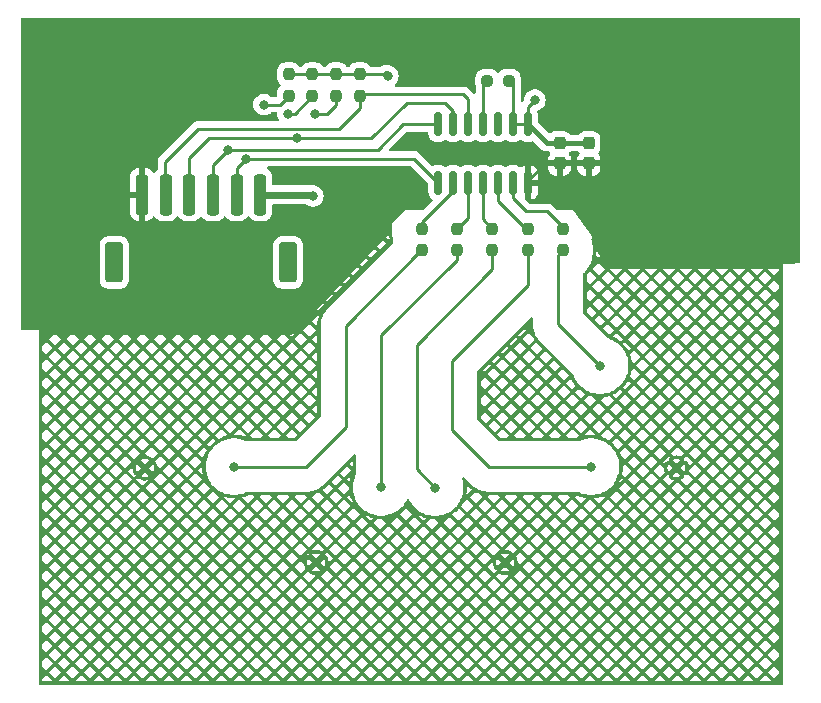
<source format=gtl>
%TF.GenerationSoftware,KiCad,Pcbnew,6.0.10-86aedd382b~118~ubuntu20.04.1*%
%TF.CreationDate,2023-01-03T11:24:15-05:00*%
%TF.ProjectId,touch_panel,746f7563-685f-4706-916e-656c2e6b6963,rev?*%
%TF.SameCoordinates,Original*%
%TF.FileFunction,Copper,L1,Top*%
%TF.FilePolarity,Positive*%
%FSLAX46Y46*%
G04 Gerber Fmt 4.6, Leading zero omitted, Abs format (unit mm)*
G04 Created by KiCad (PCBNEW 6.0.10-86aedd382b~118~ubuntu20.04.1) date 2023-01-03 11:24:15*
%MOMM*%
%LPD*%
G01*
G04 APERTURE LIST*
G04 Aperture macros list*
%AMRoundRect*
0 Rectangle with rounded corners*
0 $1 Rounding radius*
0 $2 $3 $4 $5 $6 $7 $8 $9 X,Y pos of 4 corners*
0 Add a 4 corners polygon primitive as box body*
4,1,4,$2,$3,$4,$5,$6,$7,$8,$9,$2,$3,0*
0 Add four circle primitives for the rounded corners*
1,1,$1+$1,$2,$3*
1,1,$1+$1,$4,$5*
1,1,$1+$1,$6,$7*
1,1,$1+$1,$8,$9*
0 Add four rect primitives between the rounded corners*
20,1,$1+$1,$2,$3,$4,$5,0*
20,1,$1+$1,$4,$5,$6,$7,0*
20,1,$1+$1,$6,$7,$8,$9,0*
20,1,$1+$1,$8,$9,$2,$3,0*%
G04 Aperture macros list end*
%TA.AperFunction,SMDPad,CuDef*%
%ADD10RoundRect,0.237500X-0.237500X0.250000X-0.237500X-0.250000X0.237500X-0.250000X0.237500X0.250000X0*%
%TD*%
%TA.AperFunction,SMDPad,CuDef*%
%ADD11RoundRect,0.150000X-0.150000X0.825000X-0.150000X-0.825000X0.150000X-0.825000X0.150000X0.825000X0*%
%TD*%
%TA.AperFunction,SMDPad,CuDef*%
%ADD12RoundRect,0.237500X0.237500X-0.250000X0.237500X0.250000X-0.237500X0.250000X-0.237500X-0.250000X0*%
%TD*%
%TA.AperFunction,SMDPad,CuDef*%
%ADD13RoundRect,0.237500X0.250000X0.237500X-0.250000X0.237500X-0.250000X-0.237500X0.250000X-0.237500X0*%
%TD*%
%TA.AperFunction,SMDPad,CuDef*%
%ADD14RoundRect,0.237500X-0.237500X0.300000X-0.237500X-0.300000X0.237500X-0.300000X0.237500X0.300000X0*%
%TD*%
%TA.AperFunction,SMDPad,CuDef*%
%ADD15RoundRect,0.250000X-0.250000X-1.500000X0.250000X-1.500000X0.250000X1.500000X-0.250000X1.500000X0*%
%TD*%
%TA.AperFunction,SMDPad,CuDef*%
%ADD16RoundRect,0.250001X-0.499999X-1.449999X0.499999X-1.449999X0.499999X1.449999X-0.499999X1.449999X0*%
%TD*%
%TA.AperFunction,SMDPad,CuDef*%
%ADD17C,0.500000*%
%TD*%
%TA.AperFunction,ViaPad*%
%ADD18C,0.800000*%
%TD*%
%TA.AperFunction,Conductor*%
%ADD19C,0.600000*%
%TD*%
%TA.AperFunction,Conductor*%
%ADD20C,0.250000*%
%TD*%
%TA.AperFunction,Conductor*%
%ADD21C,0.400000*%
%TD*%
G04 APERTURE END LIST*
D10*
%TO.P,R5,1*%
%TO.N,/KEY4*%
X150244000Y-93822000D03*
%TO.P,R5,2*%
%TO.N,Net-(R5-Pad2)*%
X150244000Y-95647000D03*
%TD*%
D11*
%TO.P,U3,1,VDD*%
%TO.N,VCC*%
X159258000Y-84966000D03*
%TO.P,U3,2,MODE*%
X157988000Y-84966000D03*
%TO.P,U3,3,SDA/OUT0*%
%TO.N,unconnected-(U3-Pad3)*%
X156718000Y-84966000D03*
%TO.P,U3,4,~{RESET}*%
%TO.N,Net-(U3-Pad4)*%
X155448000Y-84966000D03*
%TO.P,U3,5,~{CHANGE}/OUT4*%
%TO.N,/OUT4*%
X154178000Y-84966000D03*
%TO.P,U3,6,SCL/OUT3*%
%TO.N,/OUT3*%
X152908000Y-84966000D03*
%TO.P,U3,7,OUT2/KEY6*%
%TO.N,/OUT2*%
X151638000Y-84966000D03*
%TO.P,U3,8,OUT1/KEY5*%
%TO.N,/OUT1*%
X151638000Y-89916000D03*
%TO.P,U3,9,KEY4*%
%TO.N,/KEY4*%
X152908000Y-89916000D03*
%TO.P,U3,10,KEY3*%
%TO.N,/KEY3*%
X154178000Y-89916000D03*
%TO.P,U3,11,KEY2*%
%TO.N,/KEY2*%
X155448000Y-89916000D03*
%TO.P,U3,12,KEY1*%
%TO.N,/KEY1*%
X156718000Y-89916000D03*
%TO.P,U3,13,KEY0*%
%TO.N,/GUARD*%
X157988000Y-89916000D03*
%TO.P,U3,14,VSS*%
%TO.N,GND*%
X159258000Y-89916000D03*
%TD*%
D12*
%TO.P,R10,1*%
%TO.N,/OUT4*%
X145000000Y-82569000D03*
%TO.P,R10,2*%
%TO.N,VCC*%
X145000000Y-80744000D03*
%TD*%
D10*
%TO.P,R1,1*%
%TO.N,/GUARD*%
X162244000Y-93822000D03*
%TO.P,R1,2*%
%TO.N,/GUARD_LOOP*%
X162244000Y-95647000D03*
%TD*%
D13*
%TO.P,R6,1*%
%TO.N,VCC*%
X157630500Y-81296500D03*
%TO.P,R6,2*%
%TO.N,Net-(U3-Pad4)*%
X155805500Y-81296500D03*
%TD*%
D12*
%TO.P,R9,1*%
%TO.N,/OUT2*%
X139000000Y-82569000D03*
%TO.P,R9,2*%
%TO.N,VCC*%
X139000000Y-80744000D03*
%TD*%
D10*
%TO.P,R4,1*%
%TO.N,/KEY3*%
X153244000Y-93822000D03*
%TO.P,R4,2*%
%TO.N,Net-(R4-Pad2)*%
X153244000Y-95647000D03*
%TD*%
%TO.P,R3,1*%
%TO.N,/KEY2*%
X156244000Y-93822000D03*
%TO.P,R3,2*%
%TO.N,Net-(R3-Pad2)*%
X156244000Y-95647000D03*
%TD*%
D14*
%TO.P,C2,1*%
%TO.N,VCC*%
X164408000Y-86578500D03*
%TO.P,C2,2*%
%TO.N,GND*%
X164408000Y-88303500D03*
%TD*%
D12*
%TO.P,R8,1*%
%TO.N,/OUT3*%
X143000000Y-82569000D03*
%TO.P,R8,2*%
%TO.N,VCC*%
X143000000Y-80744000D03*
%TD*%
D10*
%TO.P,R2,1*%
%TO.N,/KEY1*%
X159244000Y-93822000D03*
%TO.P,R2,2*%
%TO.N,Net-(R2-Pad2)*%
X159244000Y-95647000D03*
%TD*%
D12*
%TO.P,R7,1*%
%TO.N,/OUT1*%
X141000000Y-82569000D03*
%TO.P,R7,2*%
%TO.N,VCC*%
X141000000Y-80744000D03*
%TD*%
D14*
%TO.P,C1,1*%
%TO.N,VCC*%
X161938000Y-86578500D03*
%TO.P,C1,2*%
%TO.N,GND*%
X161938000Y-88303500D03*
%TD*%
D15*
%TO.P,J1,1,Pin_1*%
%TO.N,GND*%
X126588000Y-90932000D03*
%TO.P,J1,2,Pin_2*%
%TO.N,/OUT4*%
X128588000Y-90932000D03*
%TO.P,J1,3,Pin_3*%
%TO.N,/OUT3*%
X130588000Y-90932000D03*
%TO.P,J1,4,Pin_4*%
%TO.N,/OUT2*%
X132588000Y-90932000D03*
%TO.P,J1,5,Pin_5*%
%TO.N,/OUT1*%
X134588000Y-90932000D03*
%TO.P,J1,6,Pin_6*%
%TO.N,VCC*%
X136588000Y-90932000D03*
D16*
%TO.P,J1,MP*%
%TO.N,N/C*%
X124238000Y-96682000D03*
X138938000Y-96682000D03*
%TD*%
D17*
%TO.P,SW4,2*%
%TO.N,GND*%
X126824000Y-114086000D03*
%TD*%
%TO.P,SW2,2*%
%TO.N,GND*%
X157324000Y-122086000D03*
%TD*%
%TO.P,SW3,2*%
%TO.N,GND*%
X141324000Y-122086000D03*
%TD*%
%TO.P,SW1,2*%
%TO.N,GND*%
X171824000Y-114086000D03*
%TD*%
D18*
%TO.N,VCC*%
X159836000Y-82926500D03*
X141040000Y-91054500D03*
X147390000Y-80894500D03*
%TO.N,GND*%
X161360000Y-90038500D03*
X162376000Y-90038500D03*
X124968000Y-89408000D03*
X163900000Y-90038500D03*
X126492000Y-88138000D03*
X164916000Y-90038500D03*
X124968000Y-88138000D03*
X124968000Y-90678000D03*
%TO.N,/OUT3*%
X139700000Y-86106000D03*
X141224000Y-84074000D03*
%TO.N,/OUT2*%
X133858000Y-87122000D03*
X136906000Y-83312000D03*
%TO.N,/OUT1*%
X138938000Y-84074000D03*
X135382000Y-87884000D03*
%TO.N,Net-(R2-Pad2)*%
X164592000Y-113964000D03*
%TO.N,Net-(R3-Pad2)*%
X151384000Y-115742000D03*
%TO.N,Net-(R4-Pad2)*%
X146824000Y-115730000D03*
%TO.N,Net-(R5-Pad2)*%
X134366000Y-113964000D03*
%TO.N,/GUARD_LOOP*%
X165354000Y-105410000D03*
%TD*%
D19*
%TO.N,VCC*%
X147239500Y-80744000D02*
X147390000Y-80894500D01*
D20*
X157988000Y-81383500D02*
X157630500Y-81026000D01*
D21*
X159258000Y-84966000D02*
X160870500Y-86578500D01*
D20*
X139000000Y-80744000D02*
X141000000Y-80744000D01*
D19*
X140917500Y-90932000D02*
X141040000Y-91054500D01*
D21*
X161938000Y-86578500D02*
X164408000Y-86578500D01*
D20*
X143000000Y-80744000D02*
X145000000Y-80744000D01*
D21*
X160870500Y-86578500D02*
X161938000Y-86578500D01*
D20*
X157988000Y-84966000D02*
X157988000Y-81383500D01*
X157988000Y-84966000D02*
X159258000Y-84966000D01*
X159258000Y-84966000D02*
X159258000Y-83504500D01*
X141000000Y-80744000D02*
X143000000Y-80744000D01*
D19*
X136588000Y-90932000D02*
X140917500Y-90932000D01*
D20*
X159258000Y-83504500D02*
X159836000Y-82926500D01*
X145000000Y-80744000D02*
X147239500Y-80744000D01*
%TO.N,GND*%
X160705500Y-88303500D02*
X161938000Y-88303500D01*
X159258000Y-89916000D02*
X159258000Y-89751000D01*
X159258000Y-89751000D02*
X160705500Y-88303500D01*
X164408000Y-88303500D02*
X161938000Y-88303500D01*
%TO.N,/GUARD*%
X162244000Y-93716500D02*
X162244000Y-93822000D01*
X160852000Y-92324500D02*
X159074000Y-92324500D01*
X160852000Y-92324500D02*
X162244000Y-93716500D01*
X157988000Y-91238500D02*
X157988000Y-89916000D01*
X159074000Y-92324500D02*
X157988000Y-91238500D01*
%TO.N,/KEY1*%
X159047500Y-93822000D02*
X156718000Y-91492500D01*
X159244000Y-93822000D02*
X159047500Y-93822000D01*
X156718000Y-91492500D02*
X156718000Y-89916000D01*
%TO.N,/KEY2*%
X156244000Y-93822000D02*
X155448000Y-93026000D01*
X155448000Y-93026000D02*
X155448000Y-89916000D01*
%TO.N,/KEY3*%
X153244000Y-93822000D02*
X154178000Y-92888000D01*
X154178000Y-92888000D02*
X154178000Y-89916000D01*
%TO.N,/KEY4*%
X150244000Y-93280500D02*
X152908000Y-90616500D01*
X152908000Y-90616500D02*
X152908000Y-89916000D01*
X150244000Y-93822000D02*
X150244000Y-93280500D01*
%TO.N,Net-(U3-Pad4)*%
X155448000Y-81383500D02*
X155805500Y-81026000D01*
X155448000Y-84966000D02*
X155448000Y-81383500D01*
%TO.N,/OUT3*%
X152908000Y-84966000D02*
X152908000Y-83872500D01*
X132277500Y-86162500D02*
X130588000Y-87852000D01*
X148975500Y-83180500D02*
X145993500Y-86162500D01*
X152908000Y-83872500D02*
X152216000Y-83180500D01*
X152216000Y-83180500D02*
X148975500Y-83180500D01*
X143000000Y-83314000D02*
X142240000Y-84074000D01*
X145993500Y-86162500D02*
X132277500Y-86162500D01*
X142240000Y-84074000D02*
X141224000Y-84074000D01*
X130588000Y-87852000D02*
X130588000Y-90932000D01*
X143000000Y-82569000D02*
X143000000Y-83314000D01*
%TO.N,/OUT2*%
X146558000Y-87122000D02*
X133858000Y-87122000D01*
X148714000Y-84966000D02*
X146558000Y-87122000D01*
X151638000Y-84966000D02*
X148714000Y-84966000D01*
X138257000Y-83312000D02*
X136906000Y-83312000D01*
X132588000Y-88392000D02*
X132588000Y-90932000D01*
X139000000Y-82569000D02*
X138257000Y-83312000D01*
X133858000Y-87122000D02*
X132588000Y-88392000D01*
%TO.N,/OUT1*%
X139495000Y-84074000D02*
X138938000Y-84074000D01*
X149606000Y-87884000D02*
X135382000Y-87884000D01*
X135382000Y-87884000D02*
X134588000Y-88678000D01*
X134588000Y-88678000D02*
X134588000Y-90932000D01*
X151638000Y-89916000D02*
X149606000Y-87884000D01*
X141000000Y-82569000D02*
X139495000Y-84074000D01*
%TO.N,/OUT4*%
X145150500Y-82418500D02*
X145000000Y-82569000D01*
X145034000Y-82603000D02*
X145000000Y-82569000D01*
X128588000Y-90932000D02*
X128524000Y-90868000D01*
X128524000Y-88138000D02*
X131318000Y-85344000D01*
X143256000Y-85344000D02*
X145034000Y-83566000D01*
X145034000Y-83566000D02*
X145034000Y-82603000D01*
X131318000Y-85344000D02*
X143256000Y-85344000D01*
X153740000Y-82418500D02*
X154178000Y-82856500D01*
X153740000Y-82418500D02*
X145150500Y-82418500D01*
X154178000Y-82856500D02*
X154178000Y-84966000D01*
X128524000Y-90868000D02*
X128524000Y-88138000D01*
%TO.N,Net-(R2-Pad2)*%
X159258000Y-98552000D02*
X159258000Y-95661000D01*
X159258000Y-95661000D02*
X159244000Y-95647000D01*
X155956000Y-113964000D02*
X164592000Y-113964000D01*
X152824000Y-110832000D02*
X152824000Y-104986000D01*
X152824000Y-110832000D02*
X155956000Y-113964000D01*
X152824000Y-104986000D02*
X159258000Y-98552000D01*
%TO.N,Net-(R3-Pad2)*%
X151384000Y-115742000D02*
X149824000Y-114182000D01*
X149824000Y-103668000D02*
X156244000Y-97248000D01*
X149824000Y-114182000D02*
X149824000Y-103668000D01*
X156244000Y-97248000D02*
X156244000Y-95647000D01*
%TO.N,Net-(R4-Pad2)*%
X146824000Y-102858000D02*
X153244000Y-96438000D01*
X153244000Y-96438000D02*
X153244000Y-95647000D01*
X146824000Y-115730000D02*
X146824000Y-102858000D01*
%TO.N,Net-(R5-Pad2)*%
X143824000Y-102048000D02*
X150225000Y-95647000D01*
X150225000Y-95647000D02*
X150244000Y-95647000D01*
X140462000Y-113964000D02*
X143824000Y-110602000D01*
X134366000Y-113964000D02*
X140462000Y-113964000D01*
X143824000Y-110602000D02*
X143824000Y-102048000D01*
%TO.N,/GUARD_LOOP*%
X161798000Y-96093000D02*
X161798000Y-101854000D01*
X161798000Y-101854000D02*
X165354000Y-105410000D01*
X162244000Y-95647000D02*
X161798000Y-96093000D01*
%TD*%
%TA.AperFunction,Conductor*%
%TO.N,GND*%
G36*
X147768500Y-93490103D02*
G01*
X147768501Y-94153896D01*
X147780210Y-94345354D01*
X147780961Y-94349292D01*
X147780962Y-94349298D01*
X147835136Y-94633285D01*
X147835920Y-94637394D01*
X147854993Y-94694730D01*
X147857516Y-94765679D01*
X147854999Y-94774253D01*
X147835920Y-94831606D01*
X147835137Y-94835713D01*
X147835136Y-94835715D01*
X147796376Y-95038902D01*
X147761703Y-95104387D01*
X142408883Y-100457206D01*
X142398568Y-100466446D01*
X142381938Y-100479769D01*
X142378984Y-100482882D01*
X142301577Y-100564452D01*
X142299275Y-100566814D01*
X142269525Y-100596564D01*
X142268111Y-100598185D01*
X142253276Y-100615190D01*
X142249728Y-100619089D01*
X142182447Y-100689989D01*
X142179945Y-100693471D01*
X142159847Y-100721440D01*
X142152476Y-100730740D01*
X142127019Y-100759922D01*
X142073344Y-100841634D01*
X142070381Y-100845945D01*
X142013332Y-100925338D01*
X142011321Y-100929135D01*
X142011321Y-100929136D01*
X141995212Y-100959561D01*
X141989170Y-100969777D01*
X141970259Y-100998566D01*
X141970255Y-100998572D01*
X141967908Y-101002146D01*
X141933481Y-101074323D01*
X141925817Y-101090391D01*
X141923462Y-101095073D01*
X141877722Y-101181461D01*
X141866386Y-101212438D01*
X141864414Y-101217827D01*
X141859814Y-101228769D01*
X141843142Y-101263722D01*
X141841839Y-101267806D01*
X141813426Y-101356837D01*
X141811718Y-101361828D01*
X141778126Y-101453619D01*
X141777212Y-101457809D01*
X141777211Y-101457814D01*
X141769873Y-101491465D01*
X141766803Y-101502924D01*
X141755031Y-101539812D01*
X141754296Y-101544026D01*
X141754295Y-101544028D01*
X141738225Y-101636101D01*
X141737209Y-101641278D01*
X141723087Y-101706049D01*
X141716388Y-101736775D01*
X141716052Y-101741046D01*
X141713350Y-101775385D01*
X141711862Y-101787157D01*
X141705204Y-101825305D01*
X141705046Y-101829601D01*
X141705046Y-101829605D01*
X141701622Y-101922971D01*
X141701319Y-101928237D01*
X141700149Y-101943112D01*
X141698500Y-101964065D01*
X141698500Y-102005829D01*
X141698415Y-102010446D01*
X141695184Y-102098571D01*
X141694584Y-102114920D01*
X141695010Y-102119187D01*
X141695010Y-102119190D01*
X141697877Y-102147910D01*
X141698500Y-102160425D01*
X141698500Y-109669400D01*
X141678498Y-109737521D01*
X141661595Y-109758495D01*
X139618494Y-111801595D01*
X139556182Y-111835621D01*
X139529399Y-111838500D01*
X135514916Y-111838500D01*
X135454217Y-111822915D01*
X135390104Y-111787668D01*
X135386435Y-111786215D01*
X135386430Y-111786213D01*
X135112932Y-111677928D01*
X135112931Y-111677928D01*
X135109262Y-111676475D01*
X134816698Y-111601358D01*
X134517027Y-111563500D01*
X134214973Y-111563500D01*
X133915302Y-111601358D01*
X133622738Y-111676475D01*
X133619069Y-111677928D01*
X133619068Y-111677928D01*
X133345570Y-111786213D01*
X133345565Y-111786215D01*
X133341896Y-111787668D01*
X133338433Y-111789572D01*
X133338427Y-111789575D01*
X133154263Y-111890821D01*
X133077205Y-111933184D01*
X133074003Y-111935510D01*
X133074002Y-111935511D01*
X133021046Y-111973986D01*
X132832838Y-112110726D01*
X132612651Y-112317496D01*
X132554959Y-112387234D01*
X132436348Y-112530610D01*
X132420115Y-112550232D01*
X132258267Y-112805264D01*
X132256583Y-112808843D01*
X132256579Y-112808850D01*
X132138236Y-113060343D01*
X132129659Y-113078570D01*
X132036319Y-113365840D01*
X131979720Y-113662543D01*
X131960754Y-113964000D01*
X131979720Y-114265457D01*
X132036319Y-114562160D01*
X132129659Y-114849430D01*
X132131346Y-114853016D01*
X132131348Y-114853020D01*
X132256579Y-115119150D01*
X132256583Y-115119157D01*
X132258267Y-115122736D01*
X132420115Y-115377768D01*
X132422634Y-115380814D01*
X132422637Y-115380817D01*
X132454297Y-115419087D01*
X132612651Y-115610504D01*
X132832838Y-115817274D01*
X132836040Y-115819601D01*
X132836042Y-115819602D01*
X133021333Y-115954223D01*
X133077205Y-115994816D01*
X133080674Y-115996723D01*
X133080677Y-115996725D01*
X133338427Y-116138425D01*
X133341896Y-116140332D01*
X133345565Y-116141785D01*
X133345570Y-116141787D01*
X133619068Y-116250072D01*
X133622738Y-116251525D01*
X133915302Y-116326642D01*
X134214973Y-116364500D01*
X134517027Y-116364500D01*
X134816698Y-116326642D01*
X135109262Y-116251525D01*
X135112932Y-116250072D01*
X135386430Y-116141787D01*
X135386435Y-116141785D01*
X135390104Y-116140332D01*
X135454217Y-116105085D01*
X135514916Y-116089500D01*
X140337782Y-116089500D01*
X140351609Y-116090261D01*
X140368527Y-116092129D01*
X140368529Y-116092129D01*
X140372785Y-116092599D01*
X140377064Y-116092487D01*
X140377066Y-116092487D01*
X140489478Y-116089543D01*
X140492777Y-116089500D01*
X140534860Y-116089500D01*
X140536999Y-116089354D01*
X140537004Y-116089354D01*
X140545876Y-116088749D01*
X140559512Y-116087819D01*
X140564766Y-116087571D01*
X140662494Y-116085012D01*
X140672844Y-116083317D01*
X140700713Y-116078754D01*
X140712503Y-116077390D01*
X140733542Y-116075955D01*
X140751138Y-116074756D01*
X140794461Y-116065784D01*
X140846850Y-116054935D01*
X140852039Y-116053973D01*
X140944259Y-116038872D01*
X140944266Y-116038870D01*
X140948494Y-116038178D01*
X140985510Y-116026791D01*
X140997003Y-116023840D01*
X141034925Y-116015986D01*
X141038963Y-116014556D01*
X141038967Y-116014555D01*
X141127054Y-115983362D01*
X141132063Y-115981705D01*
X141155242Y-115974574D01*
X141225491Y-115952962D01*
X141236614Y-115947799D01*
X141857946Y-115947799D01*
X142229716Y-116319570D01*
X142761461Y-115787825D01*
X143182895Y-115787825D01*
X143714641Y-116319570D01*
X144131060Y-115903151D01*
X144121343Y-115748712D01*
X144121157Y-115744768D01*
X144121066Y-115741880D01*
X144121003Y-115737912D01*
X144121003Y-115722088D01*
X144121066Y-115718120D01*
X144121157Y-115715232D01*
X144121343Y-115711289D01*
X144124214Y-115665654D01*
X143714640Y-115256080D01*
X143182895Y-115787825D01*
X142761461Y-115787825D01*
X142413490Y-115439854D01*
X142261242Y-115592102D01*
X142245649Y-115611153D01*
X142242850Y-115614455D01*
X142240786Y-115616807D01*
X142237933Y-115619950D01*
X142226200Y-115632445D01*
X142223222Y-115635510D01*
X142221002Y-115637719D01*
X142217899Y-115640704D01*
X142143562Y-115709782D01*
X142116321Y-115737023D01*
X142114556Y-115738754D01*
X142113257Y-115740003D01*
X142111464Y-115741694D01*
X142104200Y-115748410D01*
X142102347Y-115750090D01*
X142100994Y-115751292D01*
X142099141Y-115752906D01*
X142074563Y-115773898D01*
X142005601Y-115837981D01*
X142002425Y-115840834D01*
X142000061Y-115842886D01*
X141996761Y-115845653D01*
X141983439Y-115856441D01*
X141980053Y-115859089D01*
X141977553Y-115860976D01*
X141974093Y-115863496D01*
X141949053Y-115881094D01*
X141925777Y-115900974D01*
X141922455Y-115903714D01*
X141920006Y-115905665D01*
X141916622Y-115908268D01*
X141902860Y-115918489D01*
X141899390Y-115920977D01*
X141896814Y-115922758D01*
X141893228Y-115925148D01*
X141857946Y-115947799D01*
X141236614Y-115947799D01*
X141260619Y-115936657D01*
X141271604Y-115932174D01*
X141304064Y-115920679D01*
X141304066Y-115920678D01*
X141308110Y-115919246D01*
X141373406Y-115885544D01*
X141394964Y-115874417D01*
X141399704Y-115872095D01*
X141467977Y-115840404D01*
X141488361Y-115830942D01*
X141491971Y-115828625D01*
X141491979Y-115828620D01*
X141520957Y-115810016D01*
X141531230Y-115804085D01*
X141565639Y-115786325D01*
X141631548Y-115740003D01*
X141645602Y-115730126D01*
X141649983Y-115727183D01*
X141728628Y-115676694D01*
X141728639Y-115676686D01*
X141732237Y-115674376D01*
X141761686Y-115649224D01*
X141771052Y-115641959D01*
X141802746Y-115619684D01*
X141874370Y-115553127D01*
X141878292Y-115549633D01*
X141903725Y-115527911D01*
X141903728Y-115527909D01*
X141905604Y-115526306D01*
X141935093Y-115496817D01*
X141938417Y-115493611D01*
X142011905Y-115425322D01*
X142011906Y-115425321D01*
X142015044Y-115422405D01*
X142036053Y-115396737D01*
X142044462Y-115387448D01*
X142202773Y-115229137D01*
X142624207Y-115229137D01*
X142972178Y-115577108D01*
X143503923Y-115045363D01*
X143925357Y-115045363D01*
X144162252Y-115282258D01*
X144201598Y-115076000D01*
X144202397Y-115072138D01*
X144203027Y-115069318D01*
X144203954Y-115065455D01*
X144207889Y-115050129D01*
X144208932Y-115046320D01*
X144209738Y-115043545D01*
X144210904Y-115039753D01*
X144304244Y-114752483D01*
X144305527Y-114748734D01*
X144306506Y-114746015D01*
X144307904Y-114742316D01*
X144313729Y-114727604D01*
X144315250Y-114723934D01*
X144316398Y-114721282D01*
X144318021Y-114717688D01*
X144375783Y-114594937D01*
X143925357Y-115045363D01*
X143503923Y-115045363D01*
X143155952Y-114697392D01*
X142624207Y-115229137D01*
X142202773Y-115229137D01*
X142945235Y-114486675D01*
X143366669Y-114486675D01*
X143714640Y-114834646D01*
X144246385Y-114302901D01*
X143898414Y-113954930D01*
X143366669Y-114486675D01*
X142945235Y-114486675D01*
X143687696Y-113744214D01*
X144109132Y-113744214D01*
X144400500Y-114035582D01*
X144400500Y-113452846D01*
X144109132Y-113744214D01*
X143687696Y-113744214D01*
X144483405Y-112948506D01*
X144545717Y-112914480D01*
X144616533Y-112919545D01*
X144673368Y-112962092D01*
X144698179Y-113028612D01*
X144698500Y-113037601D01*
X144698500Y-114580857D01*
X144686508Y-114634505D01*
X144594027Y-114831038D01*
X144587659Y-114844570D01*
X144586433Y-114848342D01*
X144586433Y-114848343D01*
X144567712Y-114905961D01*
X144494319Y-115131840D01*
X144437720Y-115428543D01*
X144418754Y-115730000D01*
X144437720Y-116031457D01*
X144494319Y-116328160D01*
X144514837Y-116391308D01*
X144573671Y-116572378D01*
X144587659Y-116615430D01*
X144589346Y-116619016D01*
X144589348Y-116619020D01*
X144714579Y-116885150D01*
X144714583Y-116885157D01*
X144716267Y-116888736D01*
X144878115Y-117143768D01*
X144880634Y-117146814D01*
X144880637Y-117146817D01*
X144914122Y-117187293D01*
X145070651Y-117376504D01*
X145290838Y-117583274D01*
X145294040Y-117585601D01*
X145294042Y-117585602D01*
X145317964Y-117602982D01*
X145535205Y-117760816D01*
X145538674Y-117762723D01*
X145538677Y-117762725D01*
X145672620Y-117836361D01*
X145799896Y-117906332D01*
X145803565Y-117907785D01*
X145803570Y-117907787D01*
X146014534Y-117991313D01*
X146080738Y-118017525D01*
X146373302Y-118092642D01*
X146672973Y-118130500D01*
X146975027Y-118130500D01*
X147274698Y-118092642D01*
X147567262Y-118017525D01*
X147573104Y-118015212D01*
X148380130Y-118015212D01*
X148911875Y-118546957D01*
X149443620Y-118015212D01*
X149865054Y-118015212D01*
X150396799Y-118546957D01*
X150613546Y-118330210D01*
X150566628Y-118318164D01*
X150562790Y-118317113D01*
X150560014Y-118316306D01*
X150556249Y-118315147D01*
X150541200Y-118310257D01*
X150537478Y-118308983D01*
X150534760Y-118308005D01*
X150531036Y-118306599D01*
X150250194Y-118195406D01*
X150246519Y-118193883D01*
X150243865Y-118192734D01*
X150240270Y-118191110D01*
X150225953Y-118184372D01*
X150222405Y-118182634D01*
X150219832Y-118181323D01*
X150216333Y-118179470D01*
X149951642Y-118033954D01*
X149948211Y-118031998D01*
X149945725Y-118030528D01*
X149942346Y-118028457D01*
X149928986Y-118019979D01*
X149925672Y-118017803D01*
X149923281Y-118016178D01*
X149920046Y-118013904D01*
X149888953Y-117991313D01*
X149865054Y-118015212D01*
X149443620Y-118015212D01*
X148911875Y-117483467D01*
X148380130Y-118015212D01*
X147573104Y-118015212D01*
X147633466Y-117991313D01*
X147844430Y-117907787D01*
X147844435Y-117907785D01*
X147848104Y-117906332D01*
X147975380Y-117836361D01*
X148109323Y-117762725D01*
X148109326Y-117762723D01*
X148112795Y-117760816D01*
X148330036Y-117602982D01*
X148353958Y-117585602D01*
X148353960Y-117585601D01*
X148357162Y-117583274D01*
X148577349Y-117376504D01*
X148733878Y-117187293D01*
X148767363Y-117146817D01*
X148767366Y-117146814D01*
X148769885Y-117143768D01*
X148931733Y-116888736D01*
X148933417Y-116885157D01*
X148933421Y-116885150D01*
X148987169Y-116770929D01*
X149034272Y-116717808D01*
X149102617Y-116698585D01*
X149170504Y-116719364D01*
X149215184Y-116770928D01*
X149276267Y-116900736D01*
X149438115Y-117155768D01*
X149630651Y-117388504D01*
X149850838Y-117595274D01*
X150095205Y-117772816D01*
X150098674Y-117774723D01*
X150098677Y-117774725D01*
X150356427Y-117916425D01*
X150359896Y-117918332D01*
X150363565Y-117919785D01*
X150363570Y-117919787D01*
X150637068Y-118028072D01*
X150640738Y-118029525D01*
X150933302Y-118104642D01*
X151232973Y-118142500D01*
X151535027Y-118142500D01*
X151834698Y-118104642D01*
X152127262Y-118029525D01*
X152130932Y-118028072D01*
X152152029Y-118019719D01*
X152839410Y-118019719D01*
X153366648Y-118546957D01*
X153898393Y-118015212D01*
X154319827Y-118015212D01*
X154851572Y-118546957D01*
X155383317Y-118015212D01*
X155804751Y-118015212D01*
X156336496Y-118546957D01*
X156868241Y-118015212D01*
X157289675Y-118015212D01*
X157821420Y-118546957D01*
X158353165Y-118015212D01*
X158774600Y-118015212D01*
X159306345Y-118546957D01*
X159838090Y-118015212D01*
X160259524Y-118015212D01*
X160791269Y-118546957D01*
X161323014Y-118015212D01*
X161744448Y-118015212D01*
X162276193Y-118546957D01*
X162807938Y-118015212D01*
X163229372Y-118015212D01*
X163761117Y-118546957D01*
X164292862Y-118015212D01*
X164714296Y-118015212D01*
X165246041Y-118546957D01*
X165777786Y-118015212D01*
X166199221Y-118015212D01*
X166730966Y-118546957D01*
X167262711Y-118015212D01*
X167684145Y-118015212D01*
X168215890Y-118546957D01*
X168747635Y-118015212D01*
X169169069Y-118015212D01*
X169700814Y-118546957D01*
X170232559Y-118015212D01*
X170653993Y-118015212D01*
X171185738Y-118546957D01*
X171717483Y-118015212D01*
X172138918Y-118015212D01*
X172670663Y-118546957D01*
X173202408Y-118015212D01*
X173623842Y-118015212D01*
X174155587Y-118546957D01*
X174687332Y-118015212D01*
X175108766Y-118015212D01*
X175640511Y-118546957D01*
X176172256Y-118015212D01*
X176593690Y-118015212D01*
X177125435Y-118546957D01*
X177657180Y-118015212D01*
X178078615Y-118015212D01*
X178610360Y-118546957D01*
X179142105Y-118015212D01*
X179563539Y-118015212D01*
X180095284Y-118546957D01*
X180525500Y-118116741D01*
X180525500Y-117913683D01*
X180095284Y-117483467D01*
X179563539Y-118015212D01*
X179142105Y-118015212D01*
X178610360Y-117483467D01*
X178078615Y-118015212D01*
X177657180Y-118015212D01*
X177125435Y-117483467D01*
X176593690Y-118015212D01*
X176172256Y-118015212D01*
X175640511Y-117483467D01*
X175108766Y-118015212D01*
X174687332Y-118015212D01*
X174155587Y-117483467D01*
X173623842Y-118015212D01*
X173202408Y-118015212D01*
X172670663Y-117483467D01*
X172138918Y-118015212D01*
X171717483Y-118015212D01*
X171185738Y-117483467D01*
X170653993Y-118015212D01*
X170232559Y-118015212D01*
X169700814Y-117483467D01*
X169169069Y-118015212D01*
X168747635Y-118015212D01*
X168215890Y-117483467D01*
X167684145Y-118015212D01*
X167262711Y-118015212D01*
X166730966Y-117483467D01*
X166199221Y-118015212D01*
X165777786Y-118015212D01*
X165246041Y-117483467D01*
X164714296Y-118015212D01*
X164292862Y-118015212D01*
X163761117Y-117483467D01*
X163229372Y-118015212D01*
X162807938Y-118015212D01*
X162276193Y-117483467D01*
X161744448Y-118015212D01*
X161323014Y-118015212D01*
X160791269Y-117483467D01*
X160259524Y-118015212D01*
X159838090Y-118015212D01*
X159306345Y-117483467D01*
X158774600Y-118015212D01*
X158353165Y-118015212D01*
X157821420Y-117483467D01*
X157289675Y-118015212D01*
X156868241Y-118015212D01*
X156336496Y-117483467D01*
X155804751Y-118015212D01*
X155383317Y-118015212D01*
X154851572Y-117483467D01*
X154319827Y-118015212D01*
X153898393Y-118015212D01*
X153409826Y-117526645D01*
X153366963Y-117578457D01*
X153364380Y-117581479D01*
X153362469Y-117583646D01*
X153359817Y-117586561D01*
X153348985Y-117598096D01*
X153346230Y-117600938D01*
X153344186Y-117602982D01*
X153341344Y-117605737D01*
X153121157Y-117812507D01*
X153118221Y-117815179D01*
X153116053Y-117817090D01*
X153113051Y-117819653D01*
X153100859Y-117829739D01*
X153097774Y-117832211D01*
X153095491Y-117833982D01*
X153092322Y-117836361D01*
X152847955Y-118013903D01*
X152844719Y-118016178D01*
X152842328Y-118017803D01*
X152839410Y-118019719D01*
X152152029Y-118019719D01*
X152404430Y-117919787D01*
X152404435Y-117919785D01*
X152408104Y-117918332D01*
X152411573Y-117916425D01*
X152669323Y-117774725D01*
X152669326Y-117774723D01*
X152672795Y-117772816D01*
X152917162Y-117595274D01*
X153137349Y-117388504D01*
X153217307Y-117291851D01*
X153596466Y-117291851D01*
X154109110Y-117804495D01*
X154640855Y-117272750D01*
X155062289Y-117272750D01*
X155594034Y-117804495D01*
X156125779Y-117272750D01*
X156547213Y-117272750D01*
X157078958Y-117804495D01*
X157610703Y-117272750D01*
X158032137Y-117272750D01*
X158563882Y-117804495D01*
X159095627Y-117272749D01*
X159517062Y-117272749D01*
X160048807Y-117804495D01*
X160580552Y-117272750D01*
X161001986Y-117272750D01*
X161533731Y-117804495D01*
X162065476Y-117272750D01*
X162486910Y-117272750D01*
X163018655Y-117804495D01*
X163550400Y-117272750D01*
X163971834Y-117272750D01*
X164503579Y-117804495D01*
X165035324Y-117272749D01*
X165456759Y-117272749D01*
X165988504Y-117804495D01*
X166520249Y-117272750D01*
X166941683Y-117272750D01*
X167473428Y-117804495D01*
X168005173Y-117272750D01*
X168426607Y-117272750D01*
X168958352Y-117804495D01*
X169490097Y-117272750D01*
X169911531Y-117272750D01*
X170443276Y-117804495D01*
X170975021Y-117272749D01*
X171396456Y-117272749D01*
X171928201Y-117804495D01*
X172459946Y-117272750D01*
X172881380Y-117272750D01*
X173413125Y-117804495D01*
X173944870Y-117272750D01*
X174366304Y-117272750D01*
X174898049Y-117804495D01*
X175429794Y-117272750D01*
X175851228Y-117272750D01*
X176382973Y-117804495D01*
X176914718Y-117272750D01*
X176914717Y-117272749D01*
X177336153Y-117272749D01*
X177867898Y-117804495D01*
X178399643Y-117272750D01*
X178821077Y-117272750D01*
X179352822Y-117804495D01*
X179884567Y-117272750D01*
X179352822Y-116741005D01*
X178821077Y-117272750D01*
X178399643Y-117272750D01*
X177867897Y-116741005D01*
X177336153Y-117272749D01*
X176914717Y-117272749D01*
X176382973Y-116741005D01*
X175851228Y-117272750D01*
X175429794Y-117272750D01*
X174898049Y-116741005D01*
X174366304Y-117272750D01*
X173944870Y-117272750D01*
X173413125Y-116741005D01*
X172881380Y-117272750D01*
X172459946Y-117272750D01*
X171928200Y-116741005D01*
X171396456Y-117272749D01*
X170975021Y-117272749D01*
X170443277Y-116741005D01*
X169911531Y-117272750D01*
X169490097Y-117272750D01*
X168958352Y-116741005D01*
X168426607Y-117272750D01*
X168005173Y-117272750D01*
X167473428Y-116741005D01*
X166941683Y-117272750D01*
X166520249Y-117272750D01*
X165988503Y-116741005D01*
X165456759Y-117272749D01*
X165035324Y-117272749D01*
X164503580Y-116741005D01*
X163971834Y-117272750D01*
X163550400Y-117272750D01*
X163018655Y-116741005D01*
X162486910Y-117272750D01*
X162065476Y-117272750D01*
X161533731Y-116741005D01*
X161001986Y-117272750D01*
X160580552Y-117272750D01*
X160048806Y-116741005D01*
X159517062Y-117272749D01*
X159095627Y-117272749D01*
X158563883Y-116741005D01*
X158032137Y-117272750D01*
X157610703Y-117272750D01*
X157078958Y-116741005D01*
X156547213Y-117272750D01*
X156125779Y-117272750D01*
X155594034Y-116741005D01*
X155062289Y-117272750D01*
X154640855Y-117272750D01*
X154109109Y-116741005D01*
X153662821Y-117187293D01*
X153596466Y-117291851D01*
X153217307Y-117291851D01*
X153329885Y-117155768D01*
X153491733Y-116900736D01*
X153493417Y-116897157D01*
X153493421Y-116897150D01*
X153618652Y-116631020D01*
X153618654Y-116631016D01*
X153620341Y-116627430D01*
X153624289Y-116615281D01*
X153651905Y-116530287D01*
X154319827Y-116530287D01*
X154851572Y-117062032D01*
X155383317Y-116530287D01*
X155804751Y-116530287D01*
X156336496Y-117062032D01*
X156868241Y-116530287D01*
X157289675Y-116530287D01*
X157821420Y-117062032D01*
X158353165Y-116530287D01*
X158774599Y-116530287D01*
X159306344Y-117062032D01*
X159838090Y-116530287D01*
X160259524Y-116530287D01*
X160791269Y-117062032D01*
X161323014Y-116530287D01*
X161744448Y-116530287D01*
X162276193Y-117062032D01*
X162807938Y-116530287D01*
X163229372Y-116530287D01*
X163761117Y-117062032D01*
X164170153Y-116652995D01*
X164837005Y-116652995D01*
X165246042Y-117062032D01*
X165777787Y-116530287D01*
X166199221Y-116530287D01*
X166730966Y-117062032D01*
X167262711Y-116530287D01*
X167684145Y-116530287D01*
X168215890Y-117062032D01*
X168747635Y-116530287D01*
X169169069Y-116530287D01*
X169700814Y-117062032D01*
X170232559Y-116530287D01*
X170653993Y-116530287D01*
X171185739Y-117062032D01*
X171717483Y-116530288D01*
X172138918Y-116530288D01*
X172670662Y-117062032D01*
X173202408Y-116530287D01*
X173623842Y-116530287D01*
X174155587Y-117062032D01*
X174687332Y-116530287D01*
X175108766Y-116530287D01*
X175640511Y-117062032D01*
X176172256Y-116530287D01*
X176593690Y-116530287D01*
X177125436Y-117062032D01*
X177657180Y-116530288D01*
X178078615Y-116530288D01*
X178610359Y-117062032D01*
X179142105Y-116530287D01*
X179563539Y-116530287D01*
X180095284Y-117062032D01*
X180525500Y-116631815D01*
X180525500Y-116428758D01*
X180095284Y-115998542D01*
X179563539Y-116530287D01*
X179142105Y-116530287D01*
X178610360Y-115998542D01*
X178078615Y-116530288D01*
X177657180Y-116530288D01*
X177125435Y-115998542D01*
X176593690Y-116530287D01*
X176172256Y-116530287D01*
X175640511Y-115998542D01*
X175108766Y-116530287D01*
X174687332Y-116530287D01*
X174155587Y-115998542D01*
X173623842Y-116530287D01*
X173202408Y-116530287D01*
X172670663Y-115998542D01*
X172138918Y-116530288D01*
X171717483Y-116530288D01*
X171185738Y-115998542D01*
X170653993Y-116530287D01*
X170232559Y-116530287D01*
X169700814Y-115998542D01*
X169169069Y-116530287D01*
X168747635Y-116530287D01*
X168215890Y-115998542D01*
X167684145Y-116530287D01*
X167262711Y-116530287D01*
X166730966Y-115998542D01*
X166199221Y-116530287D01*
X165777787Y-116530287D01*
X165682179Y-116434679D01*
X165444964Y-116528599D01*
X165441240Y-116530005D01*
X165438522Y-116530983D01*
X165434800Y-116532257D01*
X165419751Y-116537147D01*
X165415986Y-116538306D01*
X165413210Y-116539113D01*
X165409372Y-116540164D01*
X165116808Y-116615281D01*
X165112958Y-116616205D01*
X165110135Y-116616836D01*
X165106252Y-116617640D01*
X165090709Y-116620604D01*
X165086787Y-116621288D01*
X165083935Y-116621739D01*
X165080047Y-116622291D01*
X164837005Y-116652995D01*
X164170153Y-116652995D01*
X164189988Y-116633160D01*
X164103953Y-116622291D01*
X164100065Y-116621739D01*
X164097213Y-116621288D01*
X164093291Y-116620604D01*
X164077748Y-116617640D01*
X164073865Y-116616836D01*
X164071042Y-116616205D01*
X164067192Y-116615281D01*
X163774628Y-116540164D01*
X163770790Y-116539113D01*
X163768014Y-116538306D01*
X163764249Y-116537147D01*
X163749200Y-116532257D01*
X163745478Y-116530983D01*
X163742760Y-116530005D01*
X163739036Y-116528599D01*
X163458194Y-116417406D01*
X163454519Y-116415883D01*
X163451865Y-116414734D01*
X163448270Y-116413110D01*
X163433953Y-116406372D01*
X163430405Y-116404634D01*
X163427832Y-116403323D01*
X163424332Y-116401470D01*
X163398921Y-116387500D01*
X163372159Y-116387500D01*
X163229372Y-116530287D01*
X162807938Y-116530287D01*
X162665151Y-116387500D01*
X161887235Y-116387500D01*
X161744448Y-116530287D01*
X161323014Y-116530287D01*
X161180227Y-116387500D01*
X160402311Y-116387500D01*
X160259524Y-116530287D01*
X159838090Y-116530287D01*
X159695303Y-116387500D01*
X158917386Y-116387500D01*
X158774599Y-116530287D01*
X158353165Y-116530287D01*
X158210378Y-116387500D01*
X157432462Y-116387500D01*
X157289675Y-116530287D01*
X156868241Y-116530287D01*
X156725454Y-116387500D01*
X156076992Y-116387500D01*
X156052517Y-116389943D01*
X156048211Y-116390298D01*
X156045086Y-116390502D01*
X156040833Y-116390708D01*
X156023702Y-116391246D01*
X156019425Y-116391308D01*
X156016295Y-116391300D01*
X156012000Y-116391215D01*
X155946235Y-116388803D01*
X155804751Y-116530287D01*
X155383317Y-116530287D01*
X155082092Y-116229062D01*
X155081123Y-116228753D01*
X155077036Y-116227371D01*
X155074086Y-116226317D01*
X155070092Y-116224813D01*
X155054154Y-116218502D01*
X155050199Y-116216858D01*
X155047331Y-116215608D01*
X155043431Y-116213828D01*
X155015797Y-116200648D01*
X154987049Y-116190127D01*
X154983029Y-116188578D01*
X154980127Y-116187402D01*
X154976196Y-116185731D01*
X154960538Y-116178759D01*
X154956669Y-116176957D01*
X154953855Y-116175588D01*
X154950018Y-116173639D01*
X154866866Y-116129612D01*
X154781853Y-116089063D01*
X154778001Y-116087144D01*
X154775222Y-116085700D01*
X154771460Y-116083663D01*
X154768256Y-116081858D01*
X154319827Y-116530287D01*
X153651905Y-116530287D01*
X153697062Y-116391308D01*
X153713681Y-116340160D01*
X153731727Y-116245561D01*
X154035100Y-116245561D01*
X154109109Y-116319570D01*
X154512952Y-115915727D01*
X154504313Y-115910052D01*
X154500773Y-115907639D01*
X154498216Y-115905832D01*
X154494752Y-115903295D01*
X154481101Y-115892933D01*
X154477729Y-115890281D01*
X154475302Y-115888305D01*
X154472026Y-115885544D01*
X154448957Y-115865419D01*
X154424093Y-115847553D01*
X154420648Y-115844988D01*
X154418170Y-115843076D01*
X154414826Y-115840404D01*
X154401621Y-115829480D01*
X154398354Y-115826682D01*
X154396011Y-115824605D01*
X154392861Y-115821716D01*
X154324571Y-115756912D01*
X154308663Y-115743034D01*
X154307088Y-115741637D01*
X154305922Y-115740585D01*
X154304303Y-115739099D01*
X154298039Y-115733246D01*
X154296475Y-115731759D01*
X154295354Y-115730675D01*
X154293847Y-115729192D01*
X154265695Y-115701040D01*
X154182639Y-115622223D01*
X154179575Y-115619214D01*
X154177379Y-115616983D01*
X154174428Y-115613882D01*
X154162826Y-115601265D01*
X154159993Y-115598077D01*
X154157953Y-115595702D01*
X154155200Y-115592383D01*
X154147795Y-115583140D01*
X154073143Y-115508488D01*
X154086657Y-115723288D01*
X154086843Y-115727232D01*
X154086934Y-115730120D01*
X154086997Y-115734088D01*
X154086997Y-115749912D01*
X154086934Y-115753880D01*
X154086843Y-115756768D01*
X154086657Y-115760712D01*
X154067691Y-116062169D01*
X154067381Y-116066117D01*
X154067109Y-116068994D01*
X154066675Y-116072925D01*
X154064692Y-116088623D01*
X154064135Y-116092535D01*
X154063683Y-116095390D01*
X154063001Y-116099297D01*
X154035100Y-116245561D01*
X153731727Y-116245561D01*
X153770280Y-116043457D01*
X153789246Y-115742000D01*
X153788534Y-115730675D01*
X153783409Y-115649229D01*
X153770280Y-115440543D01*
X153713681Y-115143840D01*
X153683410Y-115050675D01*
X153675519Y-115026389D01*
X153673492Y-114955421D01*
X153710154Y-114894624D01*
X153773866Y-114863298D01*
X153844400Y-114871391D01*
X153884447Y-114898358D01*
X154365206Y-115379117D01*
X154374446Y-115389432D01*
X154387769Y-115406062D01*
X154428281Y-115444506D01*
X154472452Y-115486423D01*
X154474814Y-115488725D01*
X154504564Y-115518475D01*
X154506185Y-115519889D01*
X154523190Y-115534724D01*
X154527091Y-115538274D01*
X154584111Y-115592383D01*
X154597989Y-115605553D01*
X154621188Y-115622223D01*
X154629440Y-115628153D01*
X154638740Y-115635524D01*
X154667922Y-115660981D01*
X154671504Y-115663334D01*
X154671508Y-115663337D01*
X154704614Y-115685084D01*
X154749634Y-115714656D01*
X154753945Y-115717619D01*
X154833338Y-115774668D01*
X154859066Y-115788290D01*
X154867561Y-115792788D01*
X154877777Y-115798830D01*
X154906566Y-115817741D01*
X154906572Y-115817745D01*
X154910146Y-115820092D01*
X154963736Y-115845653D01*
X154998391Y-115862183D01*
X155003073Y-115864538D01*
X155089461Y-115910278D01*
X155118698Y-115920977D01*
X155125827Y-115923586D01*
X155136769Y-115928186D01*
X155171722Y-115944858D01*
X155264837Y-115974574D01*
X155269828Y-115976282D01*
X155361619Y-116009874D01*
X155365809Y-116010788D01*
X155365814Y-116010789D01*
X155399465Y-116018127D01*
X155410924Y-116021197D01*
X155447812Y-116032969D01*
X155452026Y-116033704D01*
X155452028Y-116033705D01*
X155544101Y-116049775D01*
X155549278Y-116050791D01*
X155619572Y-116066117D01*
X155644775Y-116071612D01*
X155683390Y-116074651D01*
X155695157Y-116076138D01*
X155733305Y-116082796D01*
X155737601Y-116082954D01*
X155737605Y-116082954D01*
X155830971Y-116086378D01*
X155836237Y-116086681D01*
X155853824Y-116088065D01*
X155872065Y-116089500D01*
X155913829Y-116089500D01*
X155918446Y-116089585D01*
X156018628Y-116093259D01*
X156018634Y-116093259D01*
X156022920Y-116093416D01*
X156027187Y-116092990D01*
X156027190Y-116092990D01*
X156044353Y-116091277D01*
X156055913Y-116090123D01*
X156068425Y-116089500D01*
X163443084Y-116089500D01*
X163503783Y-116105085D01*
X163567896Y-116140332D01*
X163571565Y-116141785D01*
X163571570Y-116141787D01*
X163845068Y-116250072D01*
X163848738Y-116251525D01*
X164141302Y-116326642D01*
X164440973Y-116364500D01*
X164743027Y-116364500D01*
X165042698Y-116326642D01*
X165335262Y-116251525D01*
X165338932Y-116250072D01*
X165612430Y-116141787D01*
X165612435Y-116141785D01*
X165616104Y-116140332D01*
X165619573Y-116138425D01*
X165877323Y-115996725D01*
X165877326Y-115996723D01*
X165880795Y-115994816D01*
X165936667Y-115954223D01*
X166121958Y-115819602D01*
X166121960Y-115819601D01*
X166125162Y-115817274D01*
X166156522Y-115787825D01*
X166941683Y-115787825D01*
X167473428Y-116319570D01*
X168005173Y-115787825D01*
X168426607Y-115787825D01*
X168958352Y-116319570D01*
X169490097Y-115787825D01*
X169911531Y-115787825D01*
X170443277Y-116319570D01*
X170975021Y-115787826D01*
X171396456Y-115787826D01*
X171928200Y-116319570D01*
X172459946Y-115787825D01*
X172881380Y-115787825D01*
X173413125Y-116319570D01*
X173944870Y-115787825D01*
X174366304Y-115787825D01*
X174898049Y-116319570D01*
X175429794Y-115787825D01*
X175851228Y-115787825D01*
X176382973Y-116319570D01*
X176914717Y-115787826D01*
X177336153Y-115787826D01*
X177867897Y-116319570D01*
X178399643Y-115787825D01*
X178821077Y-115787825D01*
X179352822Y-116319570D01*
X179884567Y-115787825D01*
X179352822Y-115256080D01*
X178821077Y-115787825D01*
X178399643Y-115787825D01*
X177867898Y-115256080D01*
X177336153Y-115787826D01*
X176914717Y-115787826D01*
X176914718Y-115787825D01*
X176382973Y-115256080D01*
X175851228Y-115787825D01*
X175429794Y-115787825D01*
X174898049Y-115256080D01*
X174366304Y-115787825D01*
X173944870Y-115787825D01*
X173413125Y-115256080D01*
X172881380Y-115787825D01*
X172459946Y-115787825D01*
X171928201Y-115256080D01*
X171396456Y-115787826D01*
X170975021Y-115787826D01*
X170443276Y-115256080D01*
X169911531Y-115787825D01*
X169490097Y-115787825D01*
X168958352Y-115256080D01*
X168426607Y-115787825D01*
X168005173Y-115787825D01*
X167473428Y-115256080D01*
X166941683Y-115787825D01*
X166156522Y-115787825D01*
X166345349Y-115610504D01*
X166448500Y-115485816D01*
X166822258Y-115485816D01*
X167262711Y-115045363D01*
X167684145Y-115045363D01*
X168215890Y-115577108D01*
X168747635Y-115045363D01*
X169169069Y-115045363D01*
X169700814Y-115577108D01*
X170232559Y-115045363D01*
X170653993Y-115045363D01*
X171185738Y-115577108D01*
X171636467Y-115126379D01*
X171600051Y-115121520D01*
X171593090Y-115120392D01*
X171588045Y-115119429D01*
X171581187Y-115117921D01*
X171553931Y-115111125D01*
X171547163Y-115109236D01*
X171542258Y-115107718D01*
X171535589Y-115105447D01*
X171472871Y-115082122D01*
X172175677Y-115082122D01*
X172670663Y-115577108D01*
X173202408Y-115045363D01*
X173623842Y-115045363D01*
X174155587Y-115577108D01*
X174687332Y-115045363D01*
X175108766Y-115045363D01*
X175640511Y-115577108D01*
X176172256Y-115045363D01*
X176593690Y-115045363D01*
X177125435Y-115577108D01*
X177657180Y-115045363D01*
X178078615Y-115045363D01*
X178610360Y-115577108D01*
X179142105Y-115045363D01*
X179563539Y-115045363D01*
X180095284Y-115577108D01*
X180525500Y-115146892D01*
X180525500Y-114943834D01*
X180095284Y-114513618D01*
X179563539Y-115045363D01*
X179142105Y-115045363D01*
X178610360Y-114513618D01*
X178078615Y-115045363D01*
X177657180Y-115045363D01*
X177125435Y-114513618D01*
X176593690Y-115045363D01*
X176172256Y-115045363D01*
X175640511Y-114513618D01*
X175108766Y-115045363D01*
X174687332Y-115045363D01*
X174155587Y-114513618D01*
X173623842Y-115045363D01*
X173202408Y-115045363D01*
X172749189Y-114592144D01*
X172745264Y-114597770D01*
X172732525Y-114612427D01*
X172712934Y-114630639D01*
X172656098Y-114673186D01*
X172646804Y-114679517D01*
X172639828Y-114683826D01*
X172606951Y-114698137D01*
X172589642Y-114702886D01*
X172565293Y-114707055D01*
X172494478Y-114712120D01*
X172483231Y-114712421D01*
X172475031Y-114712274D01*
X172472429Y-114711852D01*
X172449847Y-114734434D01*
X172451557Y-114744854D01*
X172451914Y-114762798D01*
X172449983Y-114787421D01*
X172437521Y-114857315D01*
X172435057Y-114868278D01*
X172432904Y-114876191D01*
X172418657Y-114909108D01*
X172409256Y-114924397D01*
X172394318Y-114944069D01*
X172346046Y-114996131D01*
X172332911Y-115008411D01*
X172322733Y-115016647D01*
X172307989Y-115026928D01*
X172291700Y-115036638D01*
X172285565Y-115040067D01*
X172281013Y-115042447D01*
X172274681Y-115045535D01*
X172249101Y-115057138D01*
X172242622Y-115059862D01*
X172237835Y-115061719D01*
X172231201Y-115064081D01*
X172175677Y-115082122D01*
X171472871Y-115082122D01*
X171388313Y-115050675D01*
X171379977Y-115047231D01*
X171373985Y-115044500D01*
X171365909Y-115040464D01*
X171334320Y-115023235D01*
X171312163Y-115007863D01*
X171297364Y-114995046D01*
X171278985Y-114975310D01*
X171236438Y-114918474D01*
X171230107Y-114909180D01*
X171225798Y-114902204D01*
X171211487Y-114869327D01*
X171206738Y-114852018D01*
X171202569Y-114827669D01*
X171198511Y-114770934D01*
X171498239Y-114770934D01*
X171501022Y-114774652D01*
X171632857Y-114823681D01*
X171646448Y-114827070D01*
X171801044Y-114847697D01*
X171815040Y-114847991D01*
X171970360Y-114833855D01*
X171984085Y-114831038D01*
X172132415Y-114782843D01*
X172141055Y-114778924D01*
X172149430Y-114769891D01*
X172145925Y-114761478D01*
X171836812Y-114452365D01*
X171822868Y-114444751D01*
X171821035Y-114444882D01*
X171814420Y-114449133D01*
X171504999Y-114758554D01*
X171498239Y-114770934D01*
X171198511Y-114770934D01*
X171197504Y-114756854D01*
X171197203Y-114745607D01*
X171197350Y-114737407D01*
X171202171Y-114707667D01*
X171166872Y-114713715D01*
X171148931Y-114714198D01*
X171124291Y-114712439D01*
X171054311Y-114700466D01*
X171043322Y-114698077D01*
X171035395Y-114695979D01*
X171012919Y-114686437D01*
X170653993Y-115045363D01*
X170232559Y-115045363D01*
X169700814Y-114513618D01*
X169169069Y-115045363D01*
X168747635Y-115045363D01*
X168215890Y-114513618D01*
X167684145Y-115045363D01*
X167262711Y-115045363D01*
X167123309Y-114905961D01*
X167111756Y-114941517D01*
X167110473Y-114945266D01*
X167109494Y-114947985D01*
X167108096Y-114951684D01*
X167102271Y-114966396D01*
X167100750Y-114970066D01*
X167099602Y-114972718D01*
X167097979Y-114976312D01*
X166969371Y-115249618D01*
X166967630Y-115253172D01*
X166966318Y-115255747D01*
X166964465Y-115259247D01*
X166956842Y-115273113D01*
X166954878Y-115276556D01*
X166953407Y-115279043D01*
X166951342Y-115282412D01*
X166822258Y-115485816D01*
X166448500Y-115485816D01*
X166503703Y-115419087D01*
X166535363Y-115380817D01*
X166535366Y-115380814D01*
X166537885Y-115377768D01*
X166699733Y-115122736D01*
X166701417Y-115119157D01*
X166701421Y-115119150D01*
X166826652Y-114853020D01*
X166826654Y-114853016D01*
X166828341Y-114849430D01*
X166915102Y-114582409D01*
X167221191Y-114582409D01*
X167473428Y-114834646D01*
X168005173Y-114302901D01*
X168426607Y-114302901D01*
X168958352Y-114834646D01*
X169490097Y-114302901D01*
X169911531Y-114302901D01*
X170443276Y-114834646D01*
X170831093Y-114446829D01*
X170795109Y-114338658D01*
X170793080Y-114331939D01*
X170791733Y-114326984D01*
X170790074Y-114320131D01*
X170784233Y-114292655D01*
X170782959Y-114285712D01*
X170782174Y-114280636D01*
X170781295Y-114273675D01*
X170764700Y-114104431D01*
X170764209Y-114097408D01*
X170763994Y-114092275D01*
X170763988Y-114091868D01*
X170754482Y-114082362D01*
X171061966Y-114082362D01*
X171077186Y-114237585D01*
X171080097Y-114251280D01*
X171129327Y-114399270D01*
X171131729Y-114404468D01*
X171139717Y-114411772D01*
X171148338Y-114408109D01*
X171457635Y-114098812D01*
X171464013Y-114087132D01*
X172182751Y-114087132D01*
X172182882Y-114088965D01*
X172187133Y-114095580D01*
X172496178Y-114404625D01*
X172508558Y-114411385D01*
X172512374Y-114408528D01*
X172552499Y-114302901D01*
X172881380Y-114302901D01*
X173413125Y-114834646D01*
X173944870Y-114302901D01*
X174366304Y-114302901D01*
X174898049Y-114834646D01*
X175429794Y-114302901D01*
X175851228Y-114302901D01*
X176382973Y-114834646D01*
X176914718Y-114302901D01*
X177336153Y-114302901D01*
X177867898Y-114834646D01*
X178399643Y-114302901D01*
X178821077Y-114302901D01*
X179352822Y-114834646D01*
X179884567Y-114302901D01*
X179352822Y-113771156D01*
X178821077Y-114302901D01*
X178399643Y-114302901D01*
X177867898Y-113771156D01*
X177336153Y-114302901D01*
X176914718Y-114302901D01*
X176382973Y-113771156D01*
X175851228Y-114302901D01*
X175429794Y-114302901D01*
X174898049Y-113771156D01*
X174366304Y-114302901D01*
X173944870Y-114302901D01*
X173413125Y-113771156D01*
X172881380Y-114302901D01*
X172552499Y-114302901D01*
X172560331Y-114282283D01*
X172563811Y-114268727D01*
X172585948Y-114111221D01*
X172586554Y-114103338D01*
X172586741Y-114089962D01*
X172586354Y-114082062D01*
X172568625Y-113924003D01*
X172565523Y-113910350D01*
X172514700Y-113764407D01*
X172509141Y-113759467D01*
X172500088Y-113763465D01*
X172190365Y-114073188D01*
X172182751Y-114087132D01*
X171464013Y-114087132D01*
X171465249Y-114084868D01*
X171465118Y-114083035D01*
X171460867Y-114076420D01*
X171151039Y-113766592D01*
X171138659Y-113759832D01*
X171135037Y-113762543D01*
X171085001Y-113900016D01*
X171081709Y-113913625D01*
X171062162Y-114068356D01*
X171061966Y-114082362D01*
X170754482Y-114082362D01*
X170443276Y-113771156D01*
X169911531Y-114302901D01*
X169490097Y-114302901D01*
X168958352Y-113771156D01*
X168426607Y-114302901D01*
X168005173Y-114302901D01*
X167473428Y-113771156D01*
X167294859Y-113949725D01*
X167294934Y-113952120D01*
X167294997Y-113956088D01*
X167294997Y-113971912D01*
X167294934Y-113975880D01*
X167294843Y-113978768D01*
X167294657Y-113982712D01*
X167275691Y-114284169D01*
X167275381Y-114288117D01*
X167275109Y-114290994D01*
X167274675Y-114294925D01*
X167272692Y-114310623D01*
X167272135Y-114314535D01*
X167271683Y-114317390D01*
X167271001Y-114321297D01*
X167221191Y-114582409D01*
X166915102Y-114582409D01*
X166921681Y-114562160D01*
X166978280Y-114265457D01*
X166997246Y-113964000D01*
X166978280Y-113662543D01*
X166958803Y-113560439D01*
X167684145Y-113560439D01*
X168215890Y-114092184D01*
X168747635Y-113560439D01*
X169169069Y-113560439D01*
X169700814Y-114092184D01*
X170232559Y-113560439D01*
X170653993Y-113560439D01*
X170828102Y-113734548D01*
X170858199Y-113651857D01*
X170861681Y-113643283D01*
X170864447Y-113637131D01*
X170868540Y-113628853D01*
X170886073Y-113596439D01*
X170887267Y-113594282D01*
X170888166Y-113592695D01*
X170904060Y-113570601D01*
X170916054Y-113557248D01*
X170934283Y-113540578D01*
X170991119Y-113498031D01*
X171000413Y-113491700D01*
X171007389Y-113487391D01*
X171040266Y-113473080D01*
X171057575Y-113468331D01*
X171081924Y-113464162D01*
X171152739Y-113459097D01*
X171163986Y-113458796D01*
X171172186Y-113458943D01*
X171202044Y-113463783D01*
X171196113Y-113430559D01*
X171195505Y-113412621D01*
X171196234Y-113401302D01*
X171497860Y-113401302D01*
X171501684Y-113410131D01*
X171811188Y-113719635D01*
X171825132Y-113727249D01*
X171826965Y-113727118D01*
X171833580Y-113722867D01*
X172143847Y-113412600D01*
X172150607Y-113400220D01*
X172148022Y-113396766D01*
X172147722Y-113396606D01*
X172004820Y-113345720D01*
X171991195Y-113342524D01*
X171836318Y-113324057D01*
X171822321Y-113323959D01*
X171667207Y-113340262D01*
X171653533Y-113343268D01*
X171505884Y-113393532D01*
X171504113Y-113394366D01*
X171497860Y-113401302D01*
X171196234Y-113401302D01*
X171197093Y-113387970D01*
X171208578Y-113317908D01*
X171210887Y-113306915D01*
X171212929Y-113298973D01*
X171223294Y-113274077D01*
X172425280Y-113274077D01*
X172437359Y-113301827D01*
X172442108Y-113319136D01*
X172446277Y-113343485D01*
X172451342Y-113414300D01*
X172451643Y-113425547D01*
X172451496Y-113433747D01*
X172446638Y-113463716D01*
X172477730Y-113457936D01*
X172495663Y-113457200D01*
X172520325Y-113458611D01*
X172590467Y-113469596D01*
X172601488Y-113471830D01*
X172609444Y-113473816D01*
X172642644Y-113487363D01*
X172658128Y-113496439D01*
X172678111Y-113510958D01*
X172731180Y-113558120D01*
X172743735Y-113570994D01*
X172752184Y-113580996D01*
X172762774Y-113595519D01*
X172764608Y-113598453D01*
X172768169Y-113604521D01*
X172770646Y-113609025D01*
X172773869Y-113615294D01*
X172786016Y-113640643D01*
X172788879Y-113647073D01*
X172790837Y-113651823D01*
X172793337Y-113658405D01*
X172849263Y-113819002D01*
X172851387Y-113825695D01*
X172852803Y-113830631D01*
X172854556Y-113837457D01*
X172860780Y-113864849D01*
X172862150Y-113871766D01*
X172863006Y-113876830D01*
X172863983Y-113883786D01*
X172865504Y-113897343D01*
X173202408Y-113560439D01*
X173623842Y-113560439D01*
X174155587Y-114092184D01*
X174687332Y-113560439D01*
X175108766Y-113560439D01*
X175640511Y-114092184D01*
X176172256Y-113560439D01*
X176593690Y-113560439D01*
X177125435Y-114092184D01*
X177657180Y-113560439D01*
X178078615Y-113560439D01*
X178610360Y-114092184D01*
X179142105Y-113560439D01*
X179563539Y-113560439D01*
X180095284Y-114092184D01*
X180525500Y-113661968D01*
X180525500Y-113458910D01*
X180095284Y-113028694D01*
X179563539Y-113560439D01*
X179142105Y-113560439D01*
X178610360Y-113028694D01*
X178078615Y-113560439D01*
X177657180Y-113560439D01*
X177125435Y-113028694D01*
X176593690Y-113560439D01*
X176172256Y-113560439D01*
X175640511Y-113028694D01*
X175108766Y-113560439D01*
X174687332Y-113560439D01*
X174155587Y-113028694D01*
X173623842Y-113560439D01*
X173202408Y-113560439D01*
X172670663Y-113028694D01*
X172425280Y-113274077D01*
X171223294Y-113274077D01*
X171226717Y-113265855D01*
X171235904Y-113250436D01*
X171250564Y-113230560D01*
X171298103Y-113177830D01*
X171311063Y-113165371D01*
X171317257Y-113160214D01*
X171185738Y-113028694D01*
X170653993Y-113560439D01*
X170232559Y-113560439D01*
X169700814Y-113028694D01*
X169169069Y-113560439D01*
X168747635Y-113560439D01*
X168215890Y-113028694D01*
X167684145Y-113560439D01*
X166958803Y-113560439D01*
X166921681Y-113365840D01*
X166828341Y-113078570D01*
X166819764Y-113060343D01*
X166701421Y-112808850D01*
X166701417Y-112808843D01*
X166699733Y-112805264D01*
X166667505Y-112754480D01*
X167005180Y-112754480D01*
X167097979Y-112951688D01*
X167099602Y-112955282D01*
X167100750Y-112957934D01*
X167102271Y-112961604D01*
X167108096Y-112976316D01*
X167109494Y-112980015D01*
X167110473Y-112982734D01*
X167111756Y-112986482D01*
X167112511Y-112988805D01*
X167473428Y-113349722D01*
X168005173Y-112817977D01*
X168426607Y-112817977D01*
X168958352Y-113349722D01*
X169490097Y-112817977D01*
X169911531Y-112817977D01*
X170443276Y-113349722D01*
X170975020Y-112817978D01*
X171396456Y-112817978D01*
X171623808Y-113045330D01*
X171629053Y-113044630D01*
X171798177Y-113026855D01*
X171805188Y-113026316D01*
X171810317Y-113026065D01*
X171817355Y-113025917D01*
X171845444Y-113026113D01*
X171852490Y-113026359D01*
X171857615Y-113026682D01*
X171864609Y-113027319D01*
X172033469Y-113047454D01*
X172040429Y-113048482D01*
X172045488Y-113049374D01*
X172052384Y-113050790D01*
X172079732Y-113057205D01*
X172086514Y-113058996D01*
X172091440Y-113060445D01*
X172098150Y-113062625D01*
X172184537Y-113093386D01*
X172459946Y-112817977D01*
X172881380Y-112817977D01*
X173413125Y-113349722D01*
X173944870Y-112817977D01*
X174366304Y-112817977D01*
X174898049Y-113349722D01*
X175429794Y-112817977D01*
X175851228Y-112817977D01*
X176382973Y-113349722D01*
X176914718Y-112817977D01*
X177336153Y-112817977D01*
X177867898Y-113349722D01*
X178399643Y-112817977D01*
X178821077Y-112817977D01*
X179352822Y-113349722D01*
X179884567Y-112817977D01*
X179352822Y-112286232D01*
X178821077Y-112817977D01*
X178399643Y-112817977D01*
X177867898Y-112286232D01*
X177336153Y-112817977D01*
X176914718Y-112817977D01*
X176382973Y-112286232D01*
X175851228Y-112817977D01*
X175429794Y-112817977D01*
X174898049Y-112286232D01*
X174366304Y-112817977D01*
X173944870Y-112817977D01*
X173413125Y-112286232D01*
X172881380Y-112817977D01*
X172459946Y-112817977D01*
X171928201Y-112286232D01*
X171396456Y-112817978D01*
X170975020Y-112817978D01*
X170975021Y-112817977D01*
X170443276Y-112286232D01*
X169911531Y-112817977D01*
X169490097Y-112817977D01*
X168958352Y-112286232D01*
X168426607Y-112817977D01*
X168005173Y-112817977D01*
X167473428Y-112286232D01*
X167005180Y-112754480D01*
X166667505Y-112754480D01*
X166537885Y-112550232D01*
X166521653Y-112530610D01*
X166403041Y-112387234D01*
X166345349Y-112317496D01*
X166125162Y-112110726D01*
X165936955Y-111973986D01*
X165883998Y-111935511D01*
X165883997Y-111935510D01*
X165880795Y-111933184D01*
X165854482Y-111918718D01*
X166356018Y-111918718D01*
X166549344Y-112100263D01*
X166552186Y-112103018D01*
X166554230Y-112105062D01*
X166556985Y-112107904D01*
X166567817Y-112119439D01*
X166570469Y-112122354D01*
X166572380Y-112124521D01*
X166574963Y-112127544D01*
X166767499Y-112360280D01*
X166770004Y-112363408D01*
X166771775Y-112365693D01*
X166774123Y-112368822D01*
X166783423Y-112381623D01*
X166785688Y-112384845D01*
X166787312Y-112387234D01*
X166789494Y-112390556D01*
X166850904Y-112487322D01*
X167262711Y-112075515D01*
X167684145Y-112075515D01*
X168215890Y-112607260D01*
X168747635Y-112075515D01*
X169169069Y-112075515D01*
X169700814Y-112607260D01*
X170232559Y-112075515D01*
X170653993Y-112075515D01*
X171185738Y-112607260D01*
X171717483Y-112075515D01*
X172138918Y-112075515D01*
X172670663Y-112607260D01*
X173202408Y-112075515D01*
X173623842Y-112075515D01*
X174155587Y-112607260D01*
X174687332Y-112075515D01*
X175108766Y-112075515D01*
X175640511Y-112607260D01*
X176172256Y-112075515D01*
X176593690Y-112075515D01*
X177125435Y-112607260D01*
X177657180Y-112075515D01*
X178078615Y-112075515D01*
X178610360Y-112607260D01*
X179142105Y-112075515D01*
X179563539Y-112075515D01*
X180095284Y-112607260D01*
X180525500Y-112177044D01*
X180525500Y-111973986D01*
X180095284Y-111543770D01*
X179563539Y-112075515D01*
X179142105Y-112075515D01*
X178610360Y-111543770D01*
X178078615Y-112075515D01*
X177657180Y-112075515D01*
X177125435Y-111543770D01*
X176593690Y-112075515D01*
X176172256Y-112075515D01*
X175640511Y-111543770D01*
X175108766Y-112075515D01*
X174687332Y-112075515D01*
X174155587Y-111543770D01*
X173623842Y-112075515D01*
X173202408Y-112075515D01*
X172670663Y-111543770D01*
X172138918Y-112075515D01*
X171717483Y-112075515D01*
X171185738Y-111543770D01*
X170653993Y-112075515D01*
X170232559Y-112075515D01*
X169700814Y-111543770D01*
X169169069Y-112075515D01*
X168747635Y-112075515D01*
X168215890Y-111543770D01*
X167684145Y-112075515D01*
X167262711Y-112075515D01*
X166730966Y-111543770D01*
X166356018Y-111918718D01*
X165854482Y-111918718D01*
X165803738Y-111890821D01*
X165619573Y-111789575D01*
X165619567Y-111789572D01*
X165616104Y-111787668D01*
X165612435Y-111786215D01*
X165612430Y-111786213D01*
X165338932Y-111677928D01*
X165338931Y-111677928D01*
X165335262Y-111676475D01*
X165042698Y-111601358D01*
X164743027Y-111563500D01*
X164440973Y-111563500D01*
X164141302Y-111601358D01*
X163848738Y-111676475D01*
X163845069Y-111677928D01*
X163845068Y-111677928D01*
X163571570Y-111786213D01*
X163571565Y-111786215D01*
X163567896Y-111787668D01*
X163503783Y-111822915D01*
X163443084Y-111838500D01*
X156888601Y-111838500D01*
X156820480Y-111818498D01*
X156799506Y-111801595D01*
X156228371Y-111230460D01*
X156649805Y-111230460D01*
X156959845Y-111540500D01*
X157403256Y-111540500D01*
X157610703Y-111333053D01*
X158032137Y-111333053D01*
X158239584Y-111540500D01*
X158888181Y-111540500D01*
X159095628Y-111333053D01*
X159517061Y-111333053D01*
X159724508Y-111540500D01*
X160373105Y-111540500D01*
X160580552Y-111333053D01*
X161001986Y-111333053D01*
X161209433Y-111540500D01*
X161858029Y-111540500D01*
X162065476Y-111333053D01*
X162486910Y-111333053D01*
X162694357Y-111540500D01*
X163342953Y-111540500D01*
X163550400Y-111333053D01*
X163971834Y-111333053D01*
X163975137Y-111336356D01*
X163988001Y-111333053D01*
X165456758Y-111333053D01*
X165574323Y-111450618D01*
X165725806Y-111510594D01*
X165729481Y-111512117D01*
X165732135Y-111513266D01*
X165735730Y-111514890D01*
X165750047Y-111521628D01*
X165753595Y-111523366D01*
X165756168Y-111524677D01*
X165759667Y-111526530D01*
X166024358Y-111672046D01*
X166027789Y-111674002D01*
X166030275Y-111675472D01*
X166033654Y-111677543D01*
X166047014Y-111686021D01*
X166050328Y-111688197D01*
X166052719Y-111689822D01*
X166055954Y-111692096D01*
X166116915Y-111736387D01*
X166520249Y-111333053D01*
X166941683Y-111333053D01*
X167473428Y-111864798D01*
X168005173Y-111333053D01*
X168426607Y-111333053D01*
X168958352Y-111864798D01*
X169490097Y-111333053D01*
X169911531Y-111333053D01*
X170443276Y-111864798D01*
X170975021Y-111333052D01*
X171396456Y-111333052D01*
X171928201Y-111864798D01*
X172459946Y-111333053D01*
X172881380Y-111333053D01*
X173413125Y-111864798D01*
X173944870Y-111333053D01*
X174366304Y-111333053D01*
X174898049Y-111864798D01*
X175429794Y-111333053D01*
X175851228Y-111333053D01*
X176382973Y-111864798D01*
X176914718Y-111333053D01*
X176914717Y-111333052D01*
X177336153Y-111333052D01*
X177867898Y-111864798D01*
X178399643Y-111333053D01*
X178821077Y-111333053D01*
X179352822Y-111864798D01*
X179884567Y-111333053D01*
X179352822Y-110801308D01*
X178821077Y-111333053D01*
X178399643Y-111333053D01*
X177867897Y-110801308D01*
X177336153Y-111333052D01*
X176914717Y-111333052D01*
X176382973Y-110801308D01*
X175851228Y-111333053D01*
X175429794Y-111333053D01*
X174898049Y-110801308D01*
X174366304Y-111333053D01*
X173944870Y-111333053D01*
X173413125Y-110801308D01*
X172881380Y-111333053D01*
X172459946Y-111333053D01*
X171928200Y-110801308D01*
X171396456Y-111333052D01*
X170975021Y-111333052D01*
X170443277Y-110801308D01*
X169911531Y-111333053D01*
X169490097Y-111333053D01*
X168958352Y-110801308D01*
X168426607Y-111333053D01*
X168005173Y-111333053D01*
X167473428Y-110801308D01*
X166941683Y-111333053D01*
X166520249Y-111333053D01*
X165988503Y-110801308D01*
X165456758Y-111333053D01*
X163988001Y-111333053D01*
X164067192Y-111312720D01*
X164071042Y-111311795D01*
X164073865Y-111311164D01*
X164077748Y-111310360D01*
X164093291Y-111307396D01*
X164097213Y-111306712D01*
X164100065Y-111306261D01*
X164103953Y-111305709D01*
X164403624Y-111267851D01*
X164407548Y-111267417D01*
X164410423Y-111267145D01*
X164414376Y-111266834D01*
X164430168Y-111265840D01*
X164434117Y-111265653D01*
X164437007Y-111265562D01*
X164440973Y-111265500D01*
X164743027Y-111265500D01*
X164746993Y-111265562D01*
X164749883Y-111265653D01*
X164753832Y-111265840D01*
X164769624Y-111266834D01*
X164773577Y-111267145D01*
X164776452Y-111267417D01*
X164780376Y-111267851D01*
X164997560Y-111295288D01*
X164503580Y-110801308D01*
X163971834Y-111333053D01*
X163550400Y-111333053D01*
X163018655Y-110801308D01*
X162486910Y-111333053D01*
X162065476Y-111333053D01*
X161533731Y-110801308D01*
X161001986Y-111333053D01*
X160580552Y-111333053D01*
X160048806Y-110801308D01*
X159517061Y-111333053D01*
X159095628Y-111333053D01*
X158563883Y-110801308D01*
X158032137Y-111333053D01*
X157610703Y-111333053D01*
X157078957Y-110801308D01*
X156649805Y-111230460D01*
X156228371Y-111230460D01*
X155485909Y-110487998D01*
X155907343Y-110487998D01*
X156439088Y-111019743D01*
X156868240Y-110590591D01*
X157289675Y-110590591D01*
X157821420Y-111122336D01*
X158353165Y-110590591D01*
X158353164Y-110590590D01*
X158774600Y-110590590D01*
X159306345Y-111122336D01*
X159838090Y-110590591D01*
X160259524Y-110590591D01*
X160791269Y-111122336D01*
X161323014Y-110590591D01*
X161744448Y-110590591D01*
X162276193Y-111122336D01*
X162807938Y-110590591D01*
X163229372Y-110590591D01*
X163761117Y-111122336D01*
X164292862Y-110590591D01*
X164714296Y-110590591D01*
X165246041Y-111122336D01*
X165777785Y-110590591D01*
X166199221Y-110590591D01*
X166730966Y-111122336D01*
X167262711Y-110590591D01*
X167684145Y-110590591D01*
X168215890Y-111122336D01*
X168747635Y-110590591D01*
X169169069Y-110590591D01*
X169700814Y-111122336D01*
X170232559Y-110590591D01*
X170653993Y-110590591D01*
X171185738Y-111122336D01*
X171717483Y-110590590D01*
X172138918Y-110590590D01*
X172670663Y-111122336D01*
X173202408Y-110590591D01*
X173623842Y-110590591D01*
X174155587Y-111122336D01*
X174687332Y-110590591D01*
X175108766Y-110590591D01*
X175640511Y-111122336D01*
X176172256Y-110590591D01*
X176593690Y-110590591D01*
X177125435Y-111122336D01*
X177657180Y-110590590D01*
X178078615Y-110590590D01*
X178610360Y-111122336D01*
X179142105Y-110590591D01*
X179563539Y-110590591D01*
X180095284Y-111122336D01*
X180525500Y-110692120D01*
X180525500Y-110489063D01*
X180095284Y-110058846D01*
X179563539Y-110590591D01*
X179142105Y-110590591D01*
X178610359Y-110058846D01*
X178078615Y-110590590D01*
X177657180Y-110590590D01*
X177125436Y-110058846D01*
X176593690Y-110590591D01*
X176172256Y-110590591D01*
X175640511Y-110058846D01*
X175108766Y-110590591D01*
X174687332Y-110590591D01*
X174155587Y-110058846D01*
X173623842Y-110590591D01*
X173202408Y-110590591D01*
X172670662Y-110058846D01*
X172138918Y-110590590D01*
X171717483Y-110590590D01*
X171185739Y-110058846D01*
X170653993Y-110590591D01*
X170232559Y-110590591D01*
X169700814Y-110058846D01*
X169169069Y-110590591D01*
X168747635Y-110590591D01*
X168215890Y-110058846D01*
X167684145Y-110590591D01*
X167262711Y-110590591D01*
X166730966Y-110058846D01*
X166199221Y-110590591D01*
X165777785Y-110590591D01*
X165777786Y-110590590D01*
X165246042Y-110058846D01*
X164714296Y-110590591D01*
X164292862Y-110590591D01*
X163761117Y-110058846D01*
X163229372Y-110590591D01*
X162807938Y-110590591D01*
X162276193Y-110058846D01*
X161744448Y-110590591D01*
X161323014Y-110590591D01*
X160791269Y-110058846D01*
X160259524Y-110590591D01*
X159838090Y-110590591D01*
X159306344Y-110058846D01*
X158774600Y-110590590D01*
X158353164Y-110590590D01*
X157821420Y-110058846D01*
X157289675Y-110590591D01*
X156868240Y-110590591D01*
X156336495Y-110058846D01*
X155907343Y-110487998D01*
X155485909Y-110487998D01*
X154986405Y-109988494D01*
X154952379Y-109926182D01*
X154949500Y-109899399D01*
X154949500Y-109828155D01*
X155247500Y-109828155D01*
X155696626Y-110277281D01*
X156125779Y-109848128D01*
X156547213Y-109848128D01*
X157078958Y-110379873D01*
X157610703Y-109848128D01*
X158032137Y-109848128D01*
X158563883Y-110379873D01*
X159095627Y-109848129D01*
X159517062Y-109848129D01*
X160048806Y-110379873D01*
X160580552Y-109848128D01*
X161001986Y-109848128D01*
X161533731Y-110379873D01*
X162065476Y-109848128D01*
X162486910Y-109848128D01*
X163018655Y-110379873D01*
X163550400Y-109848128D01*
X163971834Y-109848128D01*
X164503580Y-110379873D01*
X165035324Y-109848129D01*
X165456759Y-109848129D01*
X165988503Y-110379873D01*
X166520249Y-109848128D01*
X166941683Y-109848128D01*
X167473428Y-110379873D01*
X168005173Y-109848128D01*
X168426607Y-109848128D01*
X168958352Y-110379873D01*
X169490097Y-109848128D01*
X169911531Y-109848128D01*
X170443277Y-110379873D01*
X170975021Y-109848129D01*
X171396456Y-109848129D01*
X171928200Y-110379873D01*
X172459946Y-109848128D01*
X172881380Y-109848128D01*
X173413125Y-110379873D01*
X173944870Y-109848128D01*
X174366304Y-109848128D01*
X174898049Y-110379873D01*
X175429794Y-109848128D01*
X175851228Y-109848128D01*
X176382973Y-110379873D01*
X176914717Y-109848129D01*
X177336153Y-109848129D01*
X177867897Y-110379873D01*
X178399643Y-109848128D01*
X178821077Y-109848128D01*
X179352822Y-110379873D01*
X179884567Y-109848128D01*
X179352822Y-109316383D01*
X178821077Y-109848128D01*
X178399643Y-109848128D01*
X177867898Y-109316383D01*
X177336153Y-109848129D01*
X176914717Y-109848129D01*
X176914718Y-109848128D01*
X176382973Y-109316383D01*
X175851228Y-109848128D01*
X175429794Y-109848128D01*
X174898049Y-109316383D01*
X174366304Y-109848128D01*
X173944870Y-109848128D01*
X173413125Y-109316383D01*
X172881380Y-109848128D01*
X172459946Y-109848128D01*
X171928201Y-109316383D01*
X171396456Y-109848129D01*
X170975021Y-109848129D01*
X170443276Y-109316383D01*
X169911531Y-109848128D01*
X169490097Y-109848128D01*
X168958352Y-109316383D01*
X168426607Y-109848128D01*
X168005173Y-109848128D01*
X167473428Y-109316383D01*
X166941683Y-109848128D01*
X166520249Y-109848128D01*
X165988504Y-109316383D01*
X165456759Y-109848129D01*
X165035324Y-109848129D01*
X164503579Y-109316383D01*
X163971834Y-109848128D01*
X163550400Y-109848128D01*
X163018655Y-109316383D01*
X162486910Y-109848128D01*
X162065476Y-109848128D01*
X161533731Y-109316383D01*
X161001986Y-109848128D01*
X160580552Y-109848128D01*
X160048807Y-109316383D01*
X159517062Y-109848129D01*
X159095627Y-109848129D01*
X158563882Y-109316383D01*
X158032137Y-109848128D01*
X157610703Y-109848128D01*
X157078958Y-109316383D01*
X156547213Y-109848128D01*
X156125779Y-109848128D01*
X155594034Y-109316383D01*
X155247500Y-109662917D01*
X155247500Y-109828155D01*
X154949500Y-109828155D01*
X154949500Y-109105666D01*
X155804751Y-109105666D01*
X156336496Y-109637411D01*
X156868241Y-109105666D01*
X157289675Y-109105666D01*
X157821420Y-109637411D01*
X158353165Y-109105666D01*
X158774600Y-109105666D01*
X159306345Y-109637411D01*
X159838090Y-109105666D01*
X160259524Y-109105666D01*
X160791269Y-109637411D01*
X161323014Y-109105666D01*
X161744448Y-109105666D01*
X162276193Y-109637411D01*
X162807938Y-109105666D01*
X163229372Y-109105666D01*
X163761117Y-109637411D01*
X164292862Y-109105666D01*
X164714296Y-109105666D01*
X165246041Y-109637411D01*
X165777786Y-109105666D01*
X166199221Y-109105666D01*
X166730966Y-109637411D01*
X167262711Y-109105666D01*
X167684145Y-109105666D01*
X168215890Y-109637411D01*
X168747635Y-109105666D01*
X169169069Y-109105666D01*
X169700814Y-109637411D01*
X170232559Y-109105666D01*
X170653993Y-109105666D01*
X171185738Y-109637411D01*
X171717483Y-109105666D01*
X172138918Y-109105666D01*
X172670663Y-109637411D01*
X173202408Y-109105666D01*
X173623842Y-109105666D01*
X174155587Y-109637411D01*
X174687332Y-109105666D01*
X175108766Y-109105666D01*
X175640511Y-109637411D01*
X176172256Y-109105666D01*
X176593690Y-109105666D01*
X177125435Y-109637411D01*
X177657180Y-109105666D01*
X178078615Y-109105666D01*
X178610360Y-109637411D01*
X179142105Y-109105666D01*
X179563539Y-109105666D01*
X180095284Y-109637411D01*
X180525500Y-109207195D01*
X180525500Y-109004137D01*
X180095284Y-108573921D01*
X179563539Y-109105666D01*
X179142105Y-109105666D01*
X178610360Y-108573921D01*
X178078615Y-109105666D01*
X177657180Y-109105666D01*
X177125435Y-108573921D01*
X176593690Y-109105666D01*
X176172256Y-109105666D01*
X175640511Y-108573921D01*
X175108766Y-109105666D01*
X174687332Y-109105666D01*
X174155587Y-108573921D01*
X173623842Y-109105666D01*
X173202408Y-109105666D01*
X172670663Y-108573921D01*
X172138918Y-109105666D01*
X171717483Y-109105666D01*
X171185738Y-108573921D01*
X170653993Y-109105666D01*
X170232559Y-109105666D01*
X169700814Y-108573921D01*
X169169069Y-109105666D01*
X168747635Y-109105666D01*
X168215890Y-108573921D01*
X167684145Y-109105666D01*
X167262711Y-109105666D01*
X166730966Y-108573921D01*
X166199221Y-109105666D01*
X165777786Y-109105666D01*
X165246041Y-108573921D01*
X164714296Y-109105666D01*
X164292862Y-109105666D01*
X163761117Y-108573921D01*
X163229372Y-109105666D01*
X162807938Y-109105666D01*
X162276193Y-108573921D01*
X161744448Y-109105666D01*
X161323014Y-109105666D01*
X160791269Y-108573921D01*
X160259524Y-109105666D01*
X159838090Y-109105666D01*
X159306345Y-108573921D01*
X158774600Y-109105666D01*
X158353165Y-109105666D01*
X157821420Y-108573921D01*
X157289675Y-109105666D01*
X156868241Y-109105666D01*
X156336496Y-108573921D01*
X155804751Y-109105666D01*
X154949500Y-109105666D01*
X154949500Y-108548415D01*
X155247500Y-108548415D01*
X155594034Y-108894949D01*
X156125779Y-108363204D01*
X156547213Y-108363204D01*
X157078958Y-108894949D01*
X157610703Y-108363204D01*
X158032137Y-108363204D01*
X158563882Y-108894949D01*
X159095627Y-108363204D01*
X159517062Y-108363204D01*
X160048807Y-108894949D01*
X160580552Y-108363204D01*
X161001986Y-108363204D01*
X161533731Y-108894949D01*
X162065476Y-108363204D01*
X162486910Y-108363204D01*
X163018655Y-108894949D01*
X163550400Y-108363204D01*
X163971834Y-108363204D01*
X164503579Y-108894949D01*
X165035324Y-108363204D01*
X165035323Y-108363203D01*
X165456759Y-108363203D01*
X165988504Y-108894949D01*
X166520249Y-108363204D01*
X166941683Y-108363204D01*
X167473428Y-108894949D01*
X168005173Y-108363204D01*
X168426607Y-108363204D01*
X168958352Y-108894949D01*
X169490097Y-108363204D01*
X169911531Y-108363204D01*
X170443276Y-108894949D01*
X170975021Y-108363204D01*
X171396456Y-108363204D01*
X171928201Y-108894949D01*
X172459946Y-108363204D01*
X172881380Y-108363204D01*
X173413125Y-108894949D01*
X173944870Y-108363204D01*
X174366304Y-108363204D01*
X174898049Y-108894949D01*
X175429794Y-108363204D01*
X175851228Y-108363204D01*
X176382973Y-108894949D01*
X176914718Y-108363204D01*
X177336153Y-108363204D01*
X177867898Y-108894949D01*
X178399643Y-108363204D01*
X178821077Y-108363204D01*
X179352822Y-108894949D01*
X179884567Y-108363204D01*
X179352822Y-107831459D01*
X178821077Y-108363204D01*
X178399643Y-108363204D01*
X177867898Y-107831459D01*
X177336153Y-108363204D01*
X176914718Y-108363204D01*
X176382973Y-107831459D01*
X175851228Y-108363204D01*
X175429794Y-108363204D01*
X174898049Y-107831459D01*
X174366304Y-108363204D01*
X173944870Y-108363204D01*
X173413125Y-107831459D01*
X172881380Y-108363204D01*
X172459946Y-108363204D01*
X171928201Y-107831459D01*
X171396456Y-108363204D01*
X170975021Y-108363204D01*
X170443276Y-107831459D01*
X169911531Y-108363204D01*
X169490097Y-108363204D01*
X168958352Y-107831459D01*
X168426607Y-108363204D01*
X168005173Y-108363204D01*
X167473428Y-107831459D01*
X166941683Y-108363204D01*
X166520249Y-108363204D01*
X166148963Y-107991918D01*
X165878808Y-108061281D01*
X165874958Y-108062205D01*
X165872135Y-108062836D01*
X165868252Y-108063640D01*
X165852709Y-108066604D01*
X165848787Y-108067288D01*
X165845935Y-108067739D01*
X165842047Y-108068291D01*
X165738603Y-108081359D01*
X165456759Y-108363203D01*
X165035323Y-108363203D01*
X164700309Y-108028190D01*
X164536628Y-107986164D01*
X164532790Y-107985113D01*
X164530014Y-107984306D01*
X164526249Y-107983147D01*
X164511200Y-107978257D01*
X164507478Y-107976983D01*
X164504760Y-107976005D01*
X164501036Y-107974599D01*
X164400317Y-107934721D01*
X163971834Y-108363204D01*
X163550400Y-108363204D01*
X163018655Y-107831459D01*
X162486910Y-108363204D01*
X162065476Y-108363204D01*
X161533731Y-107831459D01*
X161001986Y-108363204D01*
X160580552Y-108363204D01*
X160048807Y-107831459D01*
X159517062Y-108363204D01*
X159095627Y-108363204D01*
X158563882Y-107831459D01*
X158032137Y-108363204D01*
X157610703Y-108363204D01*
X157078958Y-107831459D01*
X156547213Y-108363204D01*
X156125779Y-108363204D01*
X155594034Y-107831459D01*
X155247500Y-108177993D01*
X155247500Y-108548415D01*
X154949500Y-108548415D01*
X154949500Y-107620742D01*
X155804751Y-107620742D01*
X156336496Y-108152487D01*
X156868241Y-107620742D01*
X157289675Y-107620742D01*
X157821420Y-108152487D01*
X158353165Y-107620742D01*
X158774600Y-107620742D01*
X159306345Y-108152487D01*
X159838090Y-107620742D01*
X160259524Y-107620742D01*
X160791269Y-108152487D01*
X161323014Y-107620742D01*
X161744448Y-107620742D01*
X162276193Y-108152487D01*
X162807938Y-107620742D01*
X163229372Y-107620742D01*
X163761117Y-108152487D01*
X164037173Y-107876431D01*
X166454910Y-107876431D01*
X166730966Y-108152487D01*
X167262711Y-107620742D01*
X167684145Y-107620742D01*
X168215890Y-108152487D01*
X168747635Y-107620742D01*
X169169069Y-107620742D01*
X169700814Y-108152487D01*
X170232559Y-107620742D01*
X170653993Y-107620742D01*
X171185738Y-108152487D01*
X171717483Y-107620742D01*
X172138918Y-107620742D01*
X172670663Y-108152487D01*
X173202408Y-107620742D01*
X173623842Y-107620742D01*
X174155587Y-108152487D01*
X174687332Y-107620742D01*
X175108766Y-107620742D01*
X175640511Y-108152487D01*
X176172256Y-107620742D01*
X176593690Y-107620742D01*
X177125435Y-108152487D01*
X177657180Y-107620742D01*
X178078615Y-107620742D01*
X178610360Y-108152487D01*
X179142105Y-107620742D01*
X179563539Y-107620742D01*
X180095284Y-108152487D01*
X180525500Y-107722271D01*
X180525500Y-107519213D01*
X180095284Y-107088997D01*
X179563539Y-107620742D01*
X179142105Y-107620742D01*
X178610360Y-107088997D01*
X178078615Y-107620742D01*
X177657180Y-107620742D01*
X177125435Y-107088997D01*
X176593690Y-107620742D01*
X176172256Y-107620742D01*
X175640511Y-107088997D01*
X175108766Y-107620742D01*
X174687332Y-107620742D01*
X174155587Y-107088997D01*
X173623842Y-107620742D01*
X173202408Y-107620742D01*
X172670663Y-107088997D01*
X172138918Y-107620742D01*
X171717483Y-107620742D01*
X171185738Y-107088997D01*
X170653993Y-107620742D01*
X170232559Y-107620742D01*
X169700814Y-107088997D01*
X169169069Y-107620742D01*
X168747635Y-107620742D01*
X168215890Y-107088997D01*
X167684145Y-107620742D01*
X167262711Y-107620742D01*
X167107309Y-107465340D01*
X167091157Y-107480507D01*
X167088221Y-107483179D01*
X167086053Y-107485090D01*
X167083051Y-107487653D01*
X167070859Y-107497739D01*
X167067774Y-107500211D01*
X167065491Y-107501982D01*
X167062322Y-107504361D01*
X166817955Y-107681903D01*
X166814719Y-107684178D01*
X166812328Y-107685803D01*
X166809014Y-107687979D01*
X166795654Y-107696457D01*
X166792275Y-107698528D01*
X166789789Y-107699998D01*
X166786358Y-107701954D01*
X166521667Y-107847470D01*
X166518168Y-107849323D01*
X166515595Y-107850634D01*
X166512047Y-107852372D01*
X166497730Y-107859110D01*
X166494135Y-107860734D01*
X166491481Y-107861883D01*
X166487806Y-107863406D01*
X166454910Y-107876431D01*
X164037173Y-107876431D01*
X164108773Y-107804831D01*
X163921642Y-107701954D01*
X163918211Y-107699998D01*
X163915725Y-107698528D01*
X163912346Y-107696457D01*
X163898986Y-107687979D01*
X163895672Y-107685803D01*
X163893281Y-107684178D01*
X163890045Y-107681903D01*
X163645678Y-107504361D01*
X163642509Y-107501982D01*
X163640226Y-107500211D01*
X163637141Y-107497739D01*
X163624949Y-107487653D01*
X163621947Y-107485090D01*
X163619779Y-107483179D01*
X163616843Y-107480507D01*
X163489340Y-107360774D01*
X163229372Y-107620742D01*
X162807938Y-107620742D01*
X162276193Y-107088997D01*
X161744448Y-107620742D01*
X161323014Y-107620742D01*
X160791269Y-107088997D01*
X160259524Y-107620742D01*
X159838090Y-107620742D01*
X159306345Y-107088997D01*
X158774600Y-107620742D01*
X158353165Y-107620742D01*
X157821420Y-107088997D01*
X157289675Y-107620742D01*
X156868241Y-107620742D01*
X156336496Y-107088997D01*
X155804751Y-107620742D01*
X154949500Y-107620742D01*
X154949500Y-107063491D01*
X155247500Y-107063491D01*
X155594034Y-107410025D01*
X156125779Y-106878280D01*
X156547213Y-106878280D01*
X157078958Y-107410025D01*
X157610703Y-106878280D01*
X158032137Y-106878280D01*
X158563882Y-107410025D01*
X159095627Y-106878280D01*
X159517062Y-106878280D01*
X160048807Y-107410025D01*
X160580552Y-106878280D01*
X161001986Y-106878280D01*
X161533731Y-107410025D01*
X162065476Y-106878280D01*
X162486910Y-106878280D01*
X163018655Y-107410025D01*
X163285554Y-107143126D01*
X163178501Y-107013720D01*
X163175996Y-107010592D01*
X163174225Y-107008307D01*
X163171877Y-107005178D01*
X163162577Y-106992377D01*
X163160312Y-106989155D01*
X163158688Y-106986766D01*
X163156506Y-106983444D01*
X162994658Y-106728412D01*
X162992593Y-106725043D01*
X162991122Y-106722556D01*
X162989158Y-106719113D01*
X162981535Y-106705247D01*
X162979682Y-106701747D01*
X162978370Y-106699172D01*
X162976629Y-106695618D01*
X162878374Y-106486816D01*
X162486910Y-106878280D01*
X162065476Y-106878280D01*
X161533731Y-106346535D01*
X161001986Y-106878280D01*
X160580552Y-106878280D01*
X160048807Y-106346535D01*
X159517062Y-106878280D01*
X159095627Y-106878280D01*
X158563882Y-106346535D01*
X158032137Y-106878280D01*
X157610703Y-106878280D01*
X157078958Y-106346535D01*
X156547213Y-106878280D01*
X156125779Y-106878280D01*
X155594034Y-106346535D01*
X155247500Y-106693069D01*
X155247500Y-107063491D01*
X154949500Y-107063491D01*
X154949500Y-106135818D01*
X155804751Y-106135818D01*
X156336496Y-106667563D01*
X156868241Y-106135818D01*
X157289675Y-106135818D01*
X157821420Y-106667563D01*
X158353165Y-106135818D01*
X158774600Y-106135818D01*
X159306345Y-106667563D01*
X159838090Y-106135818D01*
X160259524Y-106135818D01*
X160791269Y-106667563D01*
X161323014Y-106135818D01*
X161744448Y-106135818D01*
X162276193Y-106667563D01*
X162730206Y-106213550D01*
X162198461Y-105681805D01*
X161744448Y-106135818D01*
X161323014Y-106135818D01*
X160791269Y-105604073D01*
X160259524Y-106135818D01*
X159838090Y-106135818D01*
X159306345Y-105604073D01*
X158774600Y-106135818D01*
X158353165Y-106135818D01*
X157821420Y-105604073D01*
X157289675Y-106135818D01*
X156868241Y-106135818D01*
X156336496Y-105604073D01*
X155804751Y-106135818D01*
X154949500Y-106135818D01*
X154949500Y-105918600D01*
X154969502Y-105850479D01*
X154986405Y-105829505D01*
X155031704Y-105784206D01*
X155453139Y-105784206D01*
X155594034Y-105925101D01*
X156125779Y-105393356D01*
X156547213Y-105393356D01*
X157078958Y-105925101D01*
X157610703Y-105393356D01*
X158032137Y-105393356D01*
X158563882Y-105925101D01*
X159095627Y-105393355D01*
X159517062Y-105393355D01*
X160048807Y-105925101D01*
X160580552Y-105393356D01*
X161001986Y-105393356D01*
X161533731Y-105925101D01*
X161987744Y-105471088D01*
X161455999Y-104939343D01*
X161001986Y-105393356D01*
X160580552Y-105393356D01*
X160048806Y-104861611D01*
X159517062Y-105393355D01*
X159095627Y-105393355D01*
X158563883Y-104861611D01*
X158032137Y-105393356D01*
X157610703Y-105393356D01*
X157078958Y-104861611D01*
X156547213Y-105393356D01*
X156125779Y-105393356D01*
X155984884Y-105252461D01*
X155453139Y-105784206D01*
X155031704Y-105784206D01*
X155774166Y-105041744D01*
X156195601Y-105041744D01*
X156336496Y-105182639D01*
X156868241Y-104650894D01*
X157289675Y-104650894D01*
X157821420Y-105182639D01*
X158353165Y-104650894D01*
X158353164Y-104650893D01*
X158774600Y-104650893D01*
X159306345Y-105182639D01*
X159838090Y-104650894D01*
X160259524Y-104650894D01*
X160791269Y-105182639D01*
X161245282Y-104728626D01*
X160713537Y-104196881D01*
X160259524Y-104650894D01*
X159838090Y-104650894D01*
X159306344Y-104119149D01*
X158774600Y-104650893D01*
X158353164Y-104650893D01*
X157821420Y-104119149D01*
X157289675Y-104650894D01*
X156868241Y-104650894D01*
X156727346Y-104509999D01*
X156195601Y-105041744D01*
X155774166Y-105041744D01*
X156516629Y-104299281D01*
X156938063Y-104299281D01*
X157078958Y-104440176D01*
X157610703Y-103908431D01*
X158032137Y-103908431D01*
X158563883Y-104440176D01*
X159095627Y-103908432D01*
X159517062Y-103908432D01*
X160048807Y-104440177D01*
X160502820Y-103986164D01*
X160169899Y-103653243D01*
X160150847Y-103637649D01*
X160147545Y-103634850D01*
X160145193Y-103632786D01*
X160142050Y-103629933D01*
X160129555Y-103618200D01*
X160126490Y-103615222D01*
X160124281Y-103613002D01*
X160121296Y-103609899D01*
X160052218Y-103535562D01*
X160024977Y-103508321D01*
X160023246Y-103506556D01*
X160021997Y-103505257D01*
X160020306Y-103503464D01*
X160013590Y-103496200D01*
X160011910Y-103494347D01*
X160010708Y-103492994D01*
X160009094Y-103491141D01*
X159988102Y-103466563D01*
X159974051Y-103451442D01*
X159517062Y-103908432D01*
X159095627Y-103908432D01*
X158563882Y-103376686D01*
X158032137Y-103908431D01*
X157610703Y-103908431D01*
X157469808Y-103767536D01*
X156938063Y-104299281D01*
X156516629Y-104299281D01*
X157259090Y-103556820D01*
X157680525Y-103556820D01*
X157821419Y-103697714D01*
X158353164Y-103165970D01*
X158774600Y-103165970D01*
X159306344Y-103697714D01*
X159790708Y-103213350D01*
X159785986Y-103205996D01*
X159731866Y-103128991D01*
X159729451Y-103125426D01*
X159727739Y-103122804D01*
X159725463Y-103119186D01*
X159716584Y-103104524D01*
X159714437Y-103100840D01*
X159712907Y-103098109D01*
X159710865Y-103094313D01*
X159696830Y-103067120D01*
X159680290Y-103041357D01*
X159678041Y-103037721D01*
X159676439Y-103035029D01*
X159674301Y-103031292D01*
X159666043Y-103016270D01*
X159664036Y-103012467D01*
X159662623Y-103009675D01*
X159660758Y-103005830D01*
X159645863Y-102973742D01*
X159306345Y-102634224D01*
X158774600Y-103165970D01*
X158353164Y-103165970D01*
X158353165Y-103165969D01*
X158212271Y-103025075D01*
X157680525Y-103556820D01*
X157259090Y-103556820D01*
X158001552Y-102814358D01*
X158422988Y-102814358D01*
X158563882Y-102955252D01*
X159095627Y-102423506D01*
X158954733Y-102282612D01*
X158422988Y-102814358D01*
X158001552Y-102814358D01*
X159457405Y-101358506D01*
X159519717Y-101324480D01*
X159590532Y-101329545D01*
X159647368Y-101372092D01*
X159672179Y-101438612D01*
X159672500Y-101447601D01*
X159672500Y-101729782D01*
X159671739Y-101743608D01*
X159669401Y-101764785D01*
X159669513Y-101769064D01*
X159669513Y-101769066D01*
X159672457Y-101881478D01*
X159672500Y-101884777D01*
X159672500Y-101926860D01*
X159672646Y-101928999D01*
X159672646Y-101929004D01*
X159674180Y-101951500D01*
X159674429Y-101956766D01*
X159676988Y-102054494D01*
X159677682Y-102058731D01*
X159683246Y-102092713D01*
X159684610Y-102104503D01*
X159685837Y-102122503D01*
X159687244Y-102143138D01*
X159689525Y-102154153D01*
X159707065Y-102238850D01*
X159708027Y-102244039D01*
X159723128Y-102336259D01*
X159723130Y-102336266D01*
X159723822Y-102340494D01*
X159725084Y-102344596D01*
X159735209Y-102377508D01*
X159738160Y-102389003D01*
X159746014Y-102426925D01*
X159747444Y-102430963D01*
X159747445Y-102430967D01*
X159778638Y-102519054D01*
X159780295Y-102524063D01*
X159809038Y-102617491D01*
X159816805Y-102634224D01*
X159825343Y-102652618D01*
X159829826Y-102663604D01*
X159842754Y-102700110D01*
X159864903Y-102743023D01*
X159887583Y-102786964D01*
X159889905Y-102791704D01*
X159931058Y-102880361D01*
X159933375Y-102883971D01*
X159933380Y-102883979D01*
X159951984Y-102912957D01*
X159957915Y-102923230D01*
X159975675Y-102957639D01*
X160009544Y-103005830D01*
X160031874Y-103037602D01*
X160034817Y-103041983D01*
X160085306Y-103120628D01*
X160085314Y-103120639D01*
X160087624Y-103124237D01*
X160112776Y-103153686D01*
X160120041Y-103163052D01*
X160142316Y-103194746D01*
X160208873Y-103266370D01*
X160212367Y-103270292D01*
X160235694Y-103297604D01*
X160265183Y-103327093D01*
X160268389Y-103330417D01*
X160339595Y-103407044D01*
X160342911Y-103409758D01*
X160342913Y-103409760D01*
X160365263Y-103428053D01*
X160374552Y-103436462D01*
X163040504Y-106102414D01*
X163071242Y-106152573D01*
X163117659Y-106295430D01*
X163119346Y-106299016D01*
X163119348Y-106299020D01*
X163244579Y-106565150D01*
X163244583Y-106565157D01*
X163246267Y-106568736D01*
X163408115Y-106823768D01*
X163600651Y-107056504D01*
X163820838Y-107263274D01*
X163824040Y-107265601D01*
X163824042Y-107265602D01*
X164062002Y-107438489D01*
X164065205Y-107440816D01*
X164068674Y-107442723D01*
X164068677Y-107442725D01*
X164326427Y-107584425D01*
X164329896Y-107586332D01*
X164333565Y-107587785D01*
X164333570Y-107587787D01*
X164607068Y-107696072D01*
X164610738Y-107697525D01*
X164903302Y-107772642D01*
X165202973Y-107810500D01*
X165505027Y-107810500D01*
X165804698Y-107772642D01*
X166097262Y-107697525D01*
X166100932Y-107696072D01*
X166374430Y-107587787D01*
X166374435Y-107587785D01*
X166378104Y-107586332D01*
X166381573Y-107584425D01*
X166639323Y-107442725D01*
X166639326Y-107442723D01*
X166642795Y-107440816D01*
X166645998Y-107438489D01*
X166883958Y-107265602D01*
X166883960Y-107265601D01*
X166887162Y-107263274D01*
X166889931Y-107260674D01*
X167324077Y-107260674D01*
X167473428Y-107410025D01*
X168005173Y-106878280D01*
X168426607Y-106878280D01*
X168958352Y-107410025D01*
X169490097Y-106878280D01*
X169911531Y-106878280D01*
X170443276Y-107410025D01*
X170975021Y-106878280D01*
X171396456Y-106878280D01*
X171928201Y-107410025D01*
X172459946Y-106878280D01*
X172881380Y-106878280D01*
X173413125Y-107410025D01*
X173944870Y-106878280D01*
X174366304Y-106878280D01*
X174898049Y-107410025D01*
X175429794Y-106878280D01*
X175851228Y-106878280D01*
X176382973Y-107410025D01*
X176914718Y-106878280D01*
X177336153Y-106878280D01*
X177867898Y-107410025D01*
X178399643Y-106878280D01*
X178821077Y-106878280D01*
X179352822Y-107410025D01*
X179884567Y-106878280D01*
X179352822Y-106346535D01*
X178821077Y-106878280D01*
X178399643Y-106878280D01*
X177867898Y-106346535D01*
X177336153Y-106878280D01*
X176914718Y-106878280D01*
X176382973Y-106346535D01*
X175851228Y-106878280D01*
X175429794Y-106878280D01*
X174898049Y-106346535D01*
X174366304Y-106878280D01*
X173944870Y-106878280D01*
X173413125Y-106346535D01*
X172881380Y-106878280D01*
X172459946Y-106878280D01*
X171928201Y-106346535D01*
X171396456Y-106878280D01*
X170975021Y-106878280D01*
X170443276Y-106346535D01*
X169911531Y-106878280D01*
X169490097Y-106878280D01*
X168958352Y-106346535D01*
X168426607Y-106878280D01*
X168005173Y-106878280D01*
X167760535Y-106633642D01*
X167731371Y-106695618D01*
X167729630Y-106699172D01*
X167728318Y-106701747D01*
X167726465Y-106705247D01*
X167718842Y-106719113D01*
X167716878Y-106722556D01*
X167715407Y-106725043D01*
X167713342Y-106728412D01*
X167551494Y-106983444D01*
X167549312Y-106986766D01*
X167547688Y-106989155D01*
X167545423Y-106992377D01*
X167536123Y-107005178D01*
X167533775Y-107008307D01*
X167532004Y-107010592D01*
X167529499Y-107013720D01*
X167336963Y-107246456D01*
X167334380Y-107249479D01*
X167332469Y-107251646D01*
X167329817Y-107254561D01*
X167324077Y-107260674D01*
X166889931Y-107260674D01*
X167107349Y-107056504D01*
X167299885Y-106823768D01*
X167461733Y-106568736D01*
X167463417Y-106565157D01*
X167463421Y-106565150D01*
X167569060Y-106340655D01*
X167888982Y-106340655D01*
X168215890Y-106667563D01*
X168747635Y-106135818D01*
X169169069Y-106135818D01*
X169700814Y-106667563D01*
X170232559Y-106135818D01*
X170653993Y-106135818D01*
X171185738Y-106667563D01*
X171717483Y-106135818D01*
X172138918Y-106135818D01*
X172670663Y-106667563D01*
X173202408Y-106135818D01*
X173623842Y-106135818D01*
X174155587Y-106667563D01*
X174687332Y-106135818D01*
X175108766Y-106135818D01*
X175640511Y-106667563D01*
X176172256Y-106135818D01*
X176593690Y-106135818D01*
X177125435Y-106667563D01*
X177657180Y-106135818D01*
X178078615Y-106135818D01*
X178610360Y-106667563D01*
X179142105Y-106135818D01*
X179563539Y-106135818D01*
X180095284Y-106667563D01*
X180525500Y-106237347D01*
X180525500Y-106034289D01*
X180095284Y-105604073D01*
X179563539Y-106135818D01*
X179142105Y-106135818D01*
X178610360Y-105604073D01*
X178078615Y-106135818D01*
X177657180Y-106135818D01*
X177125435Y-105604073D01*
X176593690Y-106135818D01*
X176172256Y-106135818D01*
X175640511Y-105604073D01*
X175108766Y-106135818D01*
X174687332Y-106135818D01*
X174155587Y-105604073D01*
X173623842Y-106135818D01*
X173202408Y-106135818D01*
X172670663Y-105604073D01*
X172138918Y-106135818D01*
X171717483Y-106135818D01*
X171185738Y-105604073D01*
X170653993Y-106135818D01*
X170232559Y-106135818D01*
X169700814Y-105604073D01*
X169169069Y-106135818D01*
X168747635Y-106135818D01*
X168215890Y-105604073D01*
X168028365Y-105791598D01*
X167976402Y-106064000D01*
X167975603Y-106067862D01*
X167974973Y-106070682D01*
X167974046Y-106074545D01*
X167970111Y-106089871D01*
X167969068Y-106093680D01*
X167968262Y-106096455D01*
X167967096Y-106100247D01*
X167888982Y-106340655D01*
X167569060Y-106340655D01*
X167588652Y-106299020D01*
X167588654Y-106299016D01*
X167590341Y-106295430D01*
X167683681Y-106008160D01*
X167740280Y-105711457D01*
X167759246Y-105410000D01*
X167758199Y-105393356D01*
X168426607Y-105393356D01*
X168958352Y-105925101D01*
X169490097Y-105393356D01*
X169911531Y-105393356D01*
X170443276Y-105925101D01*
X170975021Y-105393355D01*
X171396456Y-105393355D01*
X171928201Y-105925101D01*
X172459946Y-105393356D01*
X172881380Y-105393356D01*
X173413125Y-105925101D01*
X173944870Y-105393356D01*
X174366304Y-105393356D01*
X174898049Y-105925101D01*
X175429794Y-105393356D01*
X175851228Y-105393356D01*
X176382973Y-105925101D01*
X176914718Y-105393356D01*
X176914717Y-105393355D01*
X177336153Y-105393355D01*
X177867898Y-105925101D01*
X178399643Y-105393356D01*
X178821077Y-105393356D01*
X179352822Y-105925101D01*
X179884567Y-105393356D01*
X179352822Y-104861611D01*
X178821077Y-105393356D01*
X178399643Y-105393356D01*
X177867897Y-104861611D01*
X177336153Y-105393355D01*
X176914717Y-105393355D01*
X176382973Y-104861611D01*
X175851228Y-105393356D01*
X175429794Y-105393356D01*
X174898049Y-104861611D01*
X174366304Y-105393356D01*
X173944870Y-105393356D01*
X173413125Y-104861611D01*
X172881380Y-105393356D01*
X172459946Y-105393356D01*
X171928200Y-104861611D01*
X171396456Y-105393355D01*
X170975021Y-105393355D01*
X170443277Y-104861611D01*
X169911531Y-105393356D01*
X169490097Y-105393356D01*
X168958352Y-104861611D01*
X168426607Y-105393356D01*
X167758199Y-105393356D01*
X167740280Y-105108543D01*
X167683681Y-104811840D01*
X167590341Y-104524570D01*
X167588652Y-104520980D01*
X167557238Y-104454221D01*
X167880819Y-104454221D01*
X167967096Y-104719753D01*
X167968262Y-104723545D01*
X167969068Y-104726320D01*
X167970111Y-104730129D01*
X167974046Y-104745455D01*
X167974973Y-104749318D01*
X167975603Y-104752138D01*
X167976402Y-104756000D01*
X168020519Y-104987268D01*
X168215890Y-105182639D01*
X168747635Y-104650894D01*
X169169069Y-104650894D01*
X169700814Y-105182639D01*
X170232559Y-104650894D01*
X170653993Y-104650894D01*
X171185738Y-105182639D01*
X171717483Y-104650893D01*
X172138918Y-104650893D01*
X172670663Y-105182639D01*
X173202408Y-104650894D01*
X173623842Y-104650894D01*
X174155587Y-105182639D01*
X174687332Y-104650894D01*
X175108766Y-104650894D01*
X175640511Y-105182639D01*
X176172256Y-104650894D01*
X176593690Y-104650894D01*
X177125435Y-105182639D01*
X177657180Y-104650893D01*
X178078615Y-104650893D01*
X178610360Y-105182639D01*
X179142105Y-104650894D01*
X179563539Y-104650894D01*
X180095284Y-105182639D01*
X180525500Y-104752423D01*
X180525500Y-104549366D01*
X180095284Y-104119149D01*
X179563539Y-104650894D01*
X179142105Y-104650894D01*
X178610359Y-104119149D01*
X178078615Y-104650893D01*
X177657180Y-104650893D01*
X177125436Y-104119149D01*
X176593690Y-104650894D01*
X176172256Y-104650894D01*
X175640511Y-104119149D01*
X175108766Y-104650894D01*
X174687332Y-104650894D01*
X174155587Y-104119149D01*
X173623842Y-104650894D01*
X173202408Y-104650894D01*
X172670662Y-104119149D01*
X172138918Y-104650893D01*
X171717483Y-104650893D01*
X171185739Y-104119149D01*
X170653993Y-104650894D01*
X170232559Y-104650894D01*
X169700814Y-104119149D01*
X169169069Y-104650894D01*
X168747635Y-104650894D01*
X168215890Y-104119149D01*
X167880819Y-104454221D01*
X167557238Y-104454221D01*
X167463421Y-104254850D01*
X167463417Y-104254843D01*
X167461733Y-104251264D01*
X167299885Y-103996232D01*
X167107349Y-103763496D01*
X166887162Y-103556726D01*
X166867766Y-103542634D01*
X167307480Y-103542634D01*
X167311345Y-103546264D01*
X167314186Y-103549018D01*
X167316230Y-103551062D01*
X167318985Y-103553904D01*
X167329817Y-103565439D01*
X167332469Y-103568354D01*
X167334380Y-103570521D01*
X167336963Y-103573544D01*
X167529499Y-103806280D01*
X167532004Y-103809408D01*
X167533775Y-103811693D01*
X167536123Y-103814822D01*
X167545423Y-103827623D01*
X167547688Y-103830845D01*
X167549312Y-103833234D01*
X167551494Y-103836556D01*
X167713342Y-104091588D01*
X167715407Y-104094957D01*
X167716878Y-104097444D01*
X167718842Y-104100887D01*
X167726465Y-104114753D01*
X167728318Y-104118253D01*
X167729630Y-104120828D01*
X167731371Y-104124382D01*
X167749883Y-104163721D01*
X168005173Y-103908431D01*
X168426607Y-103908431D01*
X168958352Y-104440176D01*
X169490097Y-103908431D01*
X169911531Y-103908431D01*
X170443277Y-104440176D01*
X170975021Y-103908432D01*
X171396456Y-103908432D01*
X171928200Y-104440176D01*
X172459946Y-103908431D01*
X172881380Y-103908431D01*
X173413125Y-104440176D01*
X173944870Y-103908431D01*
X174366304Y-103908431D01*
X174898049Y-104440176D01*
X175429794Y-103908431D01*
X175851228Y-103908431D01*
X176382973Y-104440176D01*
X176914717Y-103908432D01*
X177336153Y-103908432D01*
X177867897Y-104440176D01*
X178399643Y-103908431D01*
X178821077Y-103908431D01*
X179352822Y-104440176D01*
X179884567Y-103908431D01*
X179352822Y-103376686D01*
X178821077Y-103908431D01*
X178399643Y-103908431D01*
X177867898Y-103376686D01*
X177336153Y-103908432D01*
X176914717Y-103908432D01*
X176914718Y-103908431D01*
X176382973Y-103376686D01*
X175851228Y-103908431D01*
X175429794Y-103908431D01*
X174898049Y-103376686D01*
X174366304Y-103908431D01*
X173944870Y-103908431D01*
X173413125Y-103376686D01*
X172881380Y-103908431D01*
X172459946Y-103908431D01*
X171928201Y-103376686D01*
X171396456Y-103908432D01*
X170975021Y-103908432D01*
X170443276Y-103376686D01*
X169911531Y-103908431D01*
X169490097Y-103908431D01*
X168958352Y-103376686D01*
X168426607Y-103908431D01*
X168005173Y-103908431D01*
X167473428Y-103376686D01*
X167307480Y-103542634D01*
X166867766Y-103542634D01*
X166796892Y-103491141D01*
X166645998Y-103381511D01*
X166645997Y-103381510D01*
X166642795Y-103379184D01*
X166638252Y-103376686D01*
X166381573Y-103235575D01*
X166381572Y-103235574D01*
X166378104Y-103233668D01*
X166374435Y-103232215D01*
X166374430Y-103232213D01*
X166100938Y-103123930D01*
X166100932Y-103123928D01*
X166097262Y-103122475D01*
X166093435Y-103121492D01*
X166089660Y-103120266D01*
X166090268Y-103118394D01*
X166039418Y-103089507D01*
X165884039Y-102934128D01*
X166431062Y-102934128D01*
X166487805Y-102956594D01*
X166491481Y-102958117D01*
X166494135Y-102959266D01*
X166497730Y-102960890D01*
X166512047Y-102967628D01*
X166515595Y-102969366D01*
X166518168Y-102970677D01*
X166521667Y-102972530D01*
X166786358Y-103118046D01*
X166789789Y-103120002D01*
X166792275Y-103121472D01*
X166795654Y-103123543D01*
X166809014Y-103132021D01*
X166812328Y-103134197D01*
X166814719Y-103135822D01*
X166817955Y-103138097D01*
X167062322Y-103315639D01*
X167065491Y-103318018D01*
X167067774Y-103319789D01*
X167070859Y-103322261D01*
X167083051Y-103332347D01*
X167086053Y-103334910D01*
X167088221Y-103336821D01*
X167090126Y-103338554D01*
X167262711Y-103165969D01*
X167684145Y-103165969D01*
X168215890Y-103697714D01*
X168747635Y-103165969D01*
X169169069Y-103165969D01*
X169700814Y-103697714D01*
X170232559Y-103165969D01*
X170653993Y-103165969D01*
X171185739Y-103697714D01*
X171717483Y-103165970D01*
X172138918Y-103165970D01*
X172670662Y-103697714D01*
X173202408Y-103165969D01*
X173623842Y-103165969D01*
X174155587Y-103697714D01*
X174687332Y-103165969D01*
X175108766Y-103165969D01*
X175640511Y-103697714D01*
X176172256Y-103165969D01*
X176593690Y-103165969D01*
X177125436Y-103697714D01*
X177657180Y-103165970D01*
X178078615Y-103165970D01*
X178610359Y-103697714D01*
X179142105Y-103165969D01*
X179563539Y-103165969D01*
X180095284Y-103697714D01*
X180525500Y-103267497D01*
X180525500Y-103064440D01*
X180095284Y-102634224D01*
X179563539Y-103165969D01*
X179142105Y-103165969D01*
X178610360Y-102634224D01*
X178078615Y-103165970D01*
X177657180Y-103165970D01*
X177125435Y-102634224D01*
X176593690Y-103165969D01*
X176172256Y-103165969D01*
X175640511Y-102634224D01*
X175108766Y-103165969D01*
X174687332Y-103165969D01*
X174155587Y-102634224D01*
X173623842Y-103165969D01*
X173202408Y-103165969D01*
X172670663Y-102634224D01*
X172138918Y-103165970D01*
X171717483Y-103165970D01*
X171185738Y-102634224D01*
X170653993Y-103165969D01*
X170232559Y-103165969D01*
X169700814Y-102634224D01*
X169169069Y-103165969D01*
X168747635Y-103165969D01*
X168215890Y-102634224D01*
X167684145Y-103165969D01*
X167262711Y-103165969D01*
X166730966Y-102634224D01*
X166431062Y-102934128D01*
X165884039Y-102934128D01*
X165204372Y-102254461D01*
X165625806Y-102254461D01*
X166157551Y-102786206D01*
X166520249Y-102423507D01*
X166941683Y-102423507D01*
X167473428Y-102955252D01*
X168005173Y-102423507D01*
X168426607Y-102423507D01*
X168958352Y-102955252D01*
X169490097Y-102423507D01*
X169911531Y-102423507D01*
X170443276Y-102955252D01*
X170975021Y-102423507D01*
X171396456Y-102423507D01*
X171928201Y-102955252D01*
X172459946Y-102423507D01*
X172881380Y-102423507D01*
X173413125Y-102955252D01*
X173944870Y-102423507D01*
X174366304Y-102423507D01*
X174898049Y-102955252D01*
X175429794Y-102423507D01*
X175851228Y-102423507D01*
X176382973Y-102955252D01*
X176914718Y-102423507D01*
X177336153Y-102423507D01*
X177867898Y-102955252D01*
X178399643Y-102423507D01*
X178821077Y-102423507D01*
X179352822Y-102955252D01*
X179884567Y-102423507D01*
X179352822Y-101891762D01*
X178821077Y-102423507D01*
X178399643Y-102423507D01*
X177867898Y-101891762D01*
X177336153Y-102423507D01*
X176914718Y-102423507D01*
X176382973Y-101891762D01*
X175851228Y-102423507D01*
X175429794Y-102423507D01*
X174898049Y-101891762D01*
X174366304Y-102423507D01*
X173944870Y-102423507D01*
X173413125Y-101891762D01*
X172881380Y-102423507D01*
X172459946Y-102423507D01*
X171928201Y-101891762D01*
X171396456Y-102423507D01*
X170975021Y-102423507D01*
X170443276Y-101891762D01*
X169911531Y-102423507D01*
X169490097Y-102423507D01*
X168958352Y-101891762D01*
X168426607Y-102423507D01*
X168005173Y-102423507D01*
X167473428Y-101891762D01*
X166941683Y-102423507D01*
X166520249Y-102423507D01*
X165988504Y-101891762D01*
X165625806Y-102254461D01*
X165204372Y-102254461D01*
X164461909Y-101511998D01*
X164883343Y-101511998D01*
X165415088Y-102043743D01*
X165777786Y-101681045D01*
X166199221Y-101681045D01*
X166730966Y-102212790D01*
X167262711Y-101681045D01*
X167684145Y-101681045D01*
X168215890Y-102212790D01*
X168747635Y-101681045D01*
X169169069Y-101681045D01*
X169700814Y-102212790D01*
X170232559Y-101681045D01*
X170653993Y-101681045D01*
X171185738Y-102212790D01*
X171717483Y-101681045D01*
X172138918Y-101681045D01*
X172670663Y-102212790D01*
X173202408Y-101681045D01*
X173623842Y-101681045D01*
X174155587Y-102212790D01*
X174687332Y-101681045D01*
X175108766Y-101681045D01*
X175640511Y-102212790D01*
X176172256Y-101681045D01*
X176593690Y-101681045D01*
X177125435Y-102212790D01*
X177657180Y-101681045D01*
X178078615Y-101681045D01*
X178610360Y-102212790D01*
X179142105Y-101681045D01*
X179563539Y-101681045D01*
X180095284Y-102212790D01*
X180525500Y-101782574D01*
X180525500Y-101579516D01*
X180095284Y-101149300D01*
X179563539Y-101681045D01*
X179142105Y-101681045D01*
X178610360Y-101149300D01*
X178078615Y-101681045D01*
X177657180Y-101681045D01*
X177125435Y-101149300D01*
X176593690Y-101681045D01*
X176172256Y-101681045D01*
X175640511Y-101149300D01*
X175108766Y-101681045D01*
X174687332Y-101681045D01*
X174155587Y-101149300D01*
X173623842Y-101681045D01*
X173202408Y-101681045D01*
X172670663Y-101149300D01*
X172138918Y-101681045D01*
X171717483Y-101681045D01*
X171185738Y-101149300D01*
X170653993Y-101681045D01*
X170232559Y-101681045D01*
X169700814Y-101149300D01*
X169169069Y-101681045D01*
X168747635Y-101681045D01*
X168215890Y-101149300D01*
X167684145Y-101681045D01*
X167262711Y-101681045D01*
X166730966Y-101149300D01*
X166199221Y-101681045D01*
X165777786Y-101681045D01*
X165246041Y-101149300D01*
X164883343Y-101511998D01*
X164461909Y-101511998D01*
X163960405Y-101010494D01*
X163926379Y-100948182D01*
X163923500Y-100921399D01*
X163923500Y-100850155D01*
X164221500Y-100850155D01*
X164672626Y-101301281D01*
X165035324Y-100938583D01*
X165456759Y-100938583D01*
X165988504Y-101470328D01*
X166520249Y-100938583D01*
X166941683Y-100938583D01*
X167473428Y-101470328D01*
X168005173Y-100938583D01*
X168426607Y-100938583D01*
X168958352Y-101470328D01*
X169490097Y-100938583D01*
X169911531Y-100938583D01*
X170443276Y-101470328D01*
X170975021Y-100938583D01*
X171396456Y-100938583D01*
X171928201Y-101470328D01*
X172459946Y-100938583D01*
X172881380Y-100938583D01*
X173413125Y-101470328D01*
X173944870Y-100938583D01*
X174366304Y-100938583D01*
X174898049Y-101470328D01*
X175429794Y-100938583D01*
X175851228Y-100938583D01*
X176382973Y-101470328D01*
X176914718Y-100938583D01*
X177336153Y-100938583D01*
X177867898Y-101470328D01*
X178399643Y-100938583D01*
X178821077Y-100938583D01*
X179352822Y-101470328D01*
X179884567Y-100938583D01*
X179352822Y-100406838D01*
X178821077Y-100938583D01*
X178399643Y-100938583D01*
X177867898Y-100406838D01*
X177336153Y-100938583D01*
X176914718Y-100938583D01*
X176382973Y-100406838D01*
X175851228Y-100938583D01*
X175429794Y-100938583D01*
X174898049Y-100406838D01*
X174366304Y-100938583D01*
X173944870Y-100938583D01*
X173413125Y-100406838D01*
X172881380Y-100938583D01*
X172459946Y-100938583D01*
X171928201Y-100406838D01*
X171396456Y-100938583D01*
X170975021Y-100938583D01*
X170443276Y-100406838D01*
X169911531Y-100938583D01*
X169490097Y-100938583D01*
X168958352Y-100406838D01*
X168426607Y-100938583D01*
X168005173Y-100938583D01*
X167473428Y-100406838D01*
X166941683Y-100938583D01*
X166520249Y-100938583D01*
X165988504Y-100406838D01*
X165456759Y-100938583D01*
X165035324Y-100938583D01*
X164503579Y-100406838D01*
X164221500Y-100688917D01*
X164221500Y-100850155D01*
X163923500Y-100850155D01*
X163923500Y-100196121D01*
X164714296Y-100196121D01*
X165246041Y-100727866D01*
X165777786Y-100196121D01*
X166199221Y-100196121D01*
X166730966Y-100727866D01*
X167262711Y-100196121D01*
X167684145Y-100196121D01*
X168215890Y-100727866D01*
X168747635Y-100196121D01*
X169169069Y-100196121D01*
X169700814Y-100727866D01*
X170232559Y-100196121D01*
X170653993Y-100196121D01*
X171185738Y-100727866D01*
X171717483Y-100196121D01*
X172138918Y-100196121D01*
X172670663Y-100727866D01*
X173202408Y-100196121D01*
X173623842Y-100196121D01*
X174155587Y-100727866D01*
X174687332Y-100196121D01*
X175108766Y-100196121D01*
X175640511Y-100727866D01*
X176172256Y-100196121D01*
X176593690Y-100196121D01*
X177125435Y-100727866D01*
X177657180Y-100196121D01*
X178078615Y-100196121D01*
X178610360Y-100727866D01*
X179142105Y-100196121D01*
X179563539Y-100196121D01*
X180095284Y-100727866D01*
X180525500Y-100297650D01*
X180525500Y-100094592D01*
X180095284Y-99664376D01*
X179563539Y-100196121D01*
X179142105Y-100196121D01*
X178610360Y-99664376D01*
X178078615Y-100196121D01*
X177657180Y-100196121D01*
X177125435Y-99664376D01*
X176593690Y-100196121D01*
X176172256Y-100196121D01*
X175640511Y-99664376D01*
X175108766Y-100196121D01*
X174687332Y-100196121D01*
X174155587Y-99664376D01*
X173623842Y-100196121D01*
X173202408Y-100196121D01*
X172670663Y-99664376D01*
X172138918Y-100196121D01*
X171717483Y-100196121D01*
X171185738Y-99664376D01*
X170653993Y-100196121D01*
X170232559Y-100196121D01*
X169700814Y-99664376D01*
X169169069Y-100196121D01*
X168747635Y-100196121D01*
X168215890Y-99664376D01*
X167684145Y-100196121D01*
X167262711Y-100196121D01*
X166730966Y-99664376D01*
X166199221Y-100196121D01*
X165777786Y-100196121D01*
X165246041Y-99664376D01*
X164714296Y-100196121D01*
X163923500Y-100196121D01*
X163923500Y-99703325D01*
X164221500Y-99703325D01*
X164503579Y-99985404D01*
X165035324Y-99453659D01*
X165456759Y-99453659D01*
X165988504Y-99985404D01*
X166520249Y-99453659D01*
X166941683Y-99453659D01*
X167473428Y-99985404D01*
X168005173Y-99453659D01*
X168426607Y-99453659D01*
X168958352Y-99985404D01*
X169490097Y-99453659D01*
X169911531Y-99453659D01*
X170443276Y-99985404D01*
X170975021Y-99453659D01*
X171396456Y-99453659D01*
X171928201Y-99985404D01*
X172459946Y-99453659D01*
X172881380Y-99453659D01*
X173413125Y-99985404D01*
X173944870Y-99453659D01*
X174366304Y-99453659D01*
X174898049Y-99985404D01*
X175429794Y-99453659D01*
X175851228Y-99453659D01*
X176382973Y-99985404D01*
X176914718Y-99453659D01*
X177336153Y-99453659D01*
X177867898Y-99985404D01*
X178399643Y-99453659D01*
X178821077Y-99453659D01*
X179352822Y-99985404D01*
X179884567Y-99453659D01*
X179352822Y-98921914D01*
X178821077Y-99453659D01*
X178399643Y-99453659D01*
X177867898Y-98921914D01*
X177336153Y-99453659D01*
X176914718Y-99453659D01*
X176382973Y-98921914D01*
X175851228Y-99453659D01*
X175429794Y-99453659D01*
X174898049Y-98921914D01*
X174366304Y-99453659D01*
X173944870Y-99453659D01*
X173413125Y-98921914D01*
X172881380Y-99453659D01*
X172459946Y-99453659D01*
X171928201Y-98921914D01*
X171396456Y-99453659D01*
X170975021Y-99453659D01*
X170443276Y-98921914D01*
X169911531Y-99453659D01*
X169490097Y-99453659D01*
X168958352Y-98921914D01*
X168426607Y-99453659D01*
X168005173Y-99453659D01*
X167473428Y-98921914D01*
X166941683Y-99453659D01*
X166520249Y-99453659D01*
X165988504Y-98921914D01*
X165456759Y-99453659D01*
X165035324Y-99453659D01*
X164503579Y-98921914D01*
X164221500Y-99203993D01*
X164221500Y-99703325D01*
X163923500Y-99703325D01*
X163923500Y-98711197D01*
X164714296Y-98711197D01*
X165246041Y-99242942D01*
X165777785Y-98711197D01*
X166199221Y-98711197D01*
X166730966Y-99242942D01*
X167262711Y-98711197D01*
X167684145Y-98711197D01*
X168215890Y-99242942D01*
X168747635Y-98711197D01*
X169169069Y-98711197D01*
X169700814Y-99242942D01*
X170232559Y-98711197D01*
X170653993Y-98711197D01*
X171185738Y-99242942D01*
X171717483Y-98711196D01*
X172138918Y-98711196D01*
X172670663Y-99242942D01*
X173202408Y-98711197D01*
X173623842Y-98711197D01*
X174155587Y-99242942D01*
X174687332Y-98711197D01*
X175108766Y-98711197D01*
X175640511Y-99242942D01*
X176172256Y-98711197D01*
X176593690Y-98711197D01*
X177125435Y-99242942D01*
X177657180Y-98711196D01*
X178078615Y-98711196D01*
X178610360Y-99242942D01*
X179142105Y-98711197D01*
X179563539Y-98711197D01*
X180095284Y-99242942D01*
X180525500Y-98812726D01*
X180525500Y-98609669D01*
X180095284Y-98179452D01*
X179563539Y-98711197D01*
X179142105Y-98711197D01*
X178610359Y-98179452D01*
X178078615Y-98711196D01*
X177657180Y-98711196D01*
X177125436Y-98179452D01*
X176593690Y-98711197D01*
X176172256Y-98711197D01*
X175640511Y-98179452D01*
X175108766Y-98711197D01*
X174687332Y-98711197D01*
X174155587Y-98179452D01*
X173623842Y-98711197D01*
X173202408Y-98711197D01*
X172670662Y-98179452D01*
X172138918Y-98711196D01*
X171717483Y-98711196D01*
X171185739Y-98179452D01*
X170653993Y-98711197D01*
X170232559Y-98711197D01*
X169700814Y-98179452D01*
X169169069Y-98711197D01*
X168747635Y-98711197D01*
X168215890Y-98179452D01*
X167684145Y-98711197D01*
X167262711Y-98711197D01*
X166730966Y-98179452D01*
X166199221Y-98711197D01*
X165777785Y-98711197D01*
X165777786Y-98711196D01*
X165246042Y-98179452D01*
X164714296Y-98711197D01*
X163923500Y-98711197D01*
X163923500Y-98218399D01*
X164221500Y-98218399D01*
X164503580Y-98500479D01*
X165035324Y-97968735D01*
X165456759Y-97968735D01*
X165988503Y-98500479D01*
X166520249Y-97968734D01*
X166941683Y-97968734D01*
X167473428Y-98500479D01*
X168005173Y-97968734D01*
X168426607Y-97968734D01*
X168958352Y-98500479D01*
X169490097Y-97968734D01*
X169911531Y-97968734D01*
X170443277Y-98500479D01*
X170975021Y-97968735D01*
X171396456Y-97968735D01*
X171928200Y-98500479D01*
X172459946Y-97968734D01*
X172881380Y-97968734D01*
X173413125Y-98500479D01*
X173944870Y-97968734D01*
X174366304Y-97968734D01*
X174898049Y-98500479D01*
X175429794Y-97968734D01*
X175851228Y-97968734D01*
X176382973Y-98500479D01*
X176914717Y-97968735D01*
X177336153Y-97968735D01*
X177867897Y-98500479D01*
X178399643Y-97968734D01*
X178821077Y-97968734D01*
X179352822Y-98500479D01*
X179884567Y-97968734D01*
X179352822Y-97436989D01*
X178821077Y-97968734D01*
X178399643Y-97968734D01*
X177867898Y-97436989D01*
X177336153Y-97968735D01*
X176914717Y-97968735D01*
X176914718Y-97968734D01*
X176382973Y-97436989D01*
X175851228Y-97968734D01*
X175429794Y-97968734D01*
X174898049Y-97436989D01*
X174366304Y-97968734D01*
X173944870Y-97968734D01*
X173413125Y-97436989D01*
X172881380Y-97968734D01*
X172459946Y-97968734D01*
X171928201Y-97436989D01*
X171396456Y-97968735D01*
X170975021Y-97968735D01*
X170443276Y-97436989D01*
X169911531Y-97968734D01*
X169490097Y-97968734D01*
X168958352Y-97436989D01*
X168426607Y-97968734D01*
X168005173Y-97968734D01*
X167473428Y-97436989D01*
X166941683Y-97968734D01*
X166520249Y-97968734D01*
X165988504Y-97436989D01*
X165456759Y-97968735D01*
X165035324Y-97968735D01*
X164503579Y-97436989D01*
X164498285Y-97442283D01*
X164494819Y-97446816D01*
X164492242Y-97450074D01*
X164490311Y-97452434D01*
X164487598Y-97455639D01*
X164291766Y-97679337D01*
X164288962Y-97682435D01*
X164286878Y-97684662D01*
X164283973Y-97687664D01*
X164272164Y-97699473D01*
X164269162Y-97702378D01*
X164266935Y-97704462D01*
X164263837Y-97707266D01*
X164221500Y-97744329D01*
X164221500Y-98218399D01*
X163923500Y-98218399D01*
X163923500Y-97666306D01*
X163943502Y-97598185D01*
X163966501Y-97571506D01*
X164067547Y-97483047D01*
X164263379Y-97259349D01*
X164285355Y-97226272D01*
X164714296Y-97226272D01*
X165246042Y-97758017D01*
X165777786Y-97226273D01*
X165777785Y-97226272D01*
X166199221Y-97226272D01*
X166730966Y-97758017D01*
X167262711Y-97226272D01*
X167684145Y-97226272D01*
X168215890Y-97758017D01*
X168747635Y-97226272D01*
X169169069Y-97226272D01*
X169700814Y-97758017D01*
X170232559Y-97226272D01*
X170653993Y-97226272D01*
X171185739Y-97758017D01*
X171717484Y-97226272D01*
X172138917Y-97226272D01*
X172670662Y-97758017D01*
X173202408Y-97226272D01*
X173623842Y-97226272D01*
X174155587Y-97758017D01*
X174687332Y-97226272D01*
X175108766Y-97226272D01*
X175640511Y-97758017D01*
X176172256Y-97226272D01*
X176593690Y-97226272D01*
X177125436Y-97758017D01*
X177657181Y-97226272D01*
X178078614Y-97226272D01*
X178610359Y-97758017D01*
X179142105Y-97226272D01*
X179563539Y-97226272D01*
X180095284Y-97758017D01*
X180525500Y-97327800D01*
X180525500Y-97200000D01*
X179589811Y-97200000D01*
X179563539Y-97226272D01*
X179142105Y-97226272D01*
X179115833Y-97200000D01*
X178104886Y-97200000D01*
X178078614Y-97226272D01*
X177657181Y-97226272D01*
X177630909Y-97200000D01*
X176619962Y-97200000D01*
X176593690Y-97226272D01*
X176172256Y-97226272D01*
X176145984Y-97200000D01*
X175135038Y-97200000D01*
X175108766Y-97226272D01*
X174687332Y-97226272D01*
X174661060Y-97200000D01*
X173650114Y-97200000D01*
X173623842Y-97226272D01*
X173202408Y-97226272D01*
X173176136Y-97200000D01*
X172165189Y-97200000D01*
X172138917Y-97226272D01*
X171717484Y-97226272D01*
X171691212Y-97200000D01*
X170680265Y-97200000D01*
X170653993Y-97226272D01*
X170232559Y-97226272D01*
X170206287Y-97200000D01*
X169195341Y-97200000D01*
X169169069Y-97226272D01*
X168747635Y-97226272D01*
X168721363Y-97200000D01*
X167710417Y-97200000D01*
X167684145Y-97226272D01*
X167262711Y-97226272D01*
X167236439Y-97200000D01*
X166370000Y-97200000D01*
X166359935Y-97199597D01*
X166312165Y-97195769D01*
X166278285Y-97188260D01*
X166248367Y-97177126D01*
X166199221Y-97226272D01*
X165777785Y-97226272D01*
X165246041Y-96694527D01*
X164714296Y-97226272D01*
X164285355Y-97226272D01*
X164427906Y-97011717D01*
X164558236Y-96744500D01*
X164644956Y-96483810D01*
X165456759Y-96483810D01*
X165988504Y-97015555D01*
X166006194Y-96997865D01*
X165560215Y-96380355D01*
X165456759Y-96483810D01*
X164644956Y-96483810D01*
X164652080Y-96462394D01*
X164707790Y-96170354D01*
X164715684Y-96041292D01*
X165014240Y-96041292D01*
X165246041Y-96273093D01*
X165383483Y-96135650D01*
X165017499Y-95628904D01*
X165017500Y-95978897D01*
X165017486Y-95980780D01*
X165017465Y-95982185D01*
X165017420Y-95984150D01*
X165017185Y-95991842D01*
X165017109Y-95993825D01*
X165017044Y-95995228D01*
X165016944Y-95997090D01*
X165014240Y-96041292D01*
X164715684Y-96041292D01*
X164719500Y-95978897D01*
X164719499Y-95315104D01*
X164707790Y-95123646D01*
X164698888Y-95076977D01*
X164652864Y-94835715D01*
X164652863Y-94835713D01*
X164652080Y-94831606D01*
X164633007Y-94774270D01*
X164630484Y-94703321D01*
X164633001Y-94694747D01*
X164652080Y-94637394D01*
X164688607Y-94445917D01*
X166370000Y-96774000D01*
X180697500Y-96774000D01*
X180765621Y-96794002D01*
X180812114Y-96847658D01*
X180823500Y-96900000D01*
X180823500Y-132311500D01*
X180803498Y-132379621D01*
X180749842Y-132426114D01*
X180697500Y-132437500D01*
X117950500Y-132437500D01*
X117882379Y-132417498D01*
X117835886Y-132363842D01*
X117824500Y-132311500D01*
X117824500Y-132139500D01*
X118122500Y-132139500D01*
X118985165Y-132139500D01*
X119002673Y-132121992D01*
X119424107Y-132121992D01*
X119441615Y-132139500D01*
X120470089Y-132139500D01*
X120487597Y-132121992D01*
X120909031Y-132121992D01*
X120926539Y-132139500D01*
X121955014Y-132139500D01*
X121972521Y-132121993D01*
X122393956Y-132121993D01*
X122411463Y-132139500D01*
X123439938Y-132139500D01*
X123457446Y-132121992D01*
X123878880Y-132121992D01*
X123896388Y-132139500D01*
X124924862Y-132139500D01*
X124942370Y-132121992D01*
X125363804Y-132121992D01*
X125381312Y-132139500D01*
X126409786Y-132139500D01*
X126427294Y-132121992D01*
X126848728Y-132121992D01*
X126866236Y-132139500D01*
X127894711Y-132139500D01*
X127912218Y-132121993D01*
X128333653Y-132121993D01*
X128351160Y-132139500D01*
X129379635Y-132139500D01*
X129397143Y-132121992D01*
X129818577Y-132121992D01*
X129836085Y-132139500D01*
X130864559Y-132139500D01*
X130882067Y-132121992D01*
X131303501Y-132121992D01*
X131321009Y-132139500D01*
X132349483Y-132139500D01*
X132366991Y-132121992D01*
X132788425Y-132121992D01*
X132805933Y-132139500D01*
X133834408Y-132139500D01*
X133851915Y-132121993D01*
X134273350Y-132121993D01*
X134290857Y-132139500D01*
X135319332Y-132139500D01*
X135336840Y-132121992D01*
X135758274Y-132121992D01*
X135775782Y-132139500D01*
X136804256Y-132139500D01*
X136821764Y-132121992D01*
X137243198Y-132121992D01*
X137260706Y-132139500D01*
X138289180Y-132139500D01*
X138306688Y-132121992D01*
X138728122Y-132121992D01*
X138745630Y-132139500D01*
X139774104Y-132139500D01*
X139791611Y-132121993D01*
X140213047Y-132121993D01*
X140230554Y-132139500D01*
X141259029Y-132139500D01*
X141276537Y-132121992D01*
X141697971Y-132121992D01*
X141715479Y-132139500D01*
X142743953Y-132139500D01*
X142761461Y-132121992D01*
X143182895Y-132121992D01*
X143200403Y-132139500D01*
X144228877Y-132139500D01*
X144246385Y-132121992D01*
X144667819Y-132121992D01*
X144685327Y-132139500D01*
X145713801Y-132139500D01*
X145731309Y-132121992D01*
X146152743Y-132121992D01*
X146170251Y-132139500D01*
X147198726Y-132139500D01*
X147216233Y-132121993D01*
X147216232Y-132121992D01*
X147637668Y-132121992D01*
X147655176Y-132139500D01*
X148683650Y-132139500D01*
X148701158Y-132121992D01*
X149122592Y-132121992D01*
X149140100Y-132139500D01*
X150168574Y-132139500D01*
X150186082Y-132121992D01*
X150607516Y-132121992D01*
X150625024Y-132139500D01*
X151653498Y-132139500D01*
X151671006Y-132121992D01*
X152092440Y-132121992D01*
X152109948Y-132139500D01*
X153138423Y-132139500D01*
X153155930Y-132121993D01*
X153577365Y-132121993D01*
X153594872Y-132139500D01*
X154623347Y-132139500D01*
X154640855Y-132121992D01*
X155062289Y-132121992D01*
X155079797Y-132139500D01*
X156108271Y-132139500D01*
X156125779Y-132121992D01*
X156547213Y-132121992D01*
X156564721Y-132139500D01*
X157593195Y-132139500D01*
X157610703Y-132121992D01*
X158032137Y-132121992D01*
X158049645Y-132139500D01*
X159078120Y-132139500D01*
X159095627Y-132121993D01*
X159517062Y-132121993D01*
X159534569Y-132139500D01*
X160563044Y-132139500D01*
X160580552Y-132121992D01*
X161001986Y-132121992D01*
X161019494Y-132139500D01*
X162047968Y-132139500D01*
X162065476Y-132121992D01*
X162486910Y-132121992D01*
X162504418Y-132139500D01*
X163532892Y-132139500D01*
X163550400Y-132121992D01*
X163971834Y-132121992D01*
X163989342Y-132139500D01*
X165017817Y-132139500D01*
X165035324Y-132121993D01*
X165456759Y-132121993D01*
X165474266Y-132139500D01*
X166502741Y-132139500D01*
X166520249Y-132121992D01*
X166941683Y-132121992D01*
X166959191Y-132139500D01*
X167987665Y-132139500D01*
X168005173Y-132121992D01*
X168426607Y-132121992D01*
X168444115Y-132139500D01*
X169472589Y-132139500D01*
X169490097Y-132121992D01*
X169911531Y-132121992D01*
X169929039Y-132139500D01*
X170957514Y-132139500D01*
X170975021Y-132121993D01*
X171396456Y-132121993D01*
X171413963Y-132139500D01*
X172442438Y-132139500D01*
X172459946Y-132121992D01*
X172881380Y-132121992D01*
X172898888Y-132139500D01*
X173927362Y-132139500D01*
X173944870Y-132121992D01*
X174366304Y-132121992D01*
X174383812Y-132139500D01*
X175412286Y-132139500D01*
X175429794Y-132121992D01*
X175851228Y-132121992D01*
X175868736Y-132139500D01*
X176897210Y-132139500D01*
X176914717Y-132121993D01*
X177336153Y-132121993D01*
X177353660Y-132139500D01*
X178382135Y-132139500D01*
X178399643Y-132121992D01*
X178821077Y-132121992D01*
X178838585Y-132139500D01*
X179867059Y-132139500D01*
X179884567Y-132121992D01*
X179352822Y-131590247D01*
X178821077Y-132121992D01*
X178399643Y-132121992D01*
X177867898Y-131590247D01*
X177336153Y-132121993D01*
X176914717Y-132121993D01*
X176914718Y-132121992D01*
X176382973Y-131590247D01*
X175851228Y-132121992D01*
X175429794Y-132121992D01*
X174898049Y-131590247D01*
X174366304Y-132121992D01*
X173944870Y-132121992D01*
X173413125Y-131590247D01*
X172881380Y-132121992D01*
X172459946Y-132121992D01*
X171928201Y-131590247D01*
X171396456Y-132121993D01*
X170975021Y-132121993D01*
X170443276Y-131590247D01*
X169911531Y-132121992D01*
X169490097Y-132121992D01*
X168958352Y-131590247D01*
X168426607Y-132121992D01*
X168005173Y-132121992D01*
X167473428Y-131590247D01*
X166941683Y-132121992D01*
X166520249Y-132121992D01*
X165988504Y-131590247D01*
X165456759Y-132121993D01*
X165035324Y-132121993D01*
X164503579Y-131590247D01*
X163971834Y-132121992D01*
X163550400Y-132121992D01*
X163018655Y-131590247D01*
X162486910Y-132121992D01*
X162065476Y-132121992D01*
X161533731Y-131590247D01*
X161001986Y-132121992D01*
X160580552Y-132121992D01*
X160048807Y-131590247D01*
X159517062Y-132121993D01*
X159095627Y-132121993D01*
X158563882Y-131590247D01*
X158032137Y-132121992D01*
X157610703Y-132121992D01*
X157078958Y-131590247D01*
X156547213Y-132121992D01*
X156125779Y-132121992D01*
X155594034Y-131590247D01*
X155062289Y-132121992D01*
X154640855Y-132121992D01*
X154109110Y-131590247D01*
X153577365Y-132121993D01*
X153155930Y-132121993D01*
X152624185Y-131590247D01*
X152092440Y-132121992D01*
X151671006Y-132121992D01*
X151139261Y-131590247D01*
X150607516Y-132121992D01*
X150186082Y-132121992D01*
X149654337Y-131590247D01*
X149122592Y-132121992D01*
X148701158Y-132121992D01*
X148169413Y-131590247D01*
X147637668Y-132121992D01*
X147216232Y-132121992D01*
X146684488Y-131590247D01*
X146152743Y-132121992D01*
X145731309Y-132121992D01*
X145199564Y-131590247D01*
X144667819Y-132121992D01*
X144246385Y-132121992D01*
X143714640Y-131590247D01*
X143182895Y-132121992D01*
X142761461Y-132121992D01*
X142229716Y-131590247D01*
X141697971Y-132121992D01*
X141276537Y-132121992D01*
X140744792Y-131590247D01*
X140213047Y-132121993D01*
X139791611Y-132121993D01*
X139791612Y-132121992D01*
X139259867Y-131590247D01*
X138728122Y-132121992D01*
X138306688Y-132121992D01*
X137774943Y-131590247D01*
X137243198Y-132121992D01*
X136821764Y-132121992D01*
X136290019Y-131590247D01*
X135758274Y-132121992D01*
X135336840Y-132121992D01*
X134805095Y-131590247D01*
X134273350Y-132121993D01*
X133851915Y-132121993D01*
X133320170Y-131590247D01*
X132788425Y-132121992D01*
X132366991Y-132121992D01*
X131835246Y-131590247D01*
X131303501Y-132121992D01*
X130882067Y-132121992D01*
X130350322Y-131590247D01*
X129818577Y-132121992D01*
X129397143Y-132121992D01*
X128865398Y-131590247D01*
X128333653Y-132121993D01*
X127912218Y-132121993D01*
X127380473Y-131590247D01*
X126848728Y-132121992D01*
X126427294Y-132121992D01*
X125895549Y-131590247D01*
X125363804Y-132121992D01*
X124942370Y-132121992D01*
X124410625Y-131590247D01*
X123878880Y-132121992D01*
X123457446Y-132121992D01*
X122925701Y-131590247D01*
X122393956Y-132121993D01*
X121972521Y-132121993D01*
X121440776Y-131590247D01*
X120909031Y-132121992D01*
X120487597Y-132121992D01*
X119955852Y-131590247D01*
X119424107Y-132121992D01*
X119002673Y-132121992D01*
X118470928Y-131590247D01*
X118122500Y-131938675D01*
X118122500Y-132139500D01*
X117824500Y-132139500D01*
X117824500Y-131379530D01*
X118681645Y-131379530D01*
X119213390Y-131911275D01*
X119745135Y-131379530D01*
X120166569Y-131379530D01*
X120698314Y-131911275D01*
X121230059Y-131379530D01*
X121651494Y-131379530D01*
X122183239Y-131911275D01*
X122714984Y-131379530D01*
X123136418Y-131379530D01*
X123668163Y-131911275D01*
X124199908Y-131379530D01*
X124621342Y-131379530D01*
X125153087Y-131911275D01*
X125684832Y-131379530D01*
X126106266Y-131379530D01*
X126638011Y-131911275D01*
X127169756Y-131379530D01*
X127591190Y-131379530D01*
X128122935Y-131911275D01*
X128654680Y-131379530D01*
X129076115Y-131379530D01*
X129607860Y-131911275D01*
X130139605Y-131379530D01*
X130561039Y-131379530D01*
X131092784Y-131911275D01*
X131624529Y-131379530D01*
X132045963Y-131379530D01*
X132577708Y-131911275D01*
X133109453Y-131379530D01*
X133530887Y-131379530D01*
X134062632Y-131911275D01*
X134594377Y-131379530D01*
X135015812Y-131379530D01*
X135547557Y-131911275D01*
X136079302Y-131379530D01*
X136500736Y-131379530D01*
X137032481Y-131911275D01*
X137564226Y-131379530D01*
X137985660Y-131379530D01*
X138517405Y-131911275D01*
X139049150Y-131379530D01*
X139470584Y-131379530D01*
X140002329Y-131911275D01*
X140534074Y-131379530D01*
X140955509Y-131379530D01*
X141487254Y-131911275D01*
X142018999Y-131379530D01*
X142440433Y-131379530D01*
X142972178Y-131911275D01*
X143503923Y-131379530D01*
X143925357Y-131379530D01*
X144457102Y-131911275D01*
X144988847Y-131379530D01*
X145410281Y-131379530D01*
X145942026Y-131911275D01*
X146473771Y-131379530D01*
X146895206Y-131379530D01*
X147426951Y-131911275D01*
X147958696Y-131379530D01*
X148380130Y-131379530D01*
X148911875Y-131911275D01*
X149443620Y-131379530D01*
X149865054Y-131379530D01*
X150396799Y-131911275D01*
X150928544Y-131379530D01*
X151349978Y-131379530D01*
X151881723Y-131911275D01*
X152413468Y-131379530D01*
X152834903Y-131379530D01*
X153366648Y-131911275D01*
X153898393Y-131379530D01*
X154319827Y-131379530D01*
X154851572Y-131911275D01*
X155383317Y-131379530D01*
X155804751Y-131379530D01*
X156336496Y-131911275D01*
X156868241Y-131379530D01*
X157289675Y-131379530D01*
X157821420Y-131911275D01*
X158353165Y-131379530D01*
X158774600Y-131379530D01*
X159306345Y-131911275D01*
X159838090Y-131379530D01*
X160259524Y-131379530D01*
X160791269Y-131911275D01*
X161323014Y-131379530D01*
X161744448Y-131379530D01*
X162276193Y-131911275D01*
X162807938Y-131379530D01*
X163229372Y-131379530D01*
X163761117Y-131911275D01*
X164292862Y-131379530D01*
X164714296Y-131379530D01*
X165246041Y-131911275D01*
X165777786Y-131379530D01*
X166199221Y-131379530D01*
X166730966Y-131911275D01*
X167262711Y-131379530D01*
X167684145Y-131379530D01*
X168215890Y-131911275D01*
X168747635Y-131379530D01*
X169169069Y-131379530D01*
X169700814Y-131911275D01*
X170232559Y-131379530D01*
X170653993Y-131379530D01*
X171185738Y-131911275D01*
X171717483Y-131379530D01*
X172138918Y-131379530D01*
X172670663Y-131911275D01*
X173202408Y-131379530D01*
X173623842Y-131379530D01*
X174155587Y-131911275D01*
X174687332Y-131379530D01*
X175108766Y-131379530D01*
X175640511Y-131911275D01*
X176172256Y-131379530D01*
X176593690Y-131379530D01*
X177125435Y-131911275D01*
X177657180Y-131379530D01*
X178078615Y-131379530D01*
X178610360Y-131911275D01*
X179142105Y-131379530D01*
X179563539Y-131379530D01*
X180095284Y-131911275D01*
X180525500Y-131481059D01*
X180525500Y-131278001D01*
X180095284Y-130847785D01*
X179563539Y-131379530D01*
X179142105Y-131379530D01*
X178610360Y-130847785D01*
X178078615Y-131379530D01*
X177657180Y-131379530D01*
X177125435Y-130847785D01*
X176593690Y-131379530D01*
X176172256Y-131379530D01*
X175640511Y-130847785D01*
X175108766Y-131379530D01*
X174687332Y-131379530D01*
X174155587Y-130847785D01*
X173623842Y-131379530D01*
X173202408Y-131379530D01*
X172670663Y-130847785D01*
X172138918Y-131379530D01*
X171717483Y-131379530D01*
X171185738Y-130847785D01*
X170653993Y-131379530D01*
X170232559Y-131379530D01*
X169700814Y-130847785D01*
X169169069Y-131379530D01*
X168747635Y-131379530D01*
X168215890Y-130847785D01*
X167684145Y-131379530D01*
X167262711Y-131379530D01*
X166730966Y-130847785D01*
X166199221Y-131379530D01*
X165777786Y-131379530D01*
X165246041Y-130847785D01*
X164714296Y-131379530D01*
X164292862Y-131379530D01*
X163761117Y-130847785D01*
X163229372Y-131379530D01*
X162807938Y-131379530D01*
X162276193Y-130847785D01*
X161744448Y-131379530D01*
X161323014Y-131379530D01*
X160791269Y-130847785D01*
X160259524Y-131379530D01*
X159838090Y-131379530D01*
X159306345Y-130847785D01*
X158774600Y-131379530D01*
X158353165Y-131379530D01*
X157821420Y-130847785D01*
X157289675Y-131379530D01*
X156868241Y-131379530D01*
X156336496Y-130847785D01*
X155804751Y-131379530D01*
X155383317Y-131379530D01*
X154851572Y-130847785D01*
X154319827Y-131379530D01*
X153898393Y-131379530D01*
X153366648Y-130847785D01*
X152834903Y-131379530D01*
X152413468Y-131379530D01*
X151881723Y-130847785D01*
X151349978Y-131379530D01*
X150928544Y-131379530D01*
X150396799Y-130847785D01*
X149865054Y-131379530D01*
X149443620Y-131379530D01*
X148911875Y-130847785D01*
X148380130Y-131379530D01*
X147958696Y-131379530D01*
X147426951Y-130847785D01*
X146895206Y-131379530D01*
X146473771Y-131379530D01*
X145942026Y-130847785D01*
X145410281Y-131379530D01*
X144988847Y-131379530D01*
X144457102Y-130847785D01*
X143925357Y-131379530D01*
X143503923Y-131379530D01*
X142972178Y-130847785D01*
X142440433Y-131379530D01*
X142018999Y-131379530D01*
X141487254Y-130847785D01*
X140955509Y-131379530D01*
X140534074Y-131379530D01*
X140002329Y-130847785D01*
X139470584Y-131379530D01*
X139049150Y-131379530D01*
X138517405Y-130847785D01*
X137985660Y-131379530D01*
X137564226Y-131379530D01*
X137032481Y-130847785D01*
X136500736Y-131379530D01*
X136079302Y-131379530D01*
X135547557Y-130847785D01*
X135015812Y-131379530D01*
X134594377Y-131379530D01*
X134062632Y-130847785D01*
X133530887Y-131379530D01*
X133109453Y-131379530D01*
X132577708Y-130847785D01*
X132045963Y-131379530D01*
X131624529Y-131379530D01*
X131092784Y-130847785D01*
X130561039Y-131379530D01*
X130139605Y-131379530D01*
X129607860Y-130847785D01*
X129076115Y-131379530D01*
X128654680Y-131379530D01*
X128122935Y-130847785D01*
X127591190Y-131379530D01*
X127169756Y-131379530D01*
X126638011Y-130847785D01*
X126106266Y-131379530D01*
X125684832Y-131379530D01*
X125153087Y-130847785D01*
X124621342Y-131379530D01*
X124199908Y-131379530D01*
X123668163Y-130847785D01*
X123136418Y-131379530D01*
X122714984Y-131379530D01*
X122183239Y-130847785D01*
X121651494Y-131379530D01*
X121230059Y-131379530D01*
X120698314Y-130847785D01*
X120166569Y-131379530D01*
X119745135Y-131379530D01*
X119213390Y-130847785D01*
X118681645Y-131379530D01*
X117824500Y-131379530D01*
X117824500Y-130820385D01*
X118122500Y-130820385D01*
X118470928Y-131168813D01*
X119002673Y-130637068D01*
X119424107Y-130637068D01*
X119955852Y-131168813D01*
X120487597Y-130637068D01*
X120909031Y-130637068D01*
X121440776Y-131168813D01*
X121972521Y-130637068D01*
X122393956Y-130637068D01*
X122925701Y-131168813D01*
X123457446Y-130637068D01*
X123878880Y-130637068D01*
X124410625Y-131168813D01*
X124942370Y-130637068D01*
X125363804Y-130637068D01*
X125895549Y-131168813D01*
X126427294Y-130637068D01*
X126848728Y-130637068D01*
X127380473Y-131168813D01*
X127912218Y-130637068D01*
X128333653Y-130637068D01*
X128865398Y-131168813D01*
X129397143Y-130637068D01*
X129818577Y-130637068D01*
X130350322Y-131168813D01*
X130882067Y-130637068D01*
X131303501Y-130637068D01*
X131835246Y-131168813D01*
X132366991Y-130637068D01*
X132788425Y-130637068D01*
X133320170Y-131168813D01*
X133851915Y-130637068D01*
X134273350Y-130637068D01*
X134805095Y-131168813D01*
X135336840Y-130637068D01*
X135758274Y-130637068D01*
X136290019Y-131168813D01*
X136821764Y-130637068D01*
X137243198Y-130637068D01*
X137774943Y-131168813D01*
X138306688Y-130637068D01*
X138728122Y-130637068D01*
X139259867Y-131168813D01*
X139791612Y-130637068D01*
X140213047Y-130637068D01*
X140744792Y-131168813D01*
X141276537Y-130637068D01*
X141697971Y-130637068D01*
X142229716Y-131168813D01*
X142761461Y-130637068D01*
X143182895Y-130637068D01*
X143714640Y-131168813D01*
X144246385Y-130637068D01*
X144667819Y-130637068D01*
X145199564Y-131168813D01*
X145731309Y-130637068D01*
X146152743Y-130637068D01*
X146684488Y-131168813D01*
X147216233Y-130637068D01*
X147637668Y-130637068D01*
X148169413Y-131168813D01*
X148701158Y-130637068D01*
X149122592Y-130637068D01*
X149654337Y-131168813D01*
X150186082Y-130637068D01*
X150607516Y-130637068D01*
X151139261Y-131168813D01*
X151671006Y-130637068D01*
X152092440Y-130637068D01*
X152624185Y-131168813D01*
X153155930Y-130637068D01*
X153577365Y-130637068D01*
X154109110Y-131168813D01*
X154640855Y-130637068D01*
X155062289Y-130637068D01*
X155594034Y-131168813D01*
X156125779Y-130637068D01*
X156547213Y-130637068D01*
X157078958Y-131168813D01*
X157610703Y-130637068D01*
X158032137Y-130637068D01*
X158563882Y-131168813D01*
X159095627Y-130637068D01*
X159517062Y-130637068D01*
X160048807Y-131168813D01*
X160580552Y-130637068D01*
X161001986Y-130637068D01*
X161533731Y-131168813D01*
X162065476Y-130637068D01*
X162486910Y-130637068D01*
X163018655Y-131168813D01*
X163550400Y-130637068D01*
X163971834Y-130637068D01*
X164503579Y-131168813D01*
X165035324Y-130637068D01*
X165456759Y-130637068D01*
X165988504Y-131168813D01*
X166520249Y-130637068D01*
X166941683Y-130637068D01*
X167473428Y-131168813D01*
X168005173Y-130637068D01*
X168426607Y-130637068D01*
X168958352Y-131168813D01*
X169490097Y-130637068D01*
X169911531Y-130637068D01*
X170443276Y-131168813D01*
X170975021Y-130637068D01*
X171396456Y-130637068D01*
X171928201Y-131168813D01*
X172459946Y-130637068D01*
X172881380Y-130637068D01*
X173413125Y-131168813D01*
X173944870Y-130637068D01*
X174366304Y-130637068D01*
X174898049Y-131168813D01*
X175429794Y-130637068D01*
X175851228Y-130637068D01*
X176382973Y-131168813D01*
X176914718Y-130637068D01*
X177336153Y-130637068D01*
X177867898Y-131168813D01*
X178399643Y-130637068D01*
X178821077Y-130637068D01*
X179352822Y-131168813D01*
X179884567Y-130637068D01*
X179352822Y-130105323D01*
X178821077Y-130637068D01*
X178399643Y-130637068D01*
X177867898Y-130105323D01*
X177336153Y-130637068D01*
X176914718Y-130637068D01*
X176382973Y-130105323D01*
X175851228Y-130637068D01*
X175429794Y-130637068D01*
X174898049Y-130105323D01*
X174366304Y-130637068D01*
X173944870Y-130637068D01*
X173413125Y-130105323D01*
X172881380Y-130637068D01*
X172459946Y-130637068D01*
X171928201Y-130105323D01*
X171396456Y-130637068D01*
X170975021Y-130637068D01*
X170443276Y-130105323D01*
X169911531Y-130637068D01*
X169490097Y-130637068D01*
X168958352Y-130105323D01*
X168426607Y-130637068D01*
X168005173Y-130637068D01*
X167473428Y-130105323D01*
X166941683Y-130637068D01*
X166520249Y-130637068D01*
X165988504Y-130105323D01*
X165456759Y-130637068D01*
X165035324Y-130637068D01*
X164503579Y-130105323D01*
X163971834Y-130637068D01*
X163550400Y-130637068D01*
X163018655Y-130105323D01*
X162486910Y-130637068D01*
X162065476Y-130637068D01*
X161533731Y-130105323D01*
X161001986Y-130637068D01*
X160580552Y-130637068D01*
X160048807Y-130105323D01*
X159517062Y-130637068D01*
X159095627Y-130637068D01*
X158563882Y-130105323D01*
X158032137Y-130637068D01*
X157610703Y-130637068D01*
X157078958Y-130105323D01*
X156547213Y-130637068D01*
X156125779Y-130637068D01*
X155594034Y-130105323D01*
X155062289Y-130637068D01*
X154640855Y-130637068D01*
X154109110Y-130105323D01*
X153577365Y-130637068D01*
X153155930Y-130637068D01*
X152624185Y-130105323D01*
X152092440Y-130637068D01*
X151671006Y-130637068D01*
X151139261Y-130105323D01*
X150607516Y-130637068D01*
X150186082Y-130637068D01*
X149654337Y-130105323D01*
X149122592Y-130637068D01*
X148701158Y-130637068D01*
X148169413Y-130105323D01*
X147637668Y-130637068D01*
X147216233Y-130637068D01*
X146684488Y-130105323D01*
X146152743Y-130637068D01*
X145731309Y-130637068D01*
X145199564Y-130105323D01*
X144667819Y-130637068D01*
X144246385Y-130637068D01*
X143714640Y-130105323D01*
X143182895Y-130637068D01*
X142761461Y-130637068D01*
X142229716Y-130105323D01*
X141697971Y-130637068D01*
X141276537Y-130637068D01*
X140744792Y-130105323D01*
X140213047Y-130637068D01*
X139791612Y-130637068D01*
X139259867Y-130105323D01*
X138728122Y-130637068D01*
X138306688Y-130637068D01*
X137774943Y-130105323D01*
X137243198Y-130637068D01*
X136821764Y-130637068D01*
X136290019Y-130105323D01*
X135758274Y-130637068D01*
X135336840Y-130637068D01*
X134805095Y-130105323D01*
X134273350Y-130637068D01*
X133851915Y-130637068D01*
X133320170Y-130105323D01*
X132788425Y-130637068D01*
X132366991Y-130637068D01*
X131835246Y-130105323D01*
X131303501Y-130637068D01*
X130882067Y-130637068D01*
X130350322Y-130105323D01*
X129818577Y-130637068D01*
X129397143Y-130637068D01*
X128865398Y-130105323D01*
X128333653Y-130637068D01*
X127912218Y-130637068D01*
X127380473Y-130105323D01*
X126848728Y-130637068D01*
X126427294Y-130637068D01*
X125895549Y-130105323D01*
X125363804Y-130637068D01*
X124942370Y-130637068D01*
X124410625Y-130105323D01*
X123878880Y-130637068D01*
X123457446Y-130637068D01*
X122925701Y-130105323D01*
X122393956Y-130637068D01*
X121972521Y-130637068D01*
X121440776Y-130105323D01*
X120909031Y-130637068D01*
X120487597Y-130637068D01*
X119955852Y-130105323D01*
X119424107Y-130637068D01*
X119002673Y-130637068D01*
X118470928Y-130105323D01*
X118122500Y-130453751D01*
X118122500Y-130820385D01*
X117824500Y-130820385D01*
X117824500Y-129894606D01*
X118681645Y-129894606D01*
X119213390Y-130426351D01*
X119745135Y-129894606D01*
X120166569Y-129894606D01*
X120698314Y-130426351D01*
X121230059Y-129894606D01*
X121230058Y-129894605D01*
X121651494Y-129894605D01*
X122183239Y-130426351D01*
X122714984Y-129894606D01*
X123136418Y-129894606D01*
X123668163Y-130426351D01*
X124199908Y-129894606D01*
X124621342Y-129894606D01*
X125153087Y-130426351D01*
X125684832Y-129894606D01*
X126106266Y-129894606D01*
X126638011Y-130426351D01*
X127169756Y-129894606D01*
X127591190Y-129894606D01*
X128122935Y-130426351D01*
X128654679Y-129894606D01*
X129076115Y-129894606D01*
X129607860Y-130426351D01*
X130139605Y-129894606D01*
X130561039Y-129894606D01*
X131092784Y-130426351D01*
X131624529Y-129894606D01*
X132045963Y-129894606D01*
X132577708Y-130426351D01*
X133109453Y-129894606D01*
X133530887Y-129894606D01*
X134062632Y-130426351D01*
X134594377Y-129894605D01*
X135015812Y-129894605D01*
X135547557Y-130426351D01*
X136079302Y-129894606D01*
X136500736Y-129894606D01*
X137032481Y-130426351D01*
X137564226Y-129894606D01*
X137985660Y-129894606D01*
X138517405Y-130426351D01*
X139049150Y-129894606D01*
X139470584Y-129894606D01*
X140002329Y-130426351D01*
X140534074Y-129894605D01*
X140955509Y-129894605D01*
X141487254Y-130426351D01*
X142018999Y-129894606D01*
X142440433Y-129894606D01*
X142972178Y-130426351D01*
X143503923Y-129894606D01*
X143925357Y-129894606D01*
X144457102Y-130426351D01*
X144988847Y-129894606D01*
X145410281Y-129894606D01*
X145942026Y-130426351D01*
X146473771Y-129894605D01*
X146895206Y-129894605D01*
X147426951Y-130426351D01*
X147958696Y-129894606D01*
X148380130Y-129894606D01*
X148911875Y-130426351D01*
X149443620Y-129894606D01*
X149865054Y-129894606D01*
X150396799Y-130426351D01*
X150928544Y-129894606D01*
X151349978Y-129894606D01*
X151881723Y-130426351D01*
X152413468Y-129894605D01*
X152834903Y-129894605D01*
X153366648Y-130426351D01*
X153898393Y-129894606D01*
X154319827Y-129894606D01*
X154851572Y-130426351D01*
X155383317Y-129894606D01*
X155804751Y-129894606D01*
X156336496Y-130426351D01*
X156868241Y-129894606D01*
X157289675Y-129894606D01*
X157821420Y-130426351D01*
X158353165Y-129894606D01*
X158353164Y-129894605D01*
X158774600Y-129894605D01*
X159306345Y-130426351D01*
X159838090Y-129894606D01*
X160259524Y-129894606D01*
X160791269Y-130426351D01*
X161323014Y-129894606D01*
X161744448Y-129894606D01*
X162276193Y-130426351D01*
X162807938Y-129894606D01*
X163229372Y-129894606D01*
X163761117Y-130426351D01*
X164292862Y-129894606D01*
X164714296Y-129894606D01*
X165246041Y-130426351D01*
X165777785Y-129894606D01*
X166199221Y-129894606D01*
X166730966Y-130426351D01*
X167262711Y-129894606D01*
X167684145Y-129894606D01*
X168215890Y-130426351D01*
X168747635Y-129894606D01*
X169169069Y-129894606D01*
X169700814Y-130426351D01*
X170232559Y-129894606D01*
X170653993Y-129894606D01*
X171185738Y-130426351D01*
X171717483Y-129894605D01*
X172138918Y-129894605D01*
X172670663Y-130426351D01*
X173202408Y-129894606D01*
X173623842Y-129894606D01*
X174155587Y-130426351D01*
X174687332Y-129894606D01*
X175108766Y-129894606D01*
X175640511Y-130426351D01*
X176172256Y-129894606D01*
X176593690Y-129894606D01*
X177125435Y-130426351D01*
X177657180Y-129894605D01*
X178078615Y-129894605D01*
X178610360Y-130426351D01*
X179142105Y-129894606D01*
X179563539Y-129894606D01*
X180095284Y-130426351D01*
X180525500Y-129996135D01*
X180525500Y-129793078D01*
X180095284Y-129362861D01*
X179563539Y-129894606D01*
X179142105Y-129894606D01*
X178610359Y-129362861D01*
X178078615Y-129894605D01*
X177657180Y-129894605D01*
X177125436Y-129362861D01*
X176593690Y-129894606D01*
X176172256Y-129894606D01*
X175640511Y-129362861D01*
X175108766Y-129894606D01*
X174687332Y-129894606D01*
X174155587Y-129362861D01*
X173623842Y-129894606D01*
X173202408Y-129894606D01*
X172670662Y-129362861D01*
X172138918Y-129894605D01*
X171717483Y-129894605D01*
X171185739Y-129362861D01*
X170653993Y-129894606D01*
X170232559Y-129894606D01*
X169700814Y-129362861D01*
X169169069Y-129894606D01*
X168747635Y-129894606D01*
X168215890Y-129362861D01*
X167684145Y-129894606D01*
X167262711Y-129894606D01*
X166730966Y-129362861D01*
X166199221Y-129894606D01*
X165777785Y-129894606D01*
X165777786Y-129894605D01*
X165246042Y-129362861D01*
X164714296Y-129894606D01*
X164292862Y-129894606D01*
X163761117Y-129362861D01*
X163229372Y-129894606D01*
X162807938Y-129894606D01*
X162276193Y-129362861D01*
X161744448Y-129894606D01*
X161323014Y-129894606D01*
X160791269Y-129362861D01*
X160259524Y-129894606D01*
X159838090Y-129894606D01*
X159306344Y-129362861D01*
X158774600Y-129894605D01*
X158353164Y-129894605D01*
X157821420Y-129362861D01*
X157289675Y-129894606D01*
X156868241Y-129894606D01*
X156336496Y-129362861D01*
X155804751Y-129894606D01*
X155383317Y-129894606D01*
X154851572Y-129362861D01*
X154319827Y-129894606D01*
X153898393Y-129894606D01*
X153366647Y-129362861D01*
X152834903Y-129894605D01*
X152413468Y-129894605D01*
X151881724Y-129362861D01*
X151349978Y-129894606D01*
X150928544Y-129894606D01*
X150396799Y-129362861D01*
X149865054Y-129894606D01*
X149443620Y-129894606D01*
X148911875Y-129362861D01*
X148380130Y-129894606D01*
X147958696Y-129894606D01*
X147426950Y-129362861D01*
X146895206Y-129894605D01*
X146473771Y-129894605D01*
X145942027Y-129362861D01*
X145410281Y-129894606D01*
X144988847Y-129894606D01*
X144457102Y-129362861D01*
X143925357Y-129894606D01*
X143503923Y-129894606D01*
X142972178Y-129362861D01*
X142440433Y-129894606D01*
X142018999Y-129894606D01*
X141487253Y-129362861D01*
X140955509Y-129894605D01*
X140534074Y-129894605D01*
X140002330Y-129362861D01*
X139470584Y-129894606D01*
X139049150Y-129894606D01*
X138517405Y-129362861D01*
X137985660Y-129894606D01*
X137564226Y-129894606D01*
X137032481Y-129362861D01*
X136500736Y-129894606D01*
X136079302Y-129894606D01*
X135547556Y-129362861D01*
X135015812Y-129894605D01*
X134594377Y-129894605D01*
X134062633Y-129362861D01*
X133530887Y-129894606D01*
X133109453Y-129894606D01*
X132577708Y-129362861D01*
X132045963Y-129894606D01*
X131624529Y-129894606D01*
X131092784Y-129362861D01*
X130561039Y-129894606D01*
X130139605Y-129894606D01*
X129607860Y-129362861D01*
X129076115Y-129894606D01*
X128654679Y-129894606D01*
X128654680Y-129894605D01*
X128122936Y-129362861D01*
X127591190Y-129894606D01*
X127169756Y-129894606D01*
X126638011Y-129362861D01*
X126106266Y-129894606D01*
X125684832Y-129894606D01*
X125153087Y-129362861D01*
X124621342Y-129894606D01*
X124199908Y-129894606D01*
X123668163Y-129362861D01*
X123136418Y-129894606D01*
X122714984Y-129894606D01*
X122183238Y-129362861D01*
X121651494Y-129894605D01*
X121230058Y-129894605D01*
X120698314Y-129362861D01*
X120166569Y-129894606D01*
X119745135Y-129894606D01*
X119213390Y-129362861D01*
X118681645Y-129894606D01*
X117824500Y-129894606D01*
X117824500Y-129335461D01*
X118122500Y-129335461D01*
X118470928Y-129683889D01*
X119002673Y-129152144D01*
X119424107Y-129152144D01*
X119955852Y-129683889D01*
X120487597Y-129152144D01*
X120909031Y-129152144D01*
X121440776Y-129683889D01*
X121972521Y-129152143D01*
X122393956Y-129152143D01*
X122925701Y-129683889D01*
X123457446Y-129152144D01*
X123878880Y-129152144D01*
X124410625Y-129683889D01*
X124942370Y-129152144D01*
X125363804Y-129152144D01*
X125895549Y-129683889D01*
X126427294Y-129152144D01*
X126848728Y-129152144D01*
X127380473Y-129683889D01*
X127912218Y-129152143D01*
X128333653Y-129152143D01*
X128865398Y-129683889D01*
X129397143Y-129152144D01*
X129818577Y-129152144D01*
X130350322Y-129683889D01*
X130882067Y-129152144D01*
X131303501Y-129152144D01*
X131835246Y-129683889D01*
X132366991Y-129152144D01*
X132788425Y-129152144D01*
X133320170Y-129683889D01*
X133851915Y-129152143D01*
X134273350Y-129152143D01*
X134805095Y-129683889D01*
X135336840Y-129152144D01*
X135758274Y-129152144D01*
X136290019Y-129683889D01*
X136821764Y-129152144D01*
X137243198Y-129152144D01*
X137774943Y-129683889D01*
X138306688Y-129152144D01*
X138728122Y-129152144D01*
X139259867Y-129683889D01*
X139791612Y-129152144D01*
X139791611Y-129152143D01*
X140213047Y-129152143D01*
X140744792Y-129683889D01*
X141276537Y-129152144D01*
X141697971Y-129152144D01*
X142229716Y-129683889D01*
X142761461Y-129152144D01*
X143182895Y-129152144D01*
X143714640Y-129683889D01*
X144246385Y-129152144D01*
X144667819Y-129152144D01*
X145199564Y-129683889D01*
X145731309Y-129152144D01*
X146152743Y-129152144D01*
X146684488Y-129683889D01*
X147216232Y-129152144D01*
X147637668Y-129152144D01*
X148169413Y-129683889D01*
X148701158Y-129152144D01*
X149122592Y-129152144D01*
X149654337Y-129683889D01*
X150186082Y-129152144D01*
X150607516Y-129152144D01*
X151139261Y-129683889D01*
X151671006Y-129152144D01*
X152092440Y-129152144D01*
X152624185Y-129683889D01*
X153155930Y-129152143D01*
X153577365Y-129152143D01*
X154109110Y-129683889D01*
X154640855Y-129152144D01*
X155062289Y-129152144D01*
X155594034Y-129683889D01*
X156125779Y-129152144D01*
X156547213Y-129152144D01*
X157078958Y-129683889D01*
X157610703Y-129152144D01*
X158032137Y-129152144D01*
X158563882Y-129683889D01*
X159095627Y-129152143D01*
X159517062Y-129152143D01*
X160048807Y-129683889D01*
X160580552Y-129152144D01*
X161001986Y-129152144D01*
X161533731Y-129683889D01*
X162065476Y-129152144D01*
X162486910Y-129152144D01*
X163018655Y-129683889D01*
X163550400Y-129152144D01*
X163971834Y-129152144D01*
X164503579Y-129683889D01*
X165035324Y-129152143D01*
X165456759Y-129152143D01*
X165988504Y-129683889D01*
X166520249Y-129152144D01*
X166941683Y-129152144D01*
X167473428Y-129683889D01*
X168005173Y-129152144D01*
X168426607Y-129152144D01*
X168958352Y-129683889D01*
X169490097Y-129152144D01*
X169911531Y-129152144D01*
X170443276Y-129683889D01*
X170975021Y-129152143D01*
X171396456Y-129152143D01*
X171928201Y-129683889D01*
X172459946Y-129152144D01*
X172881380Y-129152144D01*
X173413125Y-129683889D01*
X173944870Y-129152144D01*
X174366304Y-129152144D01*
X174898049Y-129683889D01*
X175429794Y-129152144D01*
X175851228Y-129152144D01*
X176382973Y-129683889D01*
X176914718Y-129152144D01*
X176914717Y-129152143D01*
X177336153Y-129152143D01*
X177867898Y-129683889D01*
X178399643Y-129152144D01*
X178821077Y-129152144D01*
X179352822Y-129683889D01*
X179884567Y-129152144D01*
X179352822Y-128620399D01*
X178821077Y-129152144D01*
X178399643Y-129152144D01*
X177867897Y-128620399D01*
X177336153Y-129152143D01*
X176914717Y-129152143D01*
X176382973Y-128620399D01*
X175851228Y-129152144D01*
X175429794Y-129152144D01*
X174898049Y-128620399D01*
X174366304Y-129152144D01*
X173944870Y-129152144D01*
X173413125Y-128620399D01*
X172881380Y-129152144D01*
X172459946Y-129152144D01*
X171928200Y-128620399D01*
X171396456Y-129152143D01*
X170975021Y-129152143D01*
X170443277Y-128620399D01*
X169911531Y-129152144D01*
X169490097Y-129152144D01*
X168958352Y-128620399D01*
X168426607Y-129152144D01*
X168005173Y-129152144D01*
X167473428Y-128620399D01*
X166941683Y-129152144D01*
X166520249Y-129152144D01*
X165988503Y-128620399D01*
X165456759Y-129152143D01*
X165035324Y-129152143D01*
X164503580Y-128620399D01*
X163971834Y-129152144D01*
X163550400Y-129152144D01*
X163018655Y-128620399D01*
X162486910Y-129152144D01*
X162065476Y-129152144D01*
X161533731Y-128620399D01*
X161001986Y-129152144D01*
X160580552Y-129152144D01*
X160048806Y-128620399D01*
X159517062Y-129152143D01*
X159095627Y-129152143D01*
X158563883Y-128620399D01*
X158032137Y-129152144D01*
X157610703Y-129152144D01*
X157078958Y-128620399D01*
X156547213Y-129152144D01*
X156125779Y-129152144D01*
X155594034Y-128620399D01*
X155062289Y-129152144D01*
X154640855Y-129152144D01*
X154109109Y-128620399D01*
X153577365Y-129152143D01*
X153155930Y-129152143D01*
X152624186Y-128620399D01*
X152092440Y-129152144D01*
X151671006Y-129152144D01*
X151139261Y-128620399D01*
X150607516Y-129152144D01*
X150186082Y-129152144D01*
X149654337Y-128620399D01*
X149122592Y-129152144D01*
X148701158Y-129152144D01*
X148169413Y-128620399D01*
X147637668Y-129152144D01*
X147216232Y-129152144D01*
X147216233Y-129152143D01*
X146684489Y-128620399D01*
X146152743Y-129152144D01*
X145731309Y-129152144D01*
X145199564Y-128620399D01*
X144667819Y-129152144D01*
X144246385Y-129152144D01*
X143714640Y-128620399D01*
X143182895Y-129152144D01*
X142761461Y-129152144D01*
X142229716Y-128620399D01*
X141697971Y-129152144D01*
X141276537Y-129152144D01*
X140744791Y-128620399D01*
X140213047Y-129152143D01*
X139791611Y-129152143D01*
X139259867Y-128620399D01*
X138728122Y-129152144D01*
X138306688Y-129152144D01*
X137774943Y-128620399D01*
X137243198Y-129152144D01*
X136821764Y-129152144D01*
X136290019Y-128620399D01*
X135758274Y-129152144D01*
X135336840Y-129152144D01*
X134805094Y-128620399D01*
X134273350Y-129152143D01*
X133851915Y-129152143D01*
X133320171Y-128620399D01*
X132788425Y-129152144D01*
X132366991Y-129152144D01*
X131835246Y-128620399D01*
X131303501Y-129152144D01*
X130882067Y-129152144D01*
X130350322Y-128620399D01*
X129818577Y-129152144D01*
X129397143Y-129152144D01*
X128865397Y-128620399D01*
X128333653Y-129152143D01*
X127912218Y-129152143D01*
X127380474Y-128620399D01*
X126848728Y-129152144D01*
X126427294Y-129152144D01*
X125895549Y-128620399D01*
X125363804Y-129152144D01*
X124942370Y-129152144D01*
X124410625Y-128620399D01*
X123878880Y-129152144D01*
X123457446Y-129152144D01*
X122925700Y-128620399D01*
X122393956Y-129152143D01*
X121972521Y-129152143D01*
X121440777Y-128620399D01*
X120909031Y-129152144D01*
X120487597Y-129152144D01*
X119955852Y-128620399D01*
X119424107Y-129152144D01*
X119002673Y-129152144D01*
X118470928Y-128620399D01*
X118122500Y-128968828D01*
X118122500Y-129335461D01*
X117824500Y-129335461D01*
X117824500Y-128409681D01*
X118681645Y-128409681D01*
X119213390Y-128941426D01*
X119745135Y-128409681D01*
X120166569Y-128409681D01*
X120698314Y-128941426D01*
X121230058Y-128409682D01*
X121651494Y-128409682D01*
X122183238Y-128941426D01*
X122714984Y-128409681D01*
X123136418Y-128409681D01*
X123668163Y-128941426D01*
X124199908Y-128409681D01*
X124621342Y-128409681D01*
X125153087Y-128941426D01*
X125684832Y-128409681D01*
X126106266Y-128409681D01*
X126638011Y-128941426D01*
X127169756Y-128409681D01*
X127591190Y-128409681D01*
X128122936Y-128941426D01*
X128654680Y-128409682D01*
X128654679Y-128409681D01*
X129076115Y-128409681D01*
X129607860Y-128941426D01*
X130139605Y-128409681D01*
X130561039Y-128409681D01*
X131092784Y-128941426D01*
X131624529Y-128409681D01*
X132045963Y-128409681D01*
X132577708Y-128941426D01*
X133109453Y-128409681D01*
X133530887Y-128409681D01*
X134062633Y-128941426D01*
X134594377Y-128409682D01*
X135015812Y-128409682D01*
X135547556Y-128941426D01*
X136079302Y-128409681D01*
X136500736Y-128409681D01*
X137032481Y-128941426D01*
X137564226Y-128409681D01*
X137985660Y-128409681D01*
X138517405Y-128941426D01*
X139049150Y-128409681D01*
X139470584Y-128409681D01*
X140002330Y-128941426D01*
X140534074Y-128409682D01*
X140955509Y-128409682D01*
X141487253Y-128941426D01*
X142018999Y-128409681D01*
X142440433Y-128409681D01*
X142972178Y-128941426D01*
X143503923Y-128409681D01*
X143925357Y-128409681D01*
X144457102Y-128941426D01*
X144988847Y-128409681D01*
X145410281Y-128409681D01*
X145942027Y-128941426D01*
X146473771Y-128409682D01*
X146895206Y-128409682D01*
X147426950Y-128941426D01*
X147958696Y-128409681D01*
X148380130Y-128409681D01*
X148911875Y-128941426D01*
X149443620Y-128409681D01*
X149865054Y-128409681D01*
X150396799Y-128941426D01*
X150928544Y-128409681D01*
X151349978Y-128409681D01*
X151881724Y-128941426D01*
X152413468Y-128409682D01*
X152834903Y-128409682D01*
X153366647Y-128941426D01*
X153898393Y-128409681D01*
X154319827Y-128409681D01*
X154851572Y-128941426D01*
X155383317Y-128409681D01*
X155804751Y-128409681D01*
X156336496Y-128941426D01*
X156868241Y-128409681D01*
X157289675Y-128409681D01*
X157821420Y-128941426D01*
X158353164Y-128409682D01*
X158774600Y-128409682D01*
X159306344Y-128941426D01*
X159838090Y-128409681D01*
X160259524Y-128409681D01*
X160791269Y-128941426D01*
X161323014Y-128409681D01*
X161744448Y-128409681D01*
X162276193Y-128941426D01*
X162807938Y-128409681D01*
X163229372Y-128409681D01*
X163761117Y-128941426D01*
X164292862Y-128409681D01*
X164714296Y-128409681D01*
X165246042Y-128941426D01*
X165777786Y-128409682D01*
X165777785Y-128409681D01*
X166199221Y-128409681D01*
X166730966Y-128941426D01*
X167262711Y-128409681D01*
X167684145Y-128409681D01*
X168215890Y-128941426D01*
X168747635Y-128409681D01*
X169169069Y-128409681D01*
X169700814Y-128941426D01*
X170232559Y-128409681D01*
X170653993Y-128409681D01*
X171185739Y-128941426D01*
X171717483Y-128409682D01*
X172138918Y-128409682D01*
X172670662Y-128941426D01*
X173202408Y-128409681D01*
X173623842Y-128409681D01*
X174155587Y-128941426D01*
X174687332Y-128409681D01*
X175108766Y-128409681D01*
X175640511Y-128941426D01*
X176172256Y-128409681D01*
X176593690Y-128409681D01*
X177125436Y-128941426D01*
X177657180Y-128409682D01*
X178078615Y-128409682D01*
X178610359Y-128941426D01*
X179142105Y-128409681D01*
X179563539Y-128409681D01*
X180095284Y-128941426D01*
X180525500Y-128511209D01*
X180525500Y-128308152D01*
X180095284Y-127877936D01*
X179563539Y-128409681D01*
X179142105Y-128409681D01*
X178610360Y-127877936D01*
X178078615Y-128409682D01*
X177657180Y-128409682D01*
X177125435Y-127877936D01*
X176593690Y-128409681D01*
X176172256Y-128409681D01*
X175640511Y-127877936D01*
X175108766Y-128409681D01*
X174687332Y-128409681D01*
X174155587Y-127877936D01*
X173623842Y-128409681D01*
X173202408Y-128409681D01*
X172670663Y-127877936D01*
X172138918Y-128409682D01*
X171717483Y-128409682D01*
X171185738Y-127877936D01*
X170653993Y-128409681D01*
X170232559Y-128409681D01*
X169700814Y-127877936D01*
X169169069Y-128409681D01*
X168747635Y-128409681D01*
X168215890Y-127877936D01*
X167684145Y-128409681D01*
X167262711Y-128409681D01*
X166730966Y-127877936D01*
X166199221Y-128409681D01*
X165777785Y-128409681D01*
X165246041Y-127877936D01*
X164714296Y-128409681D01*
X164292862Y-128409681D01*
X163761117Y-127877936D01*
X163229372Y-128409681D01*
X162807938Y-128409681D01*
X162276193Y-127877936D01*
X161744448Y-128409681D01*
X161323014Y-128409681D01*
X160791269Y-127877936D01*
X160259524Y-128409681D01*
X159838090Y-128409681D01*
X159306345Y-127877936D01*
X158774600Y-128409682D01*
X158353164Y-128409682D01*
X158353165Y-128409681D01*
X157821420Y-127877936D01*
X157289675Y-128409681D01*
X156868241Y-128409681D01*
X156336496Y-127877936D01*
X155804751Y-128409681D01*
X155383317Y-128409681D01*
X154851572Y-127877936D01*
X154319827Y-128409681D01*
X153898393Y-128409681D01*
X153366648Y-127877936D01*
X152834903Y-128409682D01*
X152413468Y-128409682D01*
X151881723Y-127877936D01*
X151349978Y-128409681D01*
X150928544Y-128409681D01*
X150396799Y-127877936D01*
X149865054Y-128409681D01*
X149443620Y-128409681D01*
X148911875Y-127877936D01*
X148380130Y-128409681D01*
X147958696Y-128409681D01*
X147426951Y-127877936D01*
X146895206Y-128409682D01*
X146473771Y-128409682D01*
X145942026Y-127877936D01*
X145410281Y-128409681D01*
X144988847Y-128409681D01*
X144457102Y-127877936D01*
X143925357Y-128409681D01*
X143503923Y-128409681D01*
X142972178Y-127877936D01*
X142440433Y-128409681D01*
X142018999Y-128409681D01*
X141487254Y-127877936D01*
X140955509Y-128409682D01*
X140534074Y-128409682D01*
X140002329Y-127877936D01*
X139470584Y-128409681D01*
X139049150Y-128409681D01*
X138517405Y-127877936D01*
X137985660Y-128409681D01*
X137564226Y-128409681D01*
X137032481Y-127877936D01*
X136500736Y-128409681D01*
X136079302Y-128409681D01*
X135547557Y-127877936D01*
X135015812Y-128409682D01*
X134594377Y-128409682D01*
X134062632Y-127877936D01*
X133530887Y-128409681D01*
X133109453Y-128409681D01*
X132577708Y-127877936D01*
X132045963Y-128409681D01*
X131624529Y-128409681D01*
X131092784Y-127877936D01*
X130561039Y-128409681D01*
X130139605Y-128409681D01*
X129607860Y-127877936D01*
X129076115Y-128409681D01*
X128654679Y-128409681D01*
X128122935Y-127877936D01*
X127591190Y-128409681D01*
X127169756Y-128409681D01*
X126638011Y-127877936D01*
X126106266Y-128409681D01*
X125684832Y-128409681D01*
X125153087Y-127877936D01*
X124621342Y-128409681D01*
X124199908Y-128409681D01*
X123668163Y-127877936D01*
X123136418Y-128409681D01*
X122714984Y-128409681D01*
X122183239Y-127877936D01*
X121651494Y-128409682D01*
X121230058Y-128409682D01*
X121230059Y-128409681D01*
X120698314Y-127877936D01*
X120166569Y-128409681D01*
X119745135Y-128409681D01*
X119213390Y-127877936D01*
X118681645Y-128409681D01*
X117824500Y-128409681D01*
X117824500Y-127850535D01*
X118122500Y-127850535D01*
X118470928Y-128198964D01*
X119002673Y-127667219D01*
X119424107Y-127667219D01*
X119955852Y-128198964D01*
X120487597Y-127667219D01*
X120909031Y-127667219D01*
X121440777Y-128198964D01*
X121972521Y-127667220D01*
X122393956Y-127667220D01*
X122925700Y-128198964D01*
X123457446Y-127667219D01*
X123878880Y-127667219D01*
X124410625Y-128198964D01*
X124942370Y-127667219D01*
X125363804Y-127667219D01*
X125895549Y-128198964D01*
X126427294Y-127667219D01*
X126848728Y-127667219D01*
X127380474Y-128198964D01*
X127912218Y-127667220D01*
X128333653Y-127667220D01*
X128865397Y-128198964D01*
X129397143Y-127667219D01*
X129818577Y-127667219D01*
X130350322Y-128198964D01*
X130882067Y-127667219D01*
X131303501Y-127667219D01*
X131835246Y-128198964D01*
X132366991Y-127667219D01*
X132788425Y-127667219D01*
X133320171Y-128198964D01*
X133851915Y-127667220D01*
X134273350Y-127667220D01*
X134805094Y-128198964D01*
X135336840Y-127667219D01*
X135758274Y-127667219D01*
X136290019Y-128198964D01*
X136821764Y-127667219D01*
X137243198Y-127667219D01*
X137774943Y-128198964D01*
X138306688Y-127667219D01*
X138728122Y-127667219D01*
X139259867Y-128198964D01*
X139791611Y-127667220D01*
X140213047Y-127667220D01*
X140744791Y-128198964D01*
X141276537Y-127667219D01*
X141697971Y-127667219D01*
X142229716Y-128198964D01*
X142761461Y-127667219D01*
X143182895Y-127667219D01*
X143714640Y-128198964D01*
X144246385Y-127667219D01*
X144667819Y-127667219D01*
X145199564Y-128198964D01*
X145731309Y-127667219D01*
X146152743Y-127667219D01*
X146684489Y-128198964D01*
X147216233Y-127667220D01*
X147216232Y-127667219D01*
X147637668Y-127667219D01*
X148169413Y-128198964D01*
X148701158Y-127667219D01*
X149122592Y-127667219D01*
X149654337Y-128198964D01*
X150186082Y-127667219D01*
X150607516Y-127667219D01*
X151139261Y-128198964D01*
X151671006Y-127667219D01*
X152092440Y-127667219D01*
X152624186Y-128198964D01*
X153155930Y-127667220D01*
X153577365Y-127667220D01*
X154109109Y-128198964D01*
X154640855Y-127667219D01*
X155062289Y-127667219D01*
X155594034Y-128198964D01*
X156125779Y-127667219D01*
X156547213Y-127667219D01*
X157078958Y-128198964D01*
X157610703Y-127667219D01*
X158032137Y-127667219D01*
X158563883Y-128198964D01*
X159095627Y-127667220D01*
X159517062Y-127667220D01*
X160048806Y-128198964D01*
X160580552Y-127667219D01*
X161001986Y-127667219D01*
X161533731Y-128198964D01*
X162065476Y-127667219D01*
X162486910Y-127667219D01*
X163018655Y-128198964D01*
X163550400Y-127667219D01*
X163971834Y-127667219D01*
X164503580Y-128198964D01*
X165035324Y-127667220D01*
X165456759Y-127667220D01*
X165988503Y-128198964D01*
X166520249Y-127667219D01*
X166941683Y-127667219D01*
X167473428Y-128198964D01*
X168005173Y-127667219D01*
X168426607Y-127667219D01*
X168958352Y-128198964D01*
X169490097Y-127667219D01*
X169911531Y-127667219D01*
X170443277Y-128198964D01*
X170975021Y-127667220D01*
X171396456Y-127667220D01*
X171928200Y-128198964D01*
X172459946Y-127667219D01*
X172881380Y-127667219D01*
X173413125Y-128198964D01*
X173944870Y-127667219D01*
X174366304Y-127667219D01*
X174898049Y-128198964D01*
X175429794Y-127667219D01*
X175851228Y-127667219D01*
X176382973Y-128198964D01*
X176914717Y-127667220D01*
X177336153Y-127667220D01*
X177867897Y-128198964D01*
X178399643Y-127667219D01*
X178821077Y-127667219D01*
X179352822Y-128198964D01*
X179884567Y-127667219D01*
X179352822Y-127135474D01*
X178821077Y-127667219D01*
X178399643Y-127667219D01*
X177867898Y-127135474D01*
X177336153Y-127667220D01*
X176914717Y-127667220D01*
X176914718Y-127667219D01*
X176382973Y-127135474D01*
X175851228Y-127667219D01*
X175429794Y-127667219D01*
X174898049Y-127135474D01*
X174366304Y-127667219D01*
X173944870Y-127667219D01*
X173413125Y-127135474D01*
X172881380Y-127667219D01*
X172459946Y-127667219D01*
X171928201Y-127135474D01*
X171396456Y-127667220D01*
X170975021Y-127667220D01*
X170443276Y-127135474D01*
X169911531Y-127667219D01*
X169490097Y-127667219D01*
X168958352Y-127135474D01*
X168426607Y-127667219D01*
X168005173Y-127667219D01*
X167473428Y-127135474D01*
X166941683Y-127667219D01*
X166520249Y-127667219D01*
X165988504Y-127135474D01*
X165456759Y-127667220D01*
X165035324Y-127667220D01*
X164503579Y-127135474D01*
X163971834Y-127667219D01*
X163550400Y-127667219D01*
X163018655Y-127135474D01*
X162486910Y-127667219D01*
X162065476Y-127667219D01*
X161533731Y-127135474D01*
X161001986Y-127667219D01*
X160580552Y-127667219D01*
X160048807Y-127135474D01*
X159517062Y-127667220D01*
X159095627Y-127667220D01*
X158563882Y-127135474D01*
X158032137Y-127667219D01*
X157610703Y-127667219D01*
X157078958Y-127135474D01*
X156547213Y-127667219D01*
X156125779Y-127667219D01*
X155594034Y-127135474D01*
X155062289Y-127667219D01*
X154640855Y-127667219D01*
X154109110Y-127135474D01*
X153577365Y-127667220D01*
X153155930Y-127667220D01*
X152624185Y-127135474D01*
X152092440Y-127667219D01*
X151671006Y-127667219D01*
X151139261Y-127135474D01*
X150607516Y-127667219D01*
X150186082Y-127667219D01*
X149654337Y-127135474D01*
X149122592Y-127667219D01*
X148701158Y-127667219D01*
X148169413Y-127135474D01*
X147637668Y-127667219D01*
X147216232Y-127667219D01*
X146684488Y-127135474D01*
X146152743Y-127667219D01*
X145731309Y-127667219D01*
X145199564Y-127135474D01*
X144667819Y-127667219D01*
X144246385Y-127667219D01*
X143714640Y-127135474D01*
X143182895Y-127667219D01*
X142761461Y-127667219D01*
X142229716Y-127135474D01*
X141697971Y-127667219D01*
X141276537Y-127667219D01*
X140744792Y-127135474D01*
X140213047Y-127667220D01*
X139791611Y-127667220D01*
X139791612Y-127667219D01*
X139259867Y-127135474D01*
X138728122Y-127667219D01*
X138306688Y-127667219D01*
X137774943Y-127135474D01*
X137243198Y-127667219D01*
X136821764Y-127667219D01*
X136290019Y-127135474D01*
X135758274Y-127667219D01*
X135336840Y-127667219D01*
X134805095Y-127135474D01*
X134273350Y-127667220D01*
X133851915Y-127667220D01*
X133320170Y-127135474D01*
X132788425Y-127667219D01*
X132366991Y-127667219D01*
X131835246Y-127135474D01*
X131303501Y-127667219D01*
X130882067Y-127667219D01*
X130350322Y-127135474D01*
X129818577Y-127667219D01*
X129397143Y-127667219D01*
X128865398Y-127135474D01*
X128333653Y-127667220D01*
X127912218Y-127667220D01*
X127380473Y-127135474D01*
X126848728Y-127667219D01*
X126427294Y-127667219D01*
X125895549Y-127135474D01*
X125363804Y-127667219D01*
X124942370Y-127667219D01*
X124410625Y-127135474D01*
X123878880Y-127667219D01*
X123457446Y-127667219D01*
X122925701Y-127135474D01*
X122393956Y-127667220D01*
X121972521Y-127667220D01*
X121440776Y-127135474D01*
X120909031Y-127667219D01*
X120487597Y-127667219D01*
X119955852Y-127135474D01*
X119424107Y-127667219D01*
X119002673Y-127667219D01*
X118470928Y-127135474D01*
X118122500Y-127483902D01*
X118122500Y-127850535D01*
X117824500Y-127850535D01*
X117824500Y-126924757D01*
X118681645Y-126924757D01*
X119213390Y-127456502D01*
X119745135Y-126924757D01*
X120166569Y-126924757D01*
X120698314Y-127456502D01*
X121230059Y-126924757D01*
X121651494Y-126924757D01*
X122183239Y-127456502D01*
X122714984Y-126924757D01*
X123136418Y-126924757D01*
X123668163Y-127456502D01*
X124199908Y-126924757D01*
X124621342Y-126924757D01*
X125153087Y-127456502D01*
X125684832Y-126924757D01*
X126106266Y-126924757D01*
X126638011Y-127456502D01*
X127169756Y-126924757D01*
X127591190Y-126924757D01*
X128122935Y-127456502D01*
X128654680Y-126924757D01*
X129076115Y-126924757D01*
X129607860Y-127456502D01*
X130139605Y-126924757D01*
X130561039Y-126924757D01*
X131092784Y-127456502D01*
X131624529Y-126924757D01*
X132045963Y-126924757D01*
X132577708Y-127456502D01*
X133109453Y-126924757D01*
X133530887Y-126924757D01*
X134062632Y-127456502D01*
X134594377Y-126924757D01*
X135015812Y-126924757D01*
X135547557Y-127456502D01*
X136079302Y-126924757D01*
X136500736Y-126924757D01*
X137032481Y-127456502D01*
X137564226Y-126924757D01*
X137985660Y-126924757D01*
X138517405Y-127456502D01*
X139049150Y-126924757D01*
X139470584Y-126924757D01*
X140002329Y-127456502D01*
X140534074Y-126924757D01*
X140955509Y-126924757D01*
X141487254Y-127456502D01*
X142018999Y-126924757D01*
X142440433Y-126924757D01*
X142972178Y-127456502D01*
X143503923Y-126924757D01*
X143925357Y-126924757D01*
X144457102Y-127456502D01*
X144988847Y-126924757D01*
X145410281Y-126924757D01*
X145942026Y-127456502D01*
X146473771Y-126924757D01*
X146895206Y-126924757D01*
X147426951Y-127456502D01*
X147958696Y-126924757D01*
X148380130Y-126924757D01*
X148911875Y-127456502D01*
X149443620Y-126924757D01*
X149865054Y-126924757D01*
X150396799Y-127456502D01*
X150928544Y-126924757D01*
X151349978Y-126924757D01*
X151881723Y-127456502D01*
X152413468Y-126924757D01*
X152834903Y-126924757D01*
X153366648Y-127456502D01*
X153898393Y-126924757D01*
X154319827Y-126924757D01*
X154851572Y-127456502D01*
X155383317Y-126924757D01*
X155804751Y-126924757D01*
X156336496Y-127456502D01*
X156868241Y-126924757D01*
X157289675Y-126924757D01*
X157821420Y-127456502D01*
X158353165Y-126924757D01*
X158774600Y-126924757D01*
X159306345Y-127456502D01*
X159838090Y-126924757D01*
X160259524Y-126924757D01*
X160791269Y-127456502D01*
X161323014Y-126924757D01*
X161744448Y-126924757D01*
X162276193Y-127456502D01*
X162807938Y-126924757D01*
X163229372Y-126924757D01*
X163761117Y-127456502D01*
X164292862Y-126924757D01*
X164714296Y-126924757D01*
X165246041Y-127456502D01*
X165777786Y-126924757D01*
X166199221Y-126924757D01*
X166730966Y-127456502D01*
X167262711Y-126924757D01*
X167684145Y-126924757D01*
X168215890Y-127456502D01*
X168747635Y-126924757D01*
X169169069Y-126924757D01*
X169700814Y-127456502D01*
X170232559Y-126924757D01*
X170653993Y-126924757D01*
X171185738Y-127456502D01*
X171717483Y-126924757D01*
X172138918Y-126924757D01*
X172670663Y-127456502D01*
X173202408Y-126924757D01*
X173623842Y-126924757D01*
X174155587Y-127456502D01*
X174687332Y-126924757D01*
X175108766Y-126924757D01*
X175640511Y-127456502D01*
X176172256Y-126924757D01*
X176593690Y-126924757D01*
X177125435Y-127456502D01*
X177657180Y-126924757D01*
X178078615Y-126924757D01*
X178610360Y-127456502D01*
X179142105Y-126924757D01*
X179563539Y-126924757D01*
X180095284Y-127456502D01*
X180525500Y-127026286D01*
X180525500Y-126823228D01*
X180095284Y-126393012D01*
X179563539Y-126924757D01*
X179142105Y-126924757D01*
X178610360Y-126393012D01*
X178078615Y-126924757D01*
X177657180Y-126924757D01*
X177125435Y-126393012D01*
X176593690Y-126924757D01*
X176172256Y-126924757D01*
X175640511Y-126393012D01*
X175108766Y-126924757D01*
X174687332Y-126924757D01*
X174155587Y-126393012D01*
X173623842Y-126924757D01*
X173202408Y-126924757D01*
X172670663Y-126393012D01*
X172138918Y-126924757D01*
X171717483Y-126924757D01*
X171185738Y-126393012D01*
X170653993Y-126924757D01*
X170232559Y-126924757D01*
X169700814Y-126393012D01*
X169169069Y-126924757D01*
X168747635Y-126924757D01*
X168215890Y-126393012D01*
X167684145Y-126924757D01*
X167262711Y-126924757D01*
X166730966Y-126393012D01*
X166199221Y-126924757D01*
X165777786Y-126924757D01*
X165246041Y-126393012D01*
X164714296Y-126924757D01*
X164292862Y-126924757D01*
X163761117Y-126393012D01*
X163229372Y-126924757D01*
X162807938Y-126924757D01*
X162276193Y-126393012D01*
X161744448Y-126924757D01*
X161323014Y-126924757D01*
X160791269Y-126393012D01*
X160259524Y-126924757D01*
X159838090Y-126924757D01*
X159306345Y-126393012D01*
X158774600Y-126924757D01*
X158353165Y-126924757D01*
X157821420Y-126393012D01*
X157289675Y-126924757D01*
X156868241Y-126924757D01*
X156336496Y-126393012D01*
X155804751Y-126924757D01*
X155383317Y-126924757D01*
X154851572Y-126393012D01*
X154319827Y-126924757D01*
X153898393Y-126924757D01*
X153366648Y-126393012D01*
X152834903Y-126924757D01*
X152413468Y-126924757D01*
X151881723Y-126393012D01*
X151349978Y-126924757D01*
X150928544Y-126924757D01*
X150396799Y-126393012D01*
X149865054Y-126924757D01*
X149443620Y-126924757D01*
X148911875Y-126393012D01*
X148380130Y-126924757D01*
X147958696Y-126924757D01*
X147426951Y-126393012D01*
X146895206Y-126924757D01*
X146473771Y-126924757D01*
X145942026Y-126393012D01*
X145410281Y-126924757D01*
X144988847Y-126924757D01*
X144457102Y-126393012D01*
X143925357Y-126924757D01*
X143503923Y-126924757D01*
X142972178Y-126393012D01*
X142440433Y-126924757D01*
X142018999Y-126924757D01*
X141487254Y-126393012D01*
X140955509Y-126924757D01*
X140534074Y-126924757D01*
X140002329Y-126393012D01*
X139470584Y-126924757D01*
X139049150Y-126924757D01*
X138517405Y-126393012D01*
X137985660Y-126924757D01*
X137564226Y-126924757D01*
X137032481Y-126393012D01*
X136500736Y-126924757D01*
X136079302Y-126924757D01*
X135547557Y-126393012D01*
X135015812Y-126924757D01*
X134594377Y-126924757D01*
X134062632Y-126393012D01*
X133530887Y-126924757D01*
X133109453Y-126924757D01*
X132577708Y-126393012D01*
X132045963Y-126924757D01*
X131624529Y-126924757D01*
X131092784Y-126393012D01*
X130561039Y-126924757D01*
X130139605Y-126924757D01*
X129607860Y-126393012D01*
X129076115Y-126924757D01*
X128654680Y-126924757D01*
X128122935Y-126393012D01*
X127591190Y-126924757D01*
X127169756Y-126924757D01*
X126638011Y-126393012D01*
X126106266Y-126924757D01*
X125684832Y-126924757D01*
X125153087Y-126393012D01*
X124621342Y-126924757D01*
X124199908Y-126924757D01*
X123668163Y-126393012D01*
X123136418Y-126924757D01*
X122714984Y-126924757D01*
X122183239Y-126393012D01*
X121651494Y-126924757D01*
X121230059Y-126924757D01*
X120698314Y-126393012D01*
X120166569Y-126924757D01*
X119745135Y-126924757D01*
X119213390Y-126393012D01*
X118681645Y-126924757D01*
X117824500Y-126924757D01*
X117824500Y-126365612D01*
X118122500Y-126365612D01*
X118470928Y-126714040D01*
X119002673Y-126182295D01*
X119424107Y-126182295D01*
X119955852Y-126714040D01*
X120487597Y-126182295D01*
X120909031Y-126182295D01*
X121440776Y-126714040D01*
X121972521Y-126182295D01*
X122393956Y-126182295D01*
X122925701Y-126714040D01*
X123457446Y-126182295D01*
X123878880Y-126182295D01*
X124410625Y-126714040D01*
X124942370Y-126182295D01*
X125363804Y-126182295D01*
X125895549Y-126714040D01*
X126427294Y-126182295D01*
X126848728Y-126182295D01*
X127380473Y-126714040D01*
X127912218Y-126182295D01*
X128333653Y-126182295D01*
X128865398Y-126714040D01*
X129397143Y-126182295D01*
X129818577Y-126182295D01*
X130350322Y-126714040D01*
X130882067Y-126182295D01*
X131303501Y-126182295D01*
X131835246Y-126714040D01*
X132366991Y-126182295D01*
X132788425Y-126182295D01*
X133320170Y-126714040D01*
X133851915Y-126182295D01*
X134273350Y-126182295D01*
X134805095Y-126714040D01*
X135336840Y-126182295D01*
X135758274Y-126182295D01*
X136290019Y-126714040D01*
X136821764Y-126182295D01*
X137243198Y-126182295D01*
X137774943Y-126714040D01*
X138306688Y-126182295D01*
X138728122Y-126182295D01*
X139259867Y-126714040D01*
X139791612Y-126182295D01*
X140213047Y-126182295D01*
X140744792Y-126714040D01*
X141276537Y-126182295D01*
X141697971Y-126182295D01*
X142229716Y-126714040D01*
X142761461Y-126182295D01*
X143182895Y-126182295D01*
X143714640Y-126714040D01*
X144246385Y-126182295D01*
X144667819Y-126182295D01*
X145199564Y-126714040D01*
X145731309Y-126182295D01*
X146152743Y-126182295D01*
X146684488Y-126714040D01*
X147216233Y-126182295D01*
X147637668Y-126182295D01*
X148169413Y-126714040D01*
X148701158Y-126182295D01*
X149122592Y-126182295D01*
X149654337Y-126714040D01*
X150186082Y-126182295D01*
X150607516Y-126182295D01*
X151139261Y-126714040D01*
X151671006Y-126182295D01*
X152092440Y-126182295D01*
X152624185Y-126714040D01*
X153155930Y-126182295D01*
X153577365Y-126182295D01*
X154109110Y-126714040D01*
X154640855Y-126182295D01*
X155062289Y-126182295D01*
X155594034Y-126714040D01*
X156125779Y-126182295D01*
X156547213Y-126182295D01*
X157078958Y-126714040D01*
X157610703Y-126182295D01*
X158032137Y-126182295D01*
X158563882Y-126714040D01*
X159095627Y-126182295D01*
X159517062Y-126182295D01*
X160048807Y-126714040D01*
X160580552Y-126182295D01*
X161001986Y-126182295D01*
X161533731Y-126714040D01*
X162065476Y-126182295D01*
X162486910Y-126182295D01*
X163018655Y-126714040D01*
X163550400Y-126182295D01*
X163971834Y-126182295D01*
X164503579Y-126714040D01*
X165035324Y-126182295D01*
X165456759Y-126182295D01*
X165988504Y-126714040D01*
X166520249Y-126182295D01*
X166941683Y-126182295D01*
X167473428Y-126714040D01*
X168005173Y-126182295D01*
X168426607Y-126182295D01*
X168958352Y-126714040D01*
X169490097Y-126182295D01*
X169911531Y-126182295D01*
X170443276Y-126714040D01*
X170975021Y-126182295D01*
X171396456Y-126182295D01*
X171928201Y-126714040D01*
X172459946Y-126182295D01*
X172881380Y-126182295D01*
X173413125Y-126714040D01*
X173944870Y-126182295D01*
X174366304Y-126182295D01*
X174898049Y-126714040D01*
X175429794Y-126182295D01*
X175851228Y-126182295D01*
X176382973Y-126714040D01*
X176914718Y-126182295D01*
X177336153Y-126182295D01*
X177867898Y-126714040D01*
X178399643Y-126182295D01*
X178821077Y-126182295D01*
X179352822Y-126714040D01*
X179884567Y-126182295D01*
X179352822Y-125650550D01*
X178821077Y-126182295D01*
X178399643Y-126182295D01*
X177867898Y-125650550D01*
X177336153Y-126182295D01*
X176914718Y-126182295D01*
X176382973Y-125650550D01*
X175851228Y-126182295D01*
X175429794Y-126182295D01*
X174898049Y-125650550D01*
X174366304Y-126182295D01*
X173944870Y-126182295D01*
X173413125Y-125650550D01*
X172881380Y-126182295D01*
X172459946Y-126182295D01*
X171928201Y-125650550D01*
X171396456Y-126182295D01*
X170975021Y-126182295D01*
X170443276Y-125650550D01*
X169911531Y-126182295D01*
X169490097Y-126182295D01*
X168958352Y-125650550D01*
X168426607Y-126182295D01*
X168005173Y-126182295D01*
X167473428Y-125650550D01*
X166941683Y-126182295D01*
X166520249Y-126182295D01*
X165988504Y-125650550D01*
X165456759Y-126182295D01*
X165035324Y-126182295D01*
X164503579Y-125650550D01*
X163971834Y-126182295D01*
X163550400Y-126182295D01*
X163018655Y-125650550D01*
X162486910Y-126182295D01*
X162065476Y-126182295D01*
X161533731Y-125650550D01*
X161001986Y-126182295D01*
X160580552Y-126182295D01*
X160048807Y-125650550D01*
X159517062Y-126182295D01*
X159095627Y-126182295D01*
X158563882Y-125650550D01*
X158032137Y-126182295D01*
X157610703Y-126182295D01*
X157078958Y-125650550D01*
X156547213Y-126182295D01*
X156125779Y-126182295D01*
X155594034Y-125650550D01*
X155062289Y-126182295D01*
X154640855Y-126182295D01*
X154109110Y-125650550D01*
X153577365Y-126182295D01*
X153155930Y-126182295D01*
X152624185Y-125650550D01*
X152092440Y-126182295D01*
X151671006Y-126182295D01*
X151139261Y-125650550D01*
X150607516Y-126182295D01*
X150186082Y-126182295D01*
X149654337Y-125650550D01*
X149122592Y-126182295D01*
X148701158Y-126182295D01*
X148169413Y-125650550D01*
X147637668Y-126182295D01*
X147216233Y-126182295D01*
X146684488Y-125650550D01*
X146152743Y-126182295D01*
X145731309Y-126182295D01*
X145199564Y-125650550D01*
X144667819Y-126182295D01*
X144246385Y-126182295D01*
X143714640Y-125650550D01*
X143182895Y-126182295D01*
X142761461Y-126182295D01*
X142229716Y-125650550D01*
X141697971Y-126182295D01*
X141276537Y-126182295D01*
X140744792Y-125650550D01*
X140213047Y-126182295D01*
X139791612Y-126182295D01*
X139259867Y-125650550D01*
X138728122Y-126182295D01*
X138306688Y-126182295D01*
X137774943Y-125650550D01*
X137243198Y-126182295D01*
X136821764Y-126182295D01*
X136290019Y-125650550D01*
X135758274Y-126182295D01*
X135336840Y-126182295D01*
X134805095Y-125650550D01*
X134273350Y-126182295D01*
X133851915Y-126182295D01*
X133320170Y-125650550D01*
X132788425Y-126182295D01*
X132366991Y-126182295D01*
X131835246Y-125650550D01*
X131303501Y-126182295D01*
X130882067Y-126182295D01*
X130350322Y-125650550D01*
X129818577Y-126182295D01*
X129397143Y-126182295D01*
X128865398Y-125650550D01*
X128333653Y-126182295D01*
X127912218Y-126182295D01*
X127380473Y-125650550D01*
X126848728Y-126182295D01*
X126427294Y-126182295D01*
X125895549Y-125650550D01*
X125363804Y-126182295D01*
X124942370Y-126182295D01*
X124410625Y-125650550D01*
X123878880Y-126182295D01*
X123457446Y-126182295D01*
X122925701Y-125650550D01*
X122393956Y-126182295D01*
X121972521Y-126182295D01*
X121440776Y-125650550D01*
X120909031Y-126182295D01*
X120487597Y-126182295D01*
X119955852Y-125650550D01*
X119424107Y-126182295D01*
X119002673Y-126182295D01*
X118470928Y-125650550D01*
X118122500Y-125998978D01*
X118122500Y-126365612D01*
X117824500Y-126365612D01*
X117824500Y-125439833D01*
X118681645Y-125439833D01*
X119213390Y-125971578D01*
X119745135Y-125439833D01*
X120166569Y-125439833D01*
X120698314Y-125971578D01*
X121230059Y-125439833D01*
X121651494Y-125439833D01*
X122183239Y-125971578D01*
X122714984Y-125439833D01*
X123136418Y-125439833D01*
X123668163Y-125971578D01*
X124199908Y-125439833D01*
X124621342Y-125439833D01*
X125153087Y-125971578D01*
X125684832Y-125439833D01*
X126106266Y-125439833D01*
X126638011Y-125971578D01*
X127169756Y-125439833D01*
X127591190Y-125439833D01*
X128122935Y-125971578D01*
X128654680Y-125439833D01*
X129076115Y-125439833D01*
X129607860Y-125971578D01*
X130139605Y-125439833D01*
X130561039Y-125439833D01*
X131092784Y-125971578D01*
X131624529Y-125439833D01*
X132045963Y-125439833D01*
X132577708Y-125971578D01*
X133109453Y-125439833D01*
X133530887Y-125439833D01*
X134062632Y-125971578D01*
X134594377Y-125439833D01*
X135015812Y-125439833D01*
X135547557Y-125971578D01*
X136079302Y-125439833D01*
X136500736Y-125439833D01*
X137032481Y-125971578D01*
X137564226Y-125439833D01*
X137985660Y-125439833D01*
X138517405Y-125971578D01*
X139049150Y-125439833D01*
X139470584Y-125439833D01*
X140002329Y-125971578D01*
X140534074Y-125439833D01*
X140955509Y-125439833D01*
X141487254Y-125971578D01*
X142018999Y-125439833D01*
X142440433Y-125439833D01*
X142972178Y-125971578D01*
X143503923Y-125439833D01*
X143925357Y-125439833D01*
X144457102Y-125971578D01*
X144988847Y-125439833D01*
X145410281Y-125439833D01*
X145942026Y-125971578D01*
X146473771Y-125439833D01*
X146895206Y-125439833D01*
X147426951Y-125971578D01*
X147958696Y-125439833D01*
X148380130Y-125439833D01*
X148911875Y-125971578D01*
X149443620Y-125439833D01*
X149865054Y-125439833D01*
X150396799Y-125971578D01*
X150928544Y-125439833D01*
X151349978Y-125439833D01*
X151881723Y-125971578D01*
X152413468Y-125439833D01*
X152834903Y-125439833D01*
X153366648Y-125971578D01*
X153898393Y-125439833D01*
X154319827Y-125439833D01*
X154851572Y-125971578D01*
X155383317Y-125439833D01*
X155804751Y-125439833D01*
X156336496Y-125971578D01*
X156868241Y-125439833D01*
X157289675Y-125439833D01*
X157821420Y-125971578D01*
X158353165Y-125439833D01*
X158774600Y-125439833D01*
X159306345Y-125971578D01*
X159838090Y-125439833D01*
X160259524Y-125439833D01*
X160791269Y-125971578D01*
X161323014Y-125439833D01*
X161744448Y-125439833D01*
X162276193Y-125971578D01*
X162807938Y-125439833D01*
X163229372Y-125439833D01*
X163761117Y-125971578D01*
X164292862Y-125439833D01*
X164714296Y-125439833D01*
X165246041Y-125971578D01*
X165777786Y-125439833D01*
X166199221Y-125439833D01*
X166730966Y-125971578D01*
X167262711Y-125439833D01*
X167684145Y-125439833D01*
X168215890Y-125971578D01*
X168747635Y-125439833D01*
X169169069Y-125439833D01*
X169700814Y-125971578D01*
X170232559Y-125439833D01*
X170653993Y-125439833D01*
X171185738Y-125971578D01*
X171717483Y-125439833D01*
X172138918Y-125439833D01*
X172670663Y-125971578D01*
X173202408Y-125439833D01*
X173623842Y-125439833D01*
X174155587Y-125971578D01*
X174687332Y-125439833D01*
X175108766Y-125439833D01*
X175640511Y-125971578D01*
X176172256Y-125439833D01*
X176593690Y-125439833D01*
X177125435Y-125971578D01*
X177657180Y-125439833D01*
X178078615Y-125439833D01*
X178610360Y-125971578D01*
X179142105Y-125439833D01*
X179563539Y-125439833D01*
X180095284Y-125971578D01*
X180525500Y-125541362D01*
X180525500Y-125338304D01*
X180095284Y-124908088D01*
X179563539Y-125439833D01*
X179142105Y-125439833D01*
X178610360Y-124908088D01*
X178078615Y-125439833D01*
X177657180Y-125439833D01*
X177125435Y-124908088D01*
X176593690Y-125439833D01*
X176172256Y-125439833D01*
X175640511Y-124908088D01*
X175108766Y-125439833D01*
X174687332Y-125439833D01*
X174155587Y-124908088D01*
X173623842Y-125439833D01*
X173202408Y-125439833D01*
X172670663Y-124908088D01*
X172138918Y-125439833D01*
X171717483Y-125439833D01*
X171185738Y-124908088D01*
X170653993Y-125439833D01*
X170232559Y-125439833D01*
X169700814Y-124908088D01*
X169169069Y-125439833D01*
X168747635Y-125439833D01*
X168215890Y-124908088D01*
X167684145Y-125439833D01*
X167262711Y-125439833D01*
X166730966Y-124908088D01*
X166199221Y-125439833D01*
X165777786Y-125439833D01*
X165246041Y-124908088D01*
X164714296Y-125439833D01*
X164292862Y-125439833D01*
X163761117Y-124908088D01*
X163229372Y-125439833D01*
X162807938Y-125439833D01*
X162276193Y-124908088D01*
X161744448Y-125439833D01*
X161323014Y-125439833D01*
X160791269Y-124908088D01*
X160259524Y-125439833D01*
X159838090Y-125439833D01*
X159306345Y-124908088D01*
X158774600Y-125439833D01*
X158353165Y-125439833D01*
X157821420Y-124908088D01*
X157289675Y-125439833D01*
X156868241Y-125439833D01*
X156336496Y-124908088D01*
X155804751Y-125439833D01*
X155383317Y-125439833D01*
X154851572Y-124908088D01*
X154319827Y-125439833D01*
X153898393Y-125439833D01*
X153366648Y-124908088D01*
X152834903Y-125439833D01*
X152413468Y-125439833D01*
X151881723Y-124908088D01*
X151349978Y-125439833D01*
X150928544Y-125439833D01*
X150396799Y-124908088D01*
X149865054Y-125439833D01*
X149443620Y-125439833D01*
X148911875Y-124908088D01*
X148380130Y-125439833D01*
X147958696Y-125439833D01*
X147426951Y-124908088D01*
X146895206Y-125439833D01*
X146473771Y-125439833D01*
X145942026Y-124908088D01*
X145410281Y-125439833D01*
X144988847Y-125439833D01*
X144457102Y-124908088D01*
X143925357Y-125439833D01*
X143503923Y-125439833D01*
X142972178Y-124908088D01*
X142440433Y-125439833D01*
X142018999Y-125439833D01*
X141487254Y-124908088D01*
X140955509Y-125439833D01*
X140534074Y-125439833D01*
X140002329Y-124908088D01*
X139470584Y-125439833D01*
X139049150Y-125439833D01*
X138517405Y-124908088D01*
X137985660Y-125439833D01*
X137564226Y-125439833D01*
X137032481Y-124908088D01*
X136500736Y-125439833D01*
X136079302Y-125439833D01*
X135547557Y-124908088D01*
X135015812Y-125439833D01*
X134594377Y-125439833D01*
X134062632Y-124908088D01*
X133530887Y-125439833D01*
X133109453Y-125439833D01*
X132577708Y-124908088D01*
X132045963Y-125439833D01*
X131624529Y-125439833D01*
X131092784Y-124908088D01*
X130561039Y-125439833D01*
X130139605Y-125439833D01*
X129607860Y-124908088D01*
X129076115Y-125439833D01*
X128654680Y-125439833D01*
X128122935Y-124908088D01*
X127591190Y-125439833D01*
X127169756Y-125439833D01*
X126638011Y-124908088D01*
X126106266Y-125439833D01*
X125684832Y-125439833D01*
X125153087Y-124908088D01*
X124621342Y-125439833D01*
X124199908Y-125439833D01*
X123668163Y-124908088D01*
X123136418Y-125439833D01*
X122714984Y-125439833D01*
X122183239Y-124908088D01*
X121651494Y-125439833D01*
X121230059Y-125439833D01*
X120698314Y-124908088D01*
X120166569Y-125439833D01*
X119745135Y-125439833D01*
X119213390Y-124908088D01*
X118681645Y-125439833D01*
X117824500Y-125439833D01*
X117824500Y-124880688D01*
X118122500Y-124880688D01*
X118470928Y-125229116D01*
X119002673Y-124697371D01*
X119424107Y-124697371D01*
X119955852Y-125229116D01*
X120487597Y-124697371D01*
X120909031Y-124697371D01*
X121440776Y-125229116D01*
X121972521Y-124697371D01*
X122393956Y-124697371D01*
X122925701Y-125229116D01*
X123457446Y-124697371D01*
X123878880Y-124697371D01*
X124410625Y-125229116D01*
X124942370Y-124697371D01*
X125363804Y-124697371D01*
X125895549Y-125229116D01*
X126427294Y-124697371D01*
X126848728Y-124697371D01*
X127380473Y-125229116D01*
X127912218Y-124697371D01*
X128333653Y-124697371D01*
X128865398Y-125229116D01*
X129397143Y-124697371D01*
X129818577Y-124697371D01*
X130350322Y-125229116D01*
X130882067Y-124697371D01*
X131303501Y-124697371D01*
X131835246Y-125229116D01*
X132366991Y-124697371D01*
X132788425Y-124697371D01*
X133320170Y-125229116D01*
X133851915Y-124697371D01*
X134273350Y-124697371D01*
X134805095Y-125229116D01*
X135336840Y-124697371D01*
X135758274Y-124697371D01*
X136290019Y-125229116D01*
X136821764Y-124697371D01*
X137243198Y-124697371D01*
X137774943Y-125229116D01*
X138306688Y-124697371D01*
X138728122Y-124697371D01*
X139259867Y-125229116D01*
X139791612Y-124697371D01*
X140213047Y-124697371D01*
X140744792Y-125229116D01*
X141276537Y-124697371D01*
X141697971Y-124697371D01*
X142229716Y-125229116D01*
X142761461Y-124697371D01*
X143182895Y-124697371D01*
X143714640Y-125229116D01*
X144246385Y-124697371D01*
X144667819Y-124697371D01*
X145199564Y-125229116D01*
X145731309Y-124697371D01*
X146152743Y-124697371D01*
X146684488Y-125229116D01*
X147216233Y-124697371D01*
X147637668Y-124697371D01*
X148169413Y-125229116D01*
X148701158Y-124697371D01*
X149122592Y-124697371D01*
X149654337Y-125229116D01*
X150186082Y-124697371D01*
X150607516Y-124697371D01*
X151139261Y-125229116D01*
X151671006Y-124697371D01*
X152092440Y-124697371D01*
X152624185Y-125229116D01*
X153155930Y-124697371D01*
X153577365Y-124697371D01*
X154109110Y-125229116D01*
X154640855Y-124697371D01*
X155062289Y-124697371D01*
X155594034Y-125229116D01*
X156125779Y-124697371D01*
X156547213Y-124697371D01*
X157078958Y-125229116D01*
X157610703Y-124697371D01*
X158032137Y-124697371D01*
X158563882Y-125229116D01*
X159095627Y-124697371D01*
X159517062Y-124697371D01*
X160048807Y-125229116D01*
X160580552Y-124697371D01*
X161001986Y-124697371D01*
X161533731Y-125229116D01*
X162065476Y-124697371D01*
X162486910Y-124697371D01*
X163018655Y-125229116D01*
X163550400Y-124697371D01*
X163971834Y-124697371D01*
X164503579Y-125229116D01*
X165035324Y-124697371D01*
X165456759Y-124697371D01*
X165988504Y-125229116D01*
X166520249Y-124697371D01*
X166941683Y-124697371D01*
X167473428Y-125229116D01*
X168005173Y-124697371D01*
X168426607Y-124697371D01*
X168958352Y-125229116D01*
X169490097Y-124697371D01*
X169911531Y-124697371D01*
X170443276Y-125229116D01*
X170975021Y-124697371D01*
X171396456Y-124697371D01*
X171928201Y-125229116D01*
X172459946Y-124697371D01*
X172881380Y-124697371D01*
X173413125Y-125229116D01*
X173944870Y-124697371D01*
X174366304Y-124697371D01*
X174898049Y-125229116D01*
X175429794Y-124697371D01*
X175851228Y-124697371D01*
X176382973Y-125229116D01*
X176914718Y-124697371D01*
X177336153Y-124697371D01*
X177867898Y-125229116D01*
X178399643Y-124697371D01*
X178821077Y-124697371D01*
X179352822Y-125229116D01*
X179884567Y-124697371D01*
X179352822Y-124165626D01*
X178821077Y-124697371D01*
X178399643Y-124697371D01*
X177867898Y-124165626D01*
X177336153Y-124697371D01*
X176914718Y-124697371D01*
X176382973Y-124165626D01*
X175851228Y-124697371D01*
X175429794Y-124697371D01*
X174898049Y-124165626D01*
X174366304Y-124697371D01*
X173944870Y-124697371D01*
X173413125Y-124165626D01*
X172881380Y-124697371D01*
X172459946Y-124697371D01*
X171928201Y-124165626D01*
X171396456Y-124697371D01*
X170975021Y-124697371D01*
X170443276Y-124165626D01*
X169911531Y-124697371D01*
X169490097Y-124697371D01*
X168958352Y-124165626D01*
X168426607Y-124697371D01*
X168005173Y-124697371D01*
X167473428Y-124165626D01*
X166941683Y-124697371D01*
X166520249Y-124697371D01*
X165988504Y-124165626D01*
X165456759Y-124697371D01*
X165035324Y-124697371D01*
X164503579Y-124165626D01*
X163971834Y-124697371D01*
X163550400Y-124697371D01*
X163018655Y-124165626D01*
X162486910Y-124697371D01*
X162065476Y-124697371D01*
X161533731Y-124165626D01*
X161001986Y-124697371D01*
X160580552Y-124697371D01*
X160048807Y-124165626D01*
X159517062Y-124697371D01*
X159095627Y-124697371D01*
X158563882Y-124165626D01*
X158032137Y-124697371D01*
X157610703Y-124697371D01*
X157078958Y-124165626D01*
X156547213Y-124697371D01*
X156125779Y-124697371D01*
X155594034Y-124165626D01*
X155062289Y-124697371D01*
X154640855Y-124697371D01*
X154109110Y-124165626D01*
X153577365Y-124697371D01*
X153155930Y-124697371D01*
X152624185Y-124165626D01*
X152092440Y-124697371D01*
X151671006Y-124697371D01*
X151139261Y-124165626D01*
X150607516Y-124697371D01*
X150186082Y-124697371D01*
X149654337Y-124165626D01*
X149122592Y-124697371D01*
X148701158Y-124697371D01*
X148169413Y-124165626D01*
X147637668Y-124697371D01*
X147216233Y-124697371D01*
X146684488Y-124165626D01*
X146152743Y-124697371D01*
X145731309Y-124697371D01*
X145199564Y-124165626D01*
X144667819Y-124697371D01*
X144246385Y-124697371D01*
X143714640Y-124165626D01*
X143182895Y-124697371D01*
X142761461Y-124697371D01*
X142229716Y-124165626D01*
X141697971Y-124697371D01*
X141276537Y-124697371D01*
X140744792Y-124165626D01*
X140213047Y-124697371D01*
X139791612Y-124697371D01*
X139259867Y-124165626D01*
X138728122Y-124697371D01*
X138306688Y-124697371D01*
X137774943Y-124165626D01*
X137243198Y-124697371D01*
X136821764Y-124697371D01*
X136290019Y-124165626D01*
X135758274Y-124697371D01*
X135336840Y-124697371D01*
X134805095Y-124165626D01*
X134273350Y-124697371D01*
X133851915Y-124697371D01*
X133320170Y-124165626D01*
X132788425Y-124697371D01*
X132366991Y-124697371D01*
X131835246Y-124165626D01*
X131303501Y-124697371D01*
X130882067Y-124697371D01*
X130350322Y-124165626D01*
X129818577Y-124697371D01*
X129397143Y-124697371D01*
X128865398Y-124165626D01*
X128333653Y-124697371D01*
X127912218Y-124697371D01*
X127380473Y-124165626D01*
X126848728Y-124697371D01*
X126427294Y-124697371D01*
X125895549Y-124165626D01*
X125363804Y-124697371D01*
X124942370Y-124697371D01*
X124410625Y-124165626D01*
X123878880Y-124697371D01*
X123457446Y-124697371D01*
X122925701Y-124165626D01*
X122393956Y-124697371D01*
X121972521Y-124697371D01*
X121440776Y-124165626D01*
X120909031Y-124697371D01*
X120487597Y-124697371D01*
X119955852Y-124165626D01*
X119424107Y-124697371D01*
X119002673Y-124697371D01*
X118470928Y-124165626D01*
X118122500Y-124514054D01*
X118122500Y-124880688D01*
X117824500Y-124880688D01*
X117824500Y-123954909D01*
X118681645Y-123954909D01*
X119213390Y-124486654D01*
X119745135Y-123954909D01*
X120166569Y-123954909D01*
X120698314Y-124486654D01*
X121230059Y-123954909D01*
X121230058Y-123954908D01*
X121651494Y-123954908D01*
X122183239Y-124486654D01*
X122714984Y-123954909D01*
X123136418Y-123954909D01*
X123668163Y-124486654D01*
X124199908Y-123954909D01*
X124621342Y-123954909D01*
X125153087Y-124486654D01*
X125684832Y-123954909D01*
X126106266Y-123954909D01*
X126638011Y-124486654D01*
X127169756Y-123954909D01*
X127591190Y-123954909D01*
X128122935Y-124486654D01*
X128654679Y-123954909D01*
X129076115Y-123954909D01*
X129607860Y-124486654D01*
X130139605Y-123954909D01*
X130561039Y-123954909D01*
X131092784Y-124486654D01*
X131624529Y-123954909D01*
X132045963Y-123954909D01*
X132577708Y-124486654D01*
X133109453Y-123954909D01*
X133530887Y-123954909D01*
X134062632Y-124486654D01*
X134594377Y-123954908D01*
X135015812Y-123954908D01*
X135547557Y-124486654D01*
X136079302Y-123954909D01*
X136500736Y-123954909D01*
X137032481Y-124486654D01*
X137564226Y-123954909D01*
X137985660Y-123954909D01*
X138517405Y-124486654D01*
X139049150Y-123954909D01*
X139470584Y-123954909D01*
X140002329Y-124486654D01*
X140534074Y-123954908D01*
X140955509Y-123954908D01*
X141487254Y-124486654D01*
X142018999Y-123954909D01*
X142440433Y-123954909D01*
X142972178Y-124486654D01*
X143503923Y-123954909D01*
X143925357Y-123954909D01*
X144457102Y-124486654D01*
X144988847Y-123954909D01*
X145410281Y-123954909D01*
X145942026Y-124486654D01*
X146473771Y-123954908D01*
X146895206Y-123954908D01*
X147426951Y-124486654D01*
X147958696Y-123954909D01*
X148380130Y-123954909D01*
X148911875Y-124486654D01*
X149443620Y-123954909D01*
X149865054Y-123954909D01*
X150396799Y-124486654D01*
X150928544Y-123954909D01*
X151349978Y-123954909D01*
X151881723Y-124486654D01*
X152413468Y-123954908D01*
X152834903Y-123954908D01*
X153366648Y-124486654D01*
X153898393Y-123954909D01*
X154319827Y-123954909D01*
X154851572Y-124486654D01*
X155383317Y-123954909D01*
X155804751Y-123954909D01*
X156336496Y-124486654D01*
X156868241Y-123954909D01*
X157289675Y-123954909D01*
X157821420Y-124486654D01*
X158353165Y-123954909D01*
X158353164Y-123954908D01*
X158774600Y-123954908D01*
X159306345Y-124486654D01*
X159838090Y-123954909D01*
X160259524Y-123954909D01*
X160791269Y-124486654D01*
X161323014Y-123954909D01*
X161744448Y-123954909D01*
X162276193Y-124486654D01*
X162807938Y-123954909D01*
X163229372Y-123954909D01*
X163761117Y-124486654D01*
X164292862Y-123954909D01*
X164714296Y-123954909D01*
X165246041Y-124486654D01*
X165777785Y-123954909D01*
X166199221Y-123954909D01*
X166730966Y-124486654D01*
X167262711Y-123954909D01*
X167684145Y-123954909D01*
X168215890Y-124486654D01*
X168747635Y-123954909D01*
X169169069Y-123954909D01*
X169700814Y-124486654D01*
X170232559Y-123954909D01*
X170653993Y-123954909D01*
X171185738Y-124486654D01*
X171717483Y-123954908D01*
X172138918Y-123954908D01*
X172670663Y-124486654D01*
X173202408Y-123954909D01*
X173623842Y-123954909D01*
X174155587Y-124486654D01*
X174687332Y-123954909D01*
X175108766Y-123954909D01*
X175640511Y-124486654D01*
X176172256Y-123954909D01*
X176593690Y-123954909D01*
X177125435Y-124486654D01*
X177657180Y-123954908D01*
X178078615Y-123954908D01*
X178610360Y-124486654D01*
X179142105Y-123954909D01*
X179563539Y-123954909D01*
X180095284Y-124486654D01*
X180525500Y-124056438D01*
X180525500Y-123853381D01*
X180095284Y-123423164D01*
X179563539Y-123954909D01*
X179142105Y-123954909D01*
X178610359Y-123423164D01*
X178078615Y-123954908D01*
X177657180Y-123954908D01*
X177125436Y-123423164D01*
X176593690Y-123954909D01*
X176172256Y-123954909D01*
X175640511Y-123423164D01*
X175108766Y-123954909D01*
X174687332Y-123954909D01*
X174155587Y-123423164D01*
X173623842Y-123954909D01*
X173202408Y-123954909D01*
X172670662Y-123423164D01*
X172138918Y-123954908D01*
X171717483Y-123954908D01*
X171185739Y-123423164D01*
X170653993Y-123954909D01*
X170232559Y-123954909D01*
X169700814Y-123423164D01*
X169169069Y-123954909D01*
X168747635Y-123954909D01*
X168215890Y-123423164D01*
X167684145Y-123954909D01*
X167262711Y-123954909D01*
X166730966Y-123423164D01*
X166199221Y-123954909D01*
X165777785Y-123954909D01*
X165777786Y-123954908D01*
X165246042Y-123423164D01*
X164714296Y-123954909D01*
X164292862Y-123954909D01*
X163761117Y-123423164D01*
X163229372Y-123954909D01*
X162807938Y-123954909D01*
X162276193Y-123423164D01*
X161744448Y-123954909D01*
X161323014Y-123954909D01*
X160791269Y-123423164D01*
X160259524Y-123954909D01*
X159838090Y-123954909D01*
X159306344Y-123423164D01*
X158774600Y-123954908D01*
X158353164Y-123954908D01*
X157821420Y-123423164D01*
X157289675Y-123954909D01*
X156868241Y-123954909D01*
X156336496Y-123423164D01*
X155804751Y-123954909D01*
X155383317Y-123954909D01*
X154851572Y-123423164D01*
X154319827Y-123954909D01*
X153898393Y-123954909D01*
X153366647Y-123423164D01*
X152834903Y-123954908D01*
X152413468Y-123954908D01*
X151881724Y-123423164D01*
X151349978Y-123954909D01*
X150928544Y-123954909D01*
X150396799Y-123423164D01*
X149865054Y-123954909D01*
X149443620Y-123954909D01*
X148911875Y-123423164D01*
X148380130Y-123954909D01*
X147958696Y-123954909D01*
X147426950Y-123423164D01*
X146895206Y-123954908D01*
X146473771Y-123954908D01*
X145942027Y-123423164D01*
X145410281Y-123954909D01*
X144988847Y-123954909D01*
X144457102Y-123423164D01*
X143925357Y-123954909D01*
X143503923Y-123954909D01*
X142972178Y-123423164D01*
X142440433Y-123954909D01*
X142018999Y-123954909D01*
X141487253Y-123423164D01*
X140955509Y-123954908D01*
X140534074Y-123954908D01*
X140002330Y-123423164D01*
X139470584Y-123954909D01*
X139049150Y-123954909D01*
X138517405Y-123423164D01*
X137985660Y-123954909D01*
X137564226Y-123954909D01*
X137032481Y-123423164D01*
X136500736Y-123954909D01*
X136079302Y-123954909D01*
X135547556Y-123423164D01*
X135015812Y-123954908D01*
X134594377Y-123954908D01*
X134062633Y-123423164D01*
X133530887Y-123954909D01*
X133109453Y-123954909D01*
X132577708Y-123423164D01*
X132045963Y-123954909D01*
X131624529Y-123954909D01*
X131092784Y-123423164D01*
X130561039Y-123954909D01*
X130139605Y-123954909D01*
X129607860Y-123423164D01*
X129076115Y-123954909D01*
X128654679Y-123954909D01*
X128654680Y-123954908D01*
X128122936Y-123423164D01*
X127591190Y-123954909D01*
X127169756Y-123954909D01*
X126638011Y-123423164D01*
X126106266Y-123954909D01*
X125684832Y-123954909D01*
X125153087Y-123423164D01*
X124621342Y-123954909D01*
X124199908Y-123954909D01*
X123668163Y-123423164D01*
X123136418Y-123954909D01*
X122714984Y-123954909D01*
X122183238Y-123423164D01*
X121651494Y-123954908D01*
X121230058Y-123954908D01*
X120698314Y-123423164D01*
X120166569Y-123954909D01*
X119745135Y-123954909D01*
X119213390Y-123423164D01*
X118681645Y-123954909D01*
X117824500Y-123954909D01*
X117824500Y-123395764D01*
X118122500Y-123395764D01*
X118470928Y-123744192D01*
X119002673Y-123212447D01*
X119424107Y-123212447D01*
X119955852Y-123744192D01*
X120487597Y-123212447D01*
X120909031Y-123212447D01*
X121440776Y-123744192D01*
X121972521Y-123212446D01*
X122393956Y-123212446D01*
X122925701Y-123744192D01*
X123457446Y-123212447D01*
X123878880Y-123212447D01*
X124410625Y-123744192D01*
X124942370Y-123212447D01*
X125363804Y-123212447D01*
X125895549Y-123744192D01*
X126427294Y-123212447D01*
X126848728Y-123212447D01*
X127380473Y-123744192D01*
X127912218Y-123212446D01*
X128333653Y-123212446D01*
X128865398Y-123744192D01*
X129397143Y-123212447D01*
X129818577Y-123212447D01*
X130350322Y-123744192D01*
X130882067Y-123212447D01*
X131303501Y-123212447D01*
X131835246Y-123744192D01*
X132366991Y-123212447D01*
X132788425Y-123212447D01*
X133320170Y-123744192D01*
X133851915Y-123212446D01*
X134273350Y-123212446D01*
X134805095Y-123744192D01*
X135336840Y-123212447D01*
X135758274Y-123212447D01*
X136290019Y-123744192D01*
X136821764Y-123212447D01*
X137243198Y-123212447D01*
X137774943Y-123744192D01*
X138306688Y-123212447D01*
X138728122Y-123212447D01*
X139259867Y-123744192D01*
X139791612Y-123212447D01*
X139791611Y-123212446D01*
X140213047Y-123212446D01*
X140744792Y-123744192D01*
X141276537Y-123212447D01*
X141697971Y-123212447D01*
X142229716Y-123744192D01*
X142761461Y-123212447D01*
X143182895Y-123212447D01*
X143714640Y-123744192D01*
X144246385Y-123212447D01*
X144667819Y-123212447D01*
X145199564Y-123744192D01*
X145731309Y-123212447D01*
X146152743Y-123212447D01*
X146684488Y-123744192D01*
X147216232Y-123212447D01*
X147637668Y-123212447D01*
X148169413Y-123744192D01*
X148701158Y-123212447D01*
X149122592Y-123212447D01*
X149654337Y-123744192D01*
X150186082Y-123212447D01*
X150607516Y-123212447D01*
X151139261Y-123744192D01*
X151671006Y-123212447D01*
X152092440Y-123212447D01*
X152624185Y-123744192D01*
X153155930Y-123212446D01*
X153577365Y-123212446D01*
X154109110Y-123744192D01*
X154640855Y-123212447D01*
X155062289Y-123212447D01*
X155594034Y-123744192D01*
X156125779Y-123212447D01*
X156547213Y-123212447D01*
X157078958Y-123744192D01*
X157610703Y-123212447D01*
X158032137Y-123212447D01*
X158563882Y-123744192D01*
X159095627Y-123212446D01*
X159517062Y-123212446D01*
X160048807Y-123744192D01*
X160580552Y-123212447D01*
X161001986Y-123212447D01*
X161533731Y-123744192D01*
X162065476Y-123212447D01*
X162486910Y-123212447D01*
X163018655Y-123744192D01*
X163550400Y-123212447D01*
X163971834Y-123212447D01*
X164503579Y-123744192D01*
X165035324Y-123212446D01*
X165456759Y-123212446D01*
X165988504Y-123744192D01*
X166520249Y-123212447D01*
X166941683Y-123212447D01*
X167473428Y-123744192D01*
X168005173Y-123212447D01*
X168426607Y-123212447D01*
X168958352Y-123744192D01*
X169490097Y-123212447D01*
X169911531Y-123212447D01*
X170443276Y-123744192D01*
X170975021Y-123212446D01*
X171396456Y-123212446D01*
X171928201Y-123744192D01*
X172459946Y-123212447D01*
X172881380Y-123212447D01*
X173413125Y-123744192D01*
X173944870Y-123212447D01*
X174366304Y-123212447D01*
X174898049Y-123744192D01*
X175429794Y-123212447D01*
X175851228Y-123212447D01*
X176382973Y-123744192D01*
X176914718Y-123212447D01*
X176914717Y-123212446D01*
X177336153Y-123212446D01*
X177867898Y-123744192D01*
X178399643Y-123212447D01*
X178821077Y-123212447D01*
X179352822Y-123744192D01*
X179884567Y-123212447D01*
X179352822Y-122680702D01*
X178821077Y-123212447D01*
X178399643Y-123212447D01*
X177867897Y-122680702D01*
X177336153Y-123212446D01*
X176914717Y-123212446D01*
X176382973Y-122680702D01*
X175851228Y-123212447D01*
X175429794Y-123212447D01*
X174898049Y-122680702D01*
X174366304Y-123212447D01*
X173944870Y-123212447D01*
X173413125Y-122680702D01*
X172881380Y-123212447D01*
X172459946Y-123212447D01*
X171928200Y-122680702D01*
X171396456Y-123212446D01*
X170975021Y-123212446D01*
X170443277Y-122680702D01*
X169911531Y-123212447D01*
X169490097Y-123212447D01*
X168958352Y-122680702D01*
X168426607Y-123212447D01*
X168005173Y-123212447D01*
X167473428Y-122680702D01*
X166941683Y-123212447D01*
X166520249Y-123212447D01*
X165988503Y-122680702D01*
X165456759Y-123212446D01*
X165035324Y-123212446D01*
X164503580Y-122680702D01*
X163971834Y-123212447D01*
X163550400Y-123212447D01*
X163018655Y-122680702D01*
X162486910Y-123212447D01*
X162065476Y-123212447D01*
X161533731Y-122680702D01*
X161001986Y-123212447D01*
X160580552Y-123212447D01*
X160048806Y-122680702D01*
X159517062Y-123212446D01*
X159095627Y-123212446D01*
X158563883Y-122680702D01*
X158032137Y-123212447D01*
X157610703Y-123212447D01*
X157525091Y-123126835D01*
X157523385Y-123127185D01*
X157516453Y-123128407D01*
X157511373Y-123129157D01*
X157504390Y-123129989D01*
X157335034Y-123145402D01*
X157328006Y-123145844D01*
X157322874Y-123146023D01*
X157315844Y-123146072D01*
X157287760Y-123145484D01*
X157280732Y-123145141D01*
X157275611Y-123144747D01*
X157268613Y-123144011D01*
X157100051Y-123121520D01*
X157093090Y-123120392D01*
X157088045Y-123119429D01*
X157081187Y-123117921D01*
X157053931Y-123111125D01*
X157047163Y-123109236D01*
X157042258Y-123107718D01*
X157035589Y-123105447D01*
X156888313Y-123050675D01*
X156879977Y-123047231D01*
X156873985Y-123044500D01*
X156865909Y-123040464D01*
X156834320Y-123023235D01*
X156812163Y-123007863D01*
X156797364Y-122995046D01*
X156781572Y-122978088D01*
X156547213Y-123212447D01*
X156125779Y-123212447D01*
X155594034Y-122680702D01*
X155062289Y-123212447D01*
X154640855Y-123212447D01*
X154109109Y-122680702D01*
X153577365Y-123212446D01*
X153155930Y-123212446D01*
X152624186Y-122680702D01*
X152092440Y-123212447D01*
X151671006Y-123212447D01*
X151139261Y-122680702D01*
X150607516Y-123212447D01*
X150186082Y-123212447D01*
X149654337Y-122680702D01*
X149122592Y-123212447D01*
X148701158Y-123212447D01*
X148169413Y-122680702D01*
X147637668Y-123212447D01*
X147216232Y-123212447D01*
X147216233Y-123212446D01*
X146684489Y-122680702D01*
X146152743Y-123212447D01*
X145731309Y-123212447D01*
X145199564Y-122680702D01*
X144667819Y-123212447D01*
X144246385Y-123212447D01*
X143714640Y-122680702D01*
X143182895Y-123212447D01*
X142761461Y-123212447D01*
X142229716Y-122680702D01*
X141697971Y-123212447D01*
X141276537Y-123212447D01*
X141198783Y-123134693D01*
X141100051Y-123121520D01*
X141093090Y-123120392D01*
X141088045Y-123119429D01*
X141081187Y-123117921D01*
X141053931Y-123111125D01*
X141047163Y-123109236D01*
X141042258Y-123107718D01*
X141035589Y-123105447D01*
X140888313Y-123050675D01*
X140879977Y-123047231D01*
X140873985Y-123044500D01*
X140865909Y-123040464D01*
X140834320Y-123023235D01*
X140812163Y-123007863D01*
X140797364Y-122995046D01
... [164610 chars truncated]
</source>
